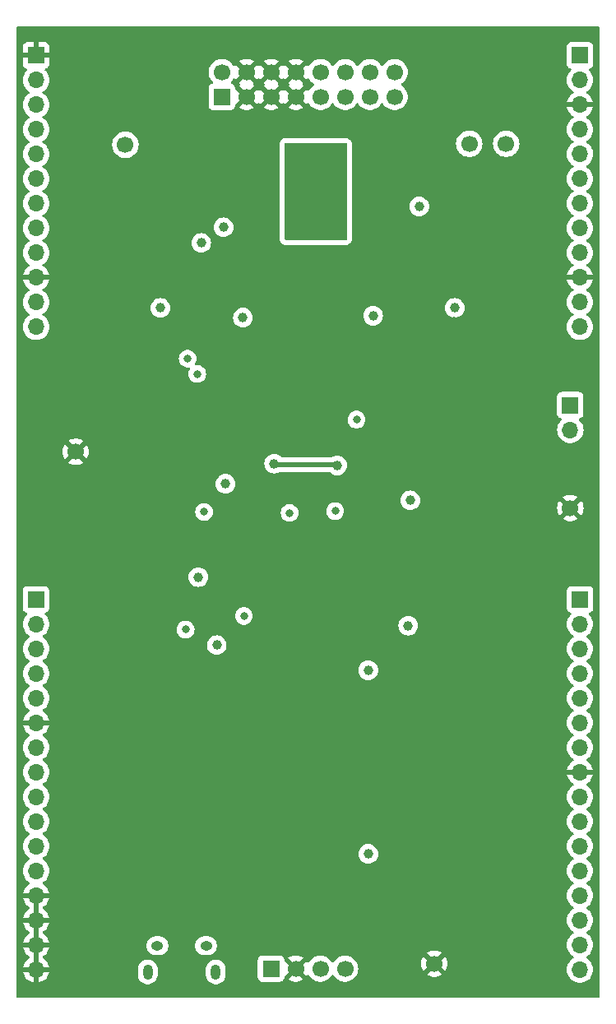
<source format=gbr>
%TF.GenerationSoftware,KiCad,Pcbnew,8.0.3*%
%TF.CreationDate,2024-06-18T15:39:12+01:00*%
%TF.ProjectId,Sinosaur_Components,53696e6f-7361-4757-925f-436f6d706f6e,rev?*%
%TF.SameCoordinates,Original*%
%TF.FileFunction,Copper,L3,Inr*%
%TF.FilePolarity,Positive*%
%FSLAX46Y46*%
G04 Gerber Fmt 4.6, Leading zero omitted, Abs format (unit mm)*
G04 Created by KiCad (PCBNEW 8.0.3) date 2024-06-18 15:39:12*
%MOMM*%
%LPD*%
G01*
G04 APERTURE LIST*
%TA.AperFunction,ComponentPad*%
%ADD10C,1.700000*%
%TD*%
%TA.AperFunction,ComponentPad*%
%ADD11R,1.700000X1.700000*%
%TD*%
%TA.AperFunction,ComponentPad*%
%ADD12O,1.700000X1.700000*%
%TD*%
%TA.AperFunction,ComponentPad*%
%ADD13O,1.250000X0.950000*%
%TD*%
%TA.AperFunction,ComponentPad*%
%ADD14O,1.000000X1.550000*%
%TD*%
%TA.AperFunction,ViaPad*%
%ADD15C,1.000000*%
%TD*%
%TA.AperFunction,ViaPad*%
%ADD16C,0.800000*%
%TD*%
%TA.AperFunction,Conductor*%
%ADD17C,0.500000*%
%TD*%
%TA.AperFunction,Conductor*%
%ADD18C,0.400000*%
%TD*%
G04 APERTURE END LIST*
D10*
%TO.N,GND*%
%TO.C,TP4*%
X157000000Y-99600000D03*
%TD*%
%TO.N,GND*%
%TO.C,TP5*%
X143000000Y-146500000D03*
%TD*%
%TO.N,-12V*%
%TO.C,TP2*%
X111200000Y-62200000D03*
%TD*%
%TO.N,+3.3V*%
%TO.C,TP3*%
X150400000Y-62100000D03*
%TD*%
D11*
%TO.N,/USART1_TX*%
%TO.C,J7*%
X157000000Y-89000000D03*
D12*
%TO.N,/USART1_RX*%
X157000000Y-91540000D03*
%TD*%
D11*
%TO.N,/-12V_IN*%
%TO.C,J6*%
X121125000Y-57270000D03*
D10*
X121125000Y-54730000D03*
%TO.N,GND*%
X123665000Y-57270000D03*
X123665000Y-54730000D03*
X126205000Y-57270000D03*
X126205000Y-54730000D03*
X128745000Y-57270000D03*
X128745000Y-54730000D03*
%TO.N,/+12V_IN*%
X131285000Y-57270000D03*
X131285000Y-54730000D03*
%TO.N,unconnected-(J6-Pad11)*%
X133825000Y-57270000D03*
%TO.N,unconnected-(J6-Pin_12-Pad12)*%
X133825000Y-54730000D03*
%TO.N,unconnected-(J6-Pin_13-Pad13)*%
X136365000Y-57270000D03*
%TO.N,unconnected-(J6-Pin_14-Pad14)*%
X136365000Y-54730000D03*
%TO.N,/Gate_Normal*%
X138905000Y-57270000D03*
X138905000Y-54730000D03*
%TD*%
%TO.N,+12V*%
%TO.C,TP1*%
X146600000Y-62100000D03*
%TD*%
D13*
%TO.N,*%
%TO.C,J8*%
X114500000Y-144650000D03*
X119500000Y-144650000D03*
D14*
X120500000Y-147350000D03*
%TO.N,unconnected-(J8-Shield-Pad6)*%
X113500000Y-147350000D03*
%TD*%
D11*
%TO.N,+3.3V*%
%TO.C,J5*%
X126190000Y-147000000D03*
D10*
%TO.N,GND*%
X128730000Y-147000000D03*
%TO.N,/SWIO*%
X131270000Y-147000000D03*
%TO.N,/SWCLK*%
X133810000Y-147000000D03*
%TD*%
%TO.N,GND*%
%TO.C,TP6*%
X106100000Y-93800000D03*
%TD*%
D11*
%TO.N,GND*%
%TO.C,J1*%
X102000000Y-53000000D03*
D12*
%TO.N,/FM3_Out*%
X102000000Y-55540000D03*
%TO.N,/FM2_Out*%
X102000000Y-58080000D03*
%TO.N,/Ramp_Out*%
X102000000Y-60620000D03*
%TO.N,/Swell_Out*%
X102000000Y-63160000D03*
%TO.N,/Sine1_Level*%
X102000000Y-65700000D03*
%TO.N,/Sine2_Level*%
X102000000Y-68240000D03*
%TO.N,/Swell_Level*%
X102000000Y-70780000D03*
%TO.N,/Ramp_Rate*%
X102000000Y-73320000D03*
%TO.N,GND*%
X102000000Y-75860000D03*
%TO.N,/Ramp_Level*%
X102000000Y-78400000D03*
%TO.N,/Sine2_Swell_Rate_LED*%
X102000000Y-80940000D03*
%TD*%
D11*
%TO.N,/Sine3_Swell_Rate_LED*%
%TO.C,J4*%
X158000000Y-109000000D03*
D12*
%TO.N,/Sine2_LED*%
X158000000Y-111540000D03*
%TO.N,/Sine1_LED*%
X158000000Y-114080000D03*
%TO.N,/Swell_LED*%
X158000000Y-116620000D03*
%TO.N,/Ramp_LED*%
X158000000Y-119160000D03*
%TO.N,/Sine2_Ramp_Rate_LED*%
X158000000Y-121700000D03*
%TO.N,/Sine3_LED*%
X158000000Y-124240000D03*
%TO.N,GND*%
X158000000Y-126780000D03*
%TO.N,/Sine3_Rate_Btn*%
X158000000Y-129320000D03*
%TO.N,/Sine2_Rate_Btn*%
X158000000Y-131860000D03*
%TO.N,/Sine1_Rate_Btn*%
X158000000Y-134400000D03*
%TO.N,/Sine3_Lvl_Btn*%
X158000000Y-136940000D03*
%TO.N,/Sine2_Lvl_Btn*%
X158000000Y-139480000D03*
%TO.N,/Sine1_Lvl_Btn*%
X158000000Y-142020000D03*
%TO.N,/Gate_In*%
X158000000Y-144560000D03*
%TO.N,/Clock_In*%
X158000000Y-147100000D03*
%TD*%
D11*
%TO.N,/Gate_Normal*%
%TO.C,J2*%
X158000000Y-53000000D03*
D12*
%TO.N,+3.3V*%
X158000000Y-55540000D03*
%TO.N,GND*%
X158000000Y-58080000D03*
%TO.N,/Sine2_Out*%
X158000000Y-60620000D03*
%TO.N,/Sine3_Out*%
X158000000Y-63160000D03*
%TO.N,/Sine3_Level*%
X158000000Y-65700000D03*
%TO.N,/Sine1_Out*%
X158000000Y-68240000D03*
%TO.N,/Sine1_Inv_Out*%
X158000000Y-70780000D03*
%TO.N,+3.3VA*%
X158000000Y-73320000D03*
%TO.N,GND*%
X158000000Y-75860000D03*
%TO.N,/Sine1_Rate*%
X158000000Y-78400000D03*
%TO.N,/Sine3_Rate*%
X158000000Y-80940000D03*
%TD*%
D11*
%TO.N,/Sine1_Swell_Rate_LED*%
%TO.C,J3*%
X102000000Y-109000000D03*
D12*
%TO.N,/Swell_Rate*%
X102000000Y-111540000D03*
%TO.N,/Sine3_Ramp_Rate_LED*%
X102000000Y-114080000D03*
%TO.N,/Sine1_Ramp_Lvl_LED*%
X102000000Y-116620000D03*
%TO.N,/Sine2_Ramp_Lvl_LED*%
X102000000Y-119160000D03*
%TO.N,GND*%
X102000000Y-121700000D03*
%TO.N,/Sine3_Ramp_Lvl_LED*%
X102000000Y-124240000D03*
%TO.N,/Sine1_Swell_Lvl_LED*%
X102000000Y-126780000D03*
%TO.N,/Sine2_Swell_Lvl_LED*%
X102000000Y-129320000D03*
%TO.N,/Sine3_Swell_Lvl_LED*%
X102000000Y-131860000D03*
%TO.N,/Sine1_Ramp_Rate_LED*%
X102000000Y-134400000D03*
%TO.N,/Sine2_Rate*%
X102000000Y-136940000D03*
%TO.N,GND*%
X102000000Y-139480000D03*
X102000000Y-142020000D03*
X102000000Y-144560000D03*
X102000000Y-147100000D03*
%TD*%
D15*
%TO.N,GND*%
X118400000Y-142900000D03*
D16*
X151000000Y-51100000D03*
D15*
X128150000Y-92900000D03*
X131400000Y-92850000D03*
D16*
X110500000Y-56700000D03*
X129900000Y-140800000D03*
X123100000Y-109000000D03*
X136200000Y-71000000D03*
X131100000Y-124400000D03*
X129800000Y-74300000D03*
X129800000Y-81400000D03*
X110700000Y-78800000D03*
D15*
X142350000Y-110700000D03*
D16*
X124700000Y-65200000D03*
X154500000Y-143200000D03*
X126700000Y-108600000D03*
X134600000Y-108400000D03*
X118300000Y-146500000D03*
X144300000Y-106000000D03*
D15*
X135218108Y-100828347D03*
D16*
X121300000Y-65200000D03*
X145400000Y-113100000D03*
X117100000Y-124800000D03*
X125200000Y-84500000D03*
X129800000Y-77600000D03*
X111000000Y-118300000D03*
X132000000Y-138400000D03*
D15*
X130500000Y-99700000D03*
D16*
X123300000Y-89300000D03*
X119500000Y-139000000D03*
X140000000Y-64200000D03*
D15*
X124115101Y-100184899D03*
D16*
X150000000Y-98100000D03*
X142300000Y-101800000D03*
X113600000Y-127800000D03*
X126100000Y-100100000D03*
X104400000Y-103600000D03*
X139900000Y-140600000D03*
X123100000Y-105400000D03*
X127300000Y-78900000D03*
X142775000Y-97500000D03*
X128300000Y-101700000D03*
X123000000Y-63100000D03*
X144000000Y-140500000D03*
X153300000Y-110000000D03*
X125900000Y-111700000D03*
X149300000Y-53200000D03*
X109500000Y-58900000D03*
X141400000Y-120900000D03*
X152600000Y-84200000D03*
D15*
X138300000Y-98050000D03*
D16*
X152700000Y-53200000D03*
X110600000Y-126200000D03*
X137900000Y-84900000D03*
D15*
X135000000Y-119100000D03*
D16*
X145000000Y-80300000D03*
X132700000Y-78900000D03*
X149000000Y-78500000D03*
X104000000Y-63700000D03*
D15*
X118250000Y-114850000D03*
X133650000Y-111000000D03*
D16*
X138000000Y-69200000D03*
X141800000Y-65600000D03*
X137300000Y-92600000D03*
X124500000Y-115500000D03*
X143700000Y-84400000D03*
X116700000Y-69500000D03*
X155900000Y-69800000D03*
X116000000Y-89800000D03*
D15*
X115400000Y-106800000D03*
D16*
X116500000Y-120500000D03*
D15*
X132500000Y-119100000D03*
D16*
X155348959Y-55948959D03*
X116200000Y-96700000D03*
X121200000Y-120400000D03*
%TO.N,+3.3V*%
X133200000Y-69800000D03*
X130000000Y-71200000D03*
X128400000Y-69800000D03*
X131600000Y-64200000D03*
D15*
X121300000Y-70700000D03*
D16*
X130000000Y-62800000D03*
X131600000Y-71200000D03*
X131600000Y-69800000D03*
D15*
X136200000Y-135200000D03*
D16*
X130000000Y-69800000D03*
X131600000Y-68200000D03*
D15*
X140525000Y-98800000D03*
D16*
X128400000Y-62800000D03*
D15*
X120600000Y-113700000D03*
D16*
X133200000Y-62800000D03*
X133200000Y-64200000D03*
X133200000Y-65800000D03*
D15*
X118700000Y-106700000D03*
D16*
X128400000Y-71200000D03*
X130000000Y-64200000D03*
D15*
X121500000Y-97100000D03*
D16*
X133200000Y-68200000D03*
X131600000Y-62800000D03*
X128200000Y-68200000D03*
X128200000Y-65800000D03*
D15*
X140305830Y-111698886D03*
D16*
X133200000Y-71200000D03*
D15*
X136200000Y-116300000D03*
D16*
X131600000Y-65800000D03*
X128400000Y-64200000D03*
D15*
%TO.N,+3.3VA*%
X119000000Y-72300000D03*
X133004074Y-95204074D03*
X126515527Y-95018452D03*
%TO.N,+12V*%
X141450000Y-68550000D03*
X136700000Y-79800000D03*
X123300000Y-80000000D03*
%TO.N,-12V*%
X145100000Y-79000000D03*
X114800000Y-79000000D03*
D16*
%TO.N,/Sine2_Rate*%
X123400000Y-110700000D03*
%TO.N,/USART1_TX*%
X135000000Y-90500000D03*
%TO.N,/USART1_RX*%
X132800000Y-99900000D03*
%TO.N,/Swell_DAC*%
X117400000Y-112100000D03*
X117598736Y-84216189D03*
%TO.N,/Sine1_Rate*%
X128100000Y-100100000D03*
%TO.N,/Ramp_DAC*%
X119300000Y-100000000D03*
X118600000Y-85800004D03*
%TD*%
D17*
%TO.N,+3.3VA*%
X126397075Y-95100000D02*
X132700000Y-95100000D01*
D18*
X132700000Y-95100000D02*
X132703721Y-95103721D01*
%TD*%
%TA.AperFunction,Conductor*%
%TO.N,GND*%
G36*
X102254000Y-146669297D02*
G01*
X102192993Y-146634075D01*
X102065826Y-146600000D01*
X101934174Y-146600000D01*
X101807007Y-146634075D01*
X101746000Y-146669297D01*
X101746000Y-144990702D01*
X101807007Y-145025925D01*
X101934174Y-145060000D01*
X102065826Y-145060000D01*
X102192993Y-145025925D01*
X102254000Y-144990702D01*
X102254000Y-146669297D01*
G37*
%TD.AperFunction*%
%TA.AperFunction,Conductor*%
G36*
X102254000Y-144129297D02*
G01*
X102192993Y-144094075D01*
X102065826Y-144060000D01*
X101934174Y-144060000D01*
X101807007Y-144094075D01*
X101746000Y-144129297D01*
X101746000Y-142450702D01*
X101807007Y-142485925D01*
X101934174Y-142520000D01*
X102065826Y-142520000D01*
X102192993Y-142485925D01*
X102254000Y-142450702D01*
X102254000Y-144129297D01*
G37*
%TD.AperFunction*%
%TA.AperFunction,Conductor*%
G36*
X102254000Y-141589297D02*
G01*
X102192993Y-141554075D01*
X102065826Y-141520000D01*
X101934174Y-141520000D01*
X101807007Y-141554075D01*
X101746000Y-141589297D01*
X101746000Y-139910702D01*
X101807007Y-139945925D01*
X101934174Y-139980000D01*
X102065826Y-139980000D01*
X102192993Y-139945925D01*
X102254000Y-139910702D01*
X102254000Y-141589297D01*
G37*
%TD.AperFunction*%
%TA.AperFunction,Conductor*%
G36*
X123199075Y-54922993D02*
G01*
X123264901Y-55037007D01*
X123357993Y-55130099D01*
X123472007Y-55195925D01*
X123540051Y-55214157D01*
X122899310Y-55854898D01*
X122919697Y-55870766D01*
X122919705Y-55870771D01*
X122953731Y-55889185D01*
X123004122Y-55939197D01*
X123019475Y-56008514D01*
X122994915Y-56075127D01*
X122953735Y-56110811D01*
X122919705Y-56129227D01*
X122919693Y-56129235D01*
X122899311Y-56145099D01*
X122899310Y-56145100D01*
X123540052Y-56785842D01*
X123472007Y-56804075D01*
X123357993Y-56869901D01*
X123264901Y-56962993D01*
X123199075Y-57077007D01*
X123180842Y-57145052D01*
X122520405Y-56484615D01*
X122486379Y-56422303D01*
X122483500Y-56395520D01*
X122483500Y-56371367D01*
X122483499Y-56371350D01*
X122476990Y-56310803D01*
X122476988Y-56310795D01*
X122447924Y-56232875D01*
X122425889Y-56173796D01*
X122425888Y-56173794D01*
X122425887Y-56173792D01*
X122338261Y-56056738D01*
X122221207Y-55969112D01*
X122221203Y-55969110D01*
X122106192Y-55926213D01*
X122049356Y-55883667D01*
X122024546Y-55817146D01*
X122039638Y-55747772D01*
X122057525Y-55722820D01*
X122200714Y-55567277D01*
X122200724Y-55567265D01*
X122248678Y-55493866D01*
X122289816Y-55430898D01*
X122343819Y-55384810D01*
X122414167Y-55375235D01*
X122478524Y-55405212D01*
X122500782Y-55430899D01*
X122541920Y-55493866D01*
X122541921Y-55493866D01*
X123180841Y-54854946D01*
X123199075Y-54922993D01*
G37*
%TD.AperFunction*%
%TA.AperFunction,Conductor*%
G36*
X125739075Y-54922993D02*
G01*
X125804901Y-55037007D01*
X125897993Y-55130099D01*
X126012007Y-55195925D01*
X126080051Y-55214157D01*
X125439310Y-55854898D01*
X125459697Y-55870766D01*
X125459705Y-55870771D01*
X125493731Y-55889185D01*
X125544122Y-55939197D01*
X125559475Y-56008514D01*
X125534915Y-56075127D01*
X125493735Y-56110811D01*
X125459705Y-56129227D01*
X125459693Y-56129235D01*
X125439311Y-56145099D01*
X125439310Y-56145100D01*
X126080052Y-56785842D01*
X126012007Y-56804075D01*
X125897993Y-56869901D01*
X125804901Y-56962993D01*
X125739075Y-57077007D01*
X125720842Y-57145052D01*
X125081921Y-56506131D01*
X125081920Y-56506132D01*
X125040482Y-56569558D01*
X124986479Y-56615647D01*
X124916131Y-56625222D01*
X124851773Y-56595245D01*
X124829516Y-56569558D01*
X124788078Y-56506132D01*
X124149157Y-57145051D01*
X124130925Y-57077007D01*
X124065099Y-56962993D01*
X123972007Y-56869901D01*
X123857993Y-56804075D01*
X123789947Y-56785841D01*
X124430688Y-56145100D01*
X124430687Y-56145099D01*
X124410308Y-56129237D01*
X124410298Y-56129231D01*
X124376267Y-56110814D01*
X124325876Y-56060801D01*
X124310524Y-55991484D01*
X124335085Y-55924871D01*
X124376268Y-55889186D01*
X124410294Y-55870772D01*
X124410298Y-55870769D01*
X124430688Y-55854898D01*
X123789947Y-55214157D01*
X123857993Y-55195925D01*
X123972007Y-55130099D01*
X124065099Y-55037007D01*
X124130925Y-54922993D01*
X124149158Y-54854947D01*
X124788077Y-55493866D01*
X124788078Y-55493866D01*
X124829516Y-55430441D01*
X124883519Y-55384352D01*
X124953867Y-55374777D01*
X125018225Y-55404754D01*
X125040482Y-55430440D01*
X125081921Y-55493866D01*
X125720841Y-54854946D01*
X125739075Y-54922993D01*
G37*
%TD.AperFunction*%
%TA.AperFunction,Conductor*%
G36*
X128279075Y-54922993D02*
G01*
X128344901Y-55037007D01*
X128437993Y-55130099D01*
X128552007Y-55195925D01*
X128620051Y-55214157D01*
X127979310Y-55854898D01*
X127999697Y-55870766D01*
X127999705Y-55870771D01*
X128033731Y-55889185D01*
X128084122Y-55939197D01*
X128099475Y-56008514D01*
X128074915Y-56075127D01*
X128033735Y-56110811D01*
X127999705Y-56129227D01*
X127999693Y-56129235D01*
X127979311Y-56145099D01*
X127979310Y-56145100D01*
X128620052Y-56785842D01*
X128552007Y-56804075D01*
X128437993Y-56869901D01*
X128344901Y-56962993D01*
X128279075Y-57077007D01*
X128260842Y-57145052D01*
X127621921Y-56506131D01*
X127621920Y-56506132D01*
X127580482Y-56569558D01*
X127526479Y-56615647D01*
X127456131Y-56625222D01*
X127391773Y-56595245D01*
X127369516Y-56569558D01*
X127328078Y-56506132D01*
X126689157Y-57145051D01*
X126670925Y-57077007D01*
X126605099Y-56962993D01*
X126512007Y-56869901D01*
X126397993Y-56804075D01*
X126329947Y-56785841D01*
X126970688Y-56145100D01*
X126970687Y-56145099D01*
X126950308Y-56129237D01*
X126950298Y-56129231D01*
X126916267Y-56110814D01*
X126865876Y-56060801D01*
X126850524Y-55991484D01*
X126875085Y-55924871D01*
X126916268Y-55889186D01*
X126950294Y-55870772D01*
X126950298Y-55870769D01*
X126970688Y-55854898D01*
X126329947Y-55214157D01*
X126397993Y-55195925D01*
X126512007Y-55130099D01*
X126605099Y-55037007D01*
X126670925Y-54922993D01*
X126689158Y-54854947D01*
X127328077Y-55493866D01*
X127328078Y-55493866D01*
X127369516Y-55430441D01*
X127423519Y-55384352D01*
X127493867Y-55374777D01*
X127558225Y-55404754D01*
X127580482Y-55430440D01*
X127621921Y-55493866D01*
X128260841Y-54854946D01*
X128279075Y-54922993D01*
G37*
%TD.AperFunction*%
%TA.AperFunction,Conductor*%
G36*
X129868077Y-55493866D02*
G01*
X129868078Y-55493866D01*
X129909217Y-55430899D01*
X129963221Y-55384810D01*
X130033568Y-55375235D01*
X130097926Y-55405212D01*
X130120183Y-55430898D01*
X130209279Y-55567270D01*
X130361762Y-55732908D01*
X130402182Y-55764368D01*
X130539424Y-55871189D01*
X130572678Y-55889185D01*
X130572680Y-55889186D01*
X130623071Y-55939200D01*
X130638423Y-56008516D01*
X130613862Y-56075129D01*
X130572680Y-56110813D01*
X130539426Y-56128810D01*
X130539424Y-56128811D01*
X130361762Y-56267091D01*
X130209279Y-56432729D01*
X130120183Y-56569101D01*
X130066179Y-56615189D01*
X129995831Y-56624764D01*
X129931474Y-56594786D01*
X129909217Y-56569100D01*
X129868078Y-56506132D01*
X129229157Y-57145051D01*
X129210925Y-57077007D01*
X129145099Y-56962993D01*
X129052007Y-56869901D01*
X128937993Y-56804075D01*
X128869947Y-56785841D01*
X129510688Y-56145100D01*
X129510687Y-56145099D01*
X129490308Y-56129237D01*
X129490298Y-56129231D01*
X129456267Y-56110814D01*
X129405876Y-56060801D01*
X129390524Y-55991484D01*
X129415085Y-55924871D01*
X129456268Y-55889186D01*
X129490294Y-55870772D01*
X129490298Y-55870769D01*
X129510688Y-55854898D01*
X128869947Y-55214157D01*
X128937993Y-55195925D01*
X129052007Y-55130099D01*
X129145099Y-55037007D01*
X129210925Y-54922993D01*
X129229158Y-54854947D01*
X129868077Y-55493866D01*
G37*
%TD.AperFunction*%
%TA.AperFunction,Conductor*%
G36*
X159942121Y-50020002D02*
G01*
X159988614Y-50073658D01*
X160000000Y-50126000D01*
X160000000Y-149874000D01*
X159979998Y-149942121D01*
X159926342Y-149988614D01*
X159874000Y-150000000D01*
X100126000Y-150000000D01*
X100057879Y-149979998D01*
X100011386Y-149926342D01*
X100000000Y-149874000D01*
X100000000Y-111540000D01*
X100636844Y-111540000D01*
X100652459Y-111728445D01*
X100655437Y-111764375D01*
X100710702Y-111982612D01*
X100710703Y-111982613D01*
X100801141Y-112188793D01*
X100924275Y-112377265D01*
X100924279Y-112377270D01*
X101076762Y-112542908D01*
X101131331Y-112585381D01*
X101254424Y-112681189D01*
X101287680Y-112699186D01*
X101338071Y-112749200D01*
X101353423Y-112818516D01*
X101328862Y-112885129D01*
X101287680Y-112920813D01*
X101254426Y-112938810D01*
X101254424Y-112938811D01*
X101076762Y-113077091D01*
X100924279Y-113242729D01*
X100924275Y-113242734D01*
X100801141Y-113431206D01*
X100710703Y-113637386D01*
X100710702Y-113637387D01*
X100655437Y-113855624D01*
X100655436Y-113855630D01*
X100655436Y-113855632D01*
X100636844Y-114080000D01*
X100652008Y-114263004D01*
X100655437Y-114304375D01*
X100710702Y-114522612D01*
X100710703Y-114522613D01*
X100710704Y-114522616D01*
X100794380Y-114713380D01*
X100801141Y-114728793D01*
X100924275Y-114917265D01*
X100924279Y-114917270D01*
X101076762Y-115082908D01*
X101131331Y-115125381D01*
X101254424Y-115221189D01*
X101287680Y-115239186D01*
X101338071Y-115289200D01*
X101353423Y-115358516D01*
X101328862Y-115425129D01*
X101287680Y-115460813D01*
X101254426Y-115478810D01*
X101254424Y-115478811D01*
X101076762Y-115617091D01*
X100924279Y-115782729D01*
X100924275Y-115782734D01*
X100801141Y-115971206D01*
X100710703Y-116177386D01*
X100710702Y-116177387D01*
X100655437Y-116395624D01*
X100636844Y-116620000D01*
X100655437Y-116844375D01*
X100710702Y-117062612D01*
X100710703Y-117062613D01*
X100710704Y-117062616D01*
X100801140Y-117268791D01*
X100801141Y-117268793D01*
X100924275Y-117457265D01*
X100924279Y-117457270D01*
X101076762Y-117622908D01*
X101131331Y-117665381D01*
X101254424Y-117761189D01*
X101287680Y-117779186D01*
X101338071Y-117829200D01*
X101353423Y-117898516D01*
X101328862Y-117965129D01*
X101287680Y-118000813D01*
X101254426Y-118018810D01*
X101254424Y-118018811D01*
X101076762Y-118157091D01*
X100924279Y-118322729D01*
X100924275Y-118322734D01*
X100801141Y-118511206D01*
X100710703Y-118717386D01*
X100710702Y-118717387D01*
X100655437Y-118935624D01*
X100636844Y-119160000D01*
X100655437Y-119384375D01*
X100710702Y-119602612D01*
X100710703Y-119602613D01*
X100801141Y-119808793D01*
X100924275Y-119997265D01*
X100924279Y-119997270D01*
X101076762Y-120162908D01*
X101131331Y-120205381D01*
X101254424Y-120301189D01*
X101288205Y-120319470D01*
X101338596Y-120369482D01*
X101353949Y-120438799D01*
X101329389Y-120505412D01*
X101288209Y-120541096D01*
X101254704Y-120559228D01*
X101254698Y-120559232D01*
X101077097Y-120697465D01*
X100924674Y-120863041D01*
X100801580Y-121051451D01*
X100711179Y-121257543D01*
X100711176Y-121257550D01*
X100663455Y-121445999D01*
X100663456Y-121446000D01*
X101569297Y-121446000D01*
X101534075Y-121507007D01*
X101500000Y-121634174D01*
X101500000Y-121765826D01*
X101534075Y-121892993D01*
X101569297Y-121954000D01*
X100663455Y-121954000D01*
X100711176Y-122142449D01*
X100711179Y-122142456D01*
X100801580Y-122348548D01*
X100924674Y-122536958D01*
X101077097Y-122702534D01*
X101254698Y-122840767D01*
X101254704Y-122840771D01*
X101288207Y-122858902D01*
X101338597Y-122908915D01*
X101353949Y-122978232D01*
X101329388Y-123044845D01*
X101288207Y-123080528D01*
X101254430Y-123098807D01*
X101254424Y-123098811D01*
X101076762Y-123237091D01*
X100924279Y-123402729D01*
X100924275Y-123402734D01*
X100801141Y-123591206D01*
X100710703Y-123797386D01*
X100710702Y-123797387D01*
X100655437Y-124015624D01*
X100636844Y-124240000D01*
X100655437Y-124464375D01*
X100710702Y-124682612D01*
X100710703Y-124682613D01*
X100801141Y-124888793D01*
X100924275Y-125077265D01*
X100924279Y-125077270D01*
X101076762Y-125242908D01*
X101131331Y-125285381D01*
X101254424Y-125381189D01*
X101287680Y-125399186D01*
X101338071Y-125449200D01*
X101353423Y-125518516D01*
X101328862Y-125585129D01*
X101287680Y-125620813D01*
X101254426Y-125638810D01*
X101254424Y-125638811D01*
X101076762Y-125777091D01*
X100924279Y-125942729D01*
X100924275Y-125942734D01*
X100801141Y-126131206D01*
X100710703Y-126337386D01*
X100710702Y-126337387D01*
X100655437Y-126555624D01*
X100655436Y-126555630D01*
X100655436Y-126555632D01*
X100636844Y-126780000D01*
X100652836Y-126972993D01*
X100655437Y-127004375D01*
X100710702Y-127222612D01*
X100710703Y-127222613D01*
X100710704Y-127222616D01*
X100801140Y-127428791D01*
X100801141Y-127428793D01*
X100924275Y-127617265D01*
X100924279Y-127617270D01*
X101076762Y-127782908D01*
X101131331Y-127825381D01*
X101254424Y-127921189D01*
X101287153Y-127938901D01*
X101287680Y-127939186D01*
X101338071Y-127989200D01*
X101353423Y-128058516D01*
X101328862Y-128125129D01*
X101287680Y-128160813D01*
X101254426Y-128178810D01*
X101254424Y-128178811D01*
X101076762Y-128317091D01*
X100924279Y-128482729D01*
X100924275Y-128482734D01*
X100801141Y-128671206D01*
X100710703Y-128877386D01*
X100710702Y-128877387D01*
X100655437Y-129095624D01*
X100636844Y-129320000D01*
X100655437Y-129544375D01*
X100710702Y-129762612D01*
X100710703Y-129762613D01*
X100801141Y-129968793D01*
X100924275Y-130157265D01*
X100924279Y-130157270D01*
X101076762Y-130322908D01*
X101131331Y-130365381D01*
X101254424Y-130461189D01*
X101287680Y-130479186D01*
X101338071Y-130529200D01*
X101353423Y-130598516D01*
X101328862Y-130665129D01*
X101287680Y-130700813D01*
X101254426Y-130718810D01*
X101254424Y-130718811D01*
X101076762Y-130857091D01*
X100924279Y-131022729D01*
X100924275Y-131022734D01*
X100801141Y-131211206D01*
X100710703Y-131417386D01*
X100710702Y-131417387D01*
X100655437Y-131635624D01*
X100636844Y-131860000D01*
X100655437Y-132084375D01*
X100710702Y-132302612D01*
X100710703Y-132302613D01*
X100801141Y-132508793D01*
X100924275Y-132697265D01*
X100924279Y-132697270D01*
X101076762Y-132862908D01*
X101131331Y-132905381D01*
X101254424Y-133001189D01*
X101287680Y-133019186D01*
X101338071Y-133069200D01*
X101353423Y-133138516D01*
X101328862Y-133205129D01*
X101287680Y-133240813D01*
X101254426Y-133258810D01*
X101254424Y-133258811D01*
X101076762Y-133397091D01*
X100924279Y-133562729D01*
X100924275Y-133562734D01*
X100801141Y-133751206D01*
X100710703Y-133957386D01*
X100710702Y-133957387D01*
X100655437Y-134175624D01*
X100655436Y-134175630D01*
X100655436Y-134175632D01*
X100636844Y-134400000D01*
X100643757Y-134483432D01*
X100655437Y-134624375D01*
X100710702Y-134842612D01*
X100710703Y-134842613D01*
X100801141Y-135048793D01*
X100924275Y-135237265D01*
X100924279Y-135237270D01*
X101052539Y-135376596D01*
X101071968Y-135397701D01*
X101076762Y-135402908D01*
X101131331Y-135445381D01*
X101254424Y-135541189D01*
X101287680Y-135559186D01*
X101338071Y-135609200D01*
X101353423Y-135678516D01*
X101328862Y-135745129D01*
X101287680Y-135780813D01*
X101254426Y-135798810D01*
X101254424Y-135798811D01*
X101076762Y-135937091D01*
X100924279Y-136102729D01*
X100924275Y-136102734D01*
X100801141Y-136291206D01*
X100710703Y-136497386D01*
X100710702Y-136497387D01*
X100655437Y-136715624D01*
X100636844Y-136940000D01*
X100655437Y-137164375D01*
X100710702Y-137382612D01*
X100710703Y-137382613D01*
X100801141Y-137588793D01*
X100924275Y-137777265D01*
X100924279Y-137777270D01*
X101076762Y-137942908D01*
X101131331Y-137985381D01*
X101254424Y-138081189D01*
X101288205Y-138099470D01*
X101338596Y-138149482D01*
X101353949Y-138218799D01*
X101329389Y-138285412D01*
X101288209Y-138321096D01*
X101254704Y-138339228D01*
X101254698Y-138339232D01*
X101077097Y-138477465D01*
X100924674Y-138643041D01*
X100801580Y-138831451D01*
X100711179Y-139037543D01*
X100711176Y-139037550D01*
X100663455Y-139225999D01*
X100663456Y-139226000D01*
X101569297Y-139226000D01*
X101534075Y-139287007D01*
X101500000Y-139414174D01*
X101500000Y-139545826D01*
X101534075Y-139672993D01*
X101569297Y-139734000D01*
X100663455Y-139734000D01*
X100711176Y-139922449D01*
X100711179Y-139922456D01*
X100801580Y-140128548D01*
X100924674Y-140316958D01*
X101077097Y-140482534D01*
X101254698Y-140620767D01*
X101254699Y-140620768D01*
X101288734Y-140639187D01*
X101339123Y-140689201D01*
X101354475Y-140758518D01*
X101329913Y-140825130D01*
X101288734Y-140860813D01*
X101254699Y-140879231D01*
X101254698Y-140879232D01*
X101077097Y-141017465D01*
X100924674Y-141183041D01*
X100801580Y-141371451D01*
X100711179Y-141577543D01*
X100711176Y-141577550D01*
X100663455Y-141765999D01*
X100663456Y-141766000D01*
X101569297Y-141766000D01*
X101534075Y-141827007D01*
X101500000Y-141954174D01*
X101500000Y-142085826D01*
X101534075Y-142212993D01*
X101569297Y-142274000D01*
X100663455Y-142274000D01*
X100711176Y-142462449D01*
X100711179Y-142462456D01*
X100801580Y-142668548D01*
X100924674Y-142856958D01*
X101077097Y-143022534D01*
X101254698Y-143160767D01*
X101254699Y-143160768D01*
X101288734Y-143179187D01*
X101339123Y-143229201D01*
X101354475Y-143298518D01*
X101329913Y-143365130D01*
X101288734Y-143400813D01*
X101254699Y-143419231D01*
X101254698Y-143419232D01*
X101077097Y-143557465D01*
X100924674Y-143723041D01*
X100801580Y-143911451D01*
X100711179Y-144117543D01*
X100711176Y-144117550D01*
X100663455Y-144305999D01*
X100663456Y-144306000D01*
X101569297Y-144306000D01*
X101534075Y-144367007D01*
X101500000Y-144494174D01*
X101500000Y-144625826D01*
X101534075Y-144752993D01*
X101569297Y-144814000D01*
X100663455Y-144814000D01*
X100711176Y-145002449D01*
X100711179Y-145002456D01*
X100801580Y-145208548D01*
X100924674Y-145396958D01*
X101077097Y-145562534D01*
X101254698Y-145700767D01*
X101254699Y-145700768D01*
X101288734Y-145719187D01*
X101339123Y-145769201D01*
X101354475Y-145838518D01*
X101329913Y-145905130D01*
X101288734Y-145940813D01*
X101254699Y-145959231D01*
X101254698Y-145959232D01*
X101077097Y-146097465D01*
X100924674Y-146263041D01*
X100801580Y-146451451D01*
X100711179Y-146657543D01*
X100711176Y-146657550D01*
X100663455Y-146845999D01*
X100663456Y-146846000D01*
X101569297Y-146846000D01*
X101534075Y-146907007D01*
X101500000Y-147034174D01*
X101500000Y-147165826D01*
X101534075Y-147292993D01*
X101569297Y-147354000D01*
X100663455Y-147354000D01*
X100711176Y-147542449D01*
X100711179Y-147542456D01*
X100801580Y-147748548D01*
X100924674Y-147936958D01*
X101077097Y-148102534D01*
X101254698Y-148240767D01*
X101254699Y-148240768D01*
X101452628Y-148347882D01*
X101452630Y-148347883D01*
X101665483Y-148420955D01*
X101665492Y-148420957D01*
X101746000Y-148434391D01*
X101746000Y-147530702D01*
X101807007Y-147565925D01*
X101934174Y-147600000D01*
X102065826Y-147600000D01*
X102192993Y-147565925D01*
X102254000Y-147530702D01*
X102254000Y-148434390D01*
X102334507Y-148420957D01*
X102334516Y-148420955D01*
X102547369Y-148347883D01*
X102547371Y-148347882D01*
X102745300Y-148240768D01*
X102745301Y-148240767D01*
X102922902Y-148102534D01*
X103075325Y-147936958D01*
X103198419Y-147748548D01*
X103288820Y-147542456D01*
X103288823Y-147542449D01*
X103336544Y-147354000D01*
X102430703Y-147354000D01*
X102465925Y-147292993D01*
X102500000Y-147165826D01*
X102500000Y-147034174D01*
X102484323Y-146975668D01*
X112491500Y-146975668D01*
X112491500Y-147724331D01*
X112510720Y-147820955D01*
X112530256Y-147919169D01*
X112606279Y-148102704D01*
X112716647Y-148267881D01*
X112857119Y-148408353D01*
X113022296Y-148518721D01*
X113205831Y-148594744D01*
X113400671Y-148633500D01*
X113400672Y-148633500D01*
X113599328Y-148633500D01*
X113599329Y-148633500D01*
X113794169Y-148594744D01*
X113977704Y-148518721D01*
X114142881Y-148408353D01*
X114283353Y-148267881D01*
X114393721Y-148102704D01*
X114469744Y-147919169D01*
X114508500Y-147724329D01*
X114508500Y-146975671D01*
X114508499Y-146975668D01*
X119491500Y-146975668D01*
X119491500Y-147724331D01*
X119510720Y-147820955D01*
X119530256Y-147919169D01*
X119606279Y-148102704D01*
X119716647Y-148267881D01*
X119857119Y-148408353D01*
X120022296Y-148518721D01*
X120205831Y-148594744D01*
X120400671Y-148633500D01*
X120400672Y-148633500D01*
X120599328Y-148633500D01*
X120599329Y-148633500D01*
X120794169Y-148594744D01*
X120977704Y-148518721D01*
X121142881Y-148408353D01*
X121283353Y-148267881D01*
X121393721Y-148102704D01*
X121469744Y-147919169D01*
X121508500Y-147724329D01*
X121508500Y-146975671D01*
X121469744Y-146780831D01*
X121393721Y-146597296D01*
X121283353Y-146432119D01*
X121142881Y-146291647D01*
X120977704Y-146181279D01*
X120794169Y-146105256D01*
X120774618Y-146101367D01*
X120774533Y-146101350D01*
X124831500Y-146101350D01*
X124831500Y-147898649D01*
X124838009Y-147959196D01*
X124838011Y-147959204D01*
X124889110Y-148096202D01*
X124889112Y-148096207D01*
X124976738Y-148213261D01*
X125093792Y-148300887D01*
X125093794Y-148300888D01*
X125093796Y-148300889D01*
X125147600Y-148320957D01*
X125230795Y-148351988D01*
X125230803Y-148351990D01*
X125291350Y-148358499D01*
X125291355Y-148358499D01*
X125291362Y-148358500D01*
X125291368Y-148358500D01*
X127088632Y-148358500D01*
X127088638Y-148358500D01*
X127088645Y-148358499D01*
X127088649Y-148358499D01*
X127149196Y-148351990D01*
X127149199Y-148351989D01*
X127149201Y-148351989D01*
X127160210Y-148347883D01*
X127168045Y-148344960D01*
X127286204Y-148300889D01*
X127330298Y-148267881D01*
X127403261Y-148213261D01*
X127490887Y-148096207D01*
X127490887Y-148096206D01*
X127490889Y-148096204D01*
X127541989Y-147959201D01*
X127544348Y-147937265D01*
X127548499Y-147898649D01*
X127548500Y-147898632D01*
X127548500Y-147874479D01*
X127568502Y-147806358D01*
X127585405Y-147785383D01*
X128245841Y-147124946D01*
X128264075Y-147192993D01*
X128329901Y-147307007D01*
X128422993Y-147400099D01*
X128537007Y-147465925D01*
X128605051Y-147484157D01*
X127964310Y-148124898D01*
X127984697Y-148140766D01*
X127984701Y-148140768D01*
X128182628Y-148247882D01*
X128182630Y-148247883D01*
X128395483Y-148320955D01*
X128395490Y-148320957D01*
X128617477Y-148358000D01*
X128842523Y-148358000D01*
X129064509Y-148320957D01*
X129064516Y-148320955D01*
X129277369Y-148247883D01*
X129277371Y-148247881D01*
X129475298Y-148140769D01*
X129495688Y-148124898D01*
X128854947Y-147484157D01*
X128922993Y-147465925D01*
X129037007Y-147400099D01*
X129130099Y-147307007D01*
X129195925Y-147192993D01*
X129214158Y-147124947D01*
X129853077Y-147763866D01*
X129853078Y-147763866D01*
X129894217Y-147700899D01*
X129948221Y-147654810D01*
X130018568Y-147645235D01*
X130082926Y-147675212D01*
X130105183Y-147700898D01*
X130194279Y-147837270D01*
X130346762Y-148002908D01*
X130401331Y-148045381D01*
X130524424Y-148141189D01*
X130722426Y-148248342D01*
X130722427Y-148248342D01*
X130722428Y-148248343D01*
X130779341Y-148267881D01*
X130935365Y-148321444D01*
X131157431Y-148358500D01*
X131157435Y-148358500D01*
X131382565Y-148358500D01*
X131382569Y-148358500D01*
X131604635Y-148321444D01*
X131817574Y-148248342D01*
X132015576Y-148141189D01*
X132193240Y-148002906D01*
X132345722Y-147837268D01*
X132434518Y-147701354D01*
X132488520Y-147655268D01*
X132558868Y-147645692D01*
X132623225Y-147675669D01*
X132645480Y-147701353D01*
X132678607Y-147752058D01*
X132734275Y-147837265D01*
X132734279Y-147837270D01*
X132886762Y-148002908D01*
X132941331Y-148045381D01*
X133064424Y-148141189D01*
X133262426Y-148248342D01*
X133262427Y-148248342D01*
X133262428Y-148248343D01*
X133319341Y-148267881D01*
X133475365Y-148321444D01*
X133697431Y-148358500D01*
X133697435Y-148358500D01*
X133922565Y-148358500D01*
X133922569Y-148358500D01*
X134144635Y-148321444D01*
X134357574Y-148248342D01*
X134555576Y-148141189D01*
X134733240Y-148002906D01*
X134885722Y-147837268D01*
X135008860Y-147648791D01*
X135099296Y-147442616D01*
X135154564Y-147224368D01*
X135173156Y-147000000D01*
X135154564Y-146775632D01*
X135124620Y-146657386D01*
X135099297Y-146557387D01*
X135099296Y-146557386D01*
X135099296Y-146557384D01*
X135074125Y-146500000D01*
X141637346Y-146500000D01*
X141655932Y-146724292D01*
X141711176Y-146942449D01*
X141711179Y-146942456D01*
X141801580Y-147148548D01*
X141876921Y-147263866D01*
X142515841Y-146624946D01*
X142534075Y-146692993D01*
X142599901Y-146807007D01*
X142692993Y-146900099D01*
X142807007Y-146965925D01*
X142875051Y-146984157D01*
X142234310Y-147624898D01*
X142254697Y-147640766D01*
X142254701Y-147640768D01*
X142452628Y-147747882D01*
X142452630Y-147747883D01*
X142665483Y-147820955D01*
X142665490Y-147820957D01*
X142887477Y-147858000D01*
X143112523Y-147858000D01*
X143334509Y-147820957D01*
X143334516Y-147820955D01*
X143547369Y-147747883D01*
X143547371Y-147747881D01*
X143745298Y-147640769D01*
X143765688Y-147624898D01*
X143124947Y-146984157D01*
X143192993Y-146965925D01*
X143307007Y-146900099D01*
X143400099Y-146807007D01*
X143465925Y-146692993D01*
X143484158Y-146624947D01*
X144123077Y-147263866D01*
X144198419Y-147148548D01*
X144288820Y-146942456D01*
X144288823Y-146942449D01*
X144344067Y-146724292D01*
X144362653Y-146500000D01*
X144344067Y-146275707D01*
X144288823Y-146057550D01*
X144288820Y-146057543D01*
X144198419Y-145851451D01*
X144123077Y-145736132D01*
X143484157Y-146375051D01*
X143465925Y-146307007D01*
X143400099Y-146192993D01*
X143307007Y-146099901D01*
X143192993Y-146034075D01*
X143124947Y-146015841D01*
X143765688Y-145375100D01*
X143765687Y-145375099D01*
X143745308Y-145359237D01*
X143745298Y-145359231D01*
X143547371Y-145252117D01*
X143547369Y-145252116D01*
X143334516Y-145179044D01*
X143334509Y-145179042D01*
X143112523Y-145142000D01*
X142887477Y-145142000D01*
X142665490Y-145179042D01*
X142665483Y-145179044D01*
X142452630Y-145252116D01*
X142452628Y-145252118D01*
X142254700Y-145359230D01*
X142254693Y-145359235D01*
X142234311Y-145375099D01*
X142234310Y-145375100D01*
X142875052Y-146015842D01*
X142807007Y-146034075D01*
X142692993Y-146099901D01*
X142599901Y-146192993D01*
X142534075Y-146307007D01*
X142515842Y-146375052D01*
X141876921Y-145736131D01*
X141876920Y-145736132D01*
X141801586Y-145851439D01*
X141801579Y-145851453D01*
X141711179Y-146057543D01*
X141711176Y-146057550D01*
X141655932Y-146275707D01*
X141637346Y-146500000D01*
X135074125Y-146500000D01*
X135008860Y-146351209D01*
X134991597Y-146324786D01*
X134885724Y-146162734D01*
X134885720Y-146162729D01*
X134733237Y-145997091D01*
X134615086Y-145905130D01*
X134555576Y-145858811D01*
X134357574Y-145751658D01*
X134357572Y-145751657D01*
X134357571Y-145751656D01*
X134144639Y-145678557D01*
X134144630Y-145678555D01*
X134100476Y-145671187D01*
X133922569Y-145641500D01*
X133697431Y-145641500D01*
X133549211Y-145666233D01*
X133475369Y-145678555D01*
X133475360Y-145678557D01*
X133262428Y-145751656D01*
X133262426Y-145751658D01*
X133078021Y-145851453D01*
X133064426Y-145858810D01*
X133064424Y-145858811D01*
X132886762Y-145997091D01*
X132734279Y-146162729D01*
X132645483Y-146298643D01*
X132591479Y-146344731D01*
X132521131Y-146354306D01*
X132456774Y-146324329D01*
X132434517Y-146298643D01*
X132345720Y-146162729D01*
X132193237Y-145997091D01*
X132075086Y-145905130D01*
X132015576Y-145858811D01*
X131817574Y-145751658D01*
X131817572Y-145751657D01*
X131817571Y-145751656D01*
X131604639Y-145678557D01*
X131604630Y-145678555D01*
X131560476Y-145671187D01*
X131382569Y-145641500D01*
X131157431Y-145641500D01*
X131009211Y-145666233D01*
X130935369Y-145678555D01*
X130935360Y-145678557D01*
X130722428Y-145751656D01*
X130722426Y-145751658D01*
X130538021Y-145851453D01*
X130524426Y-145858810D01*
X130524424Y-145858811D01*
X130346762Y-145997091D01*
X130194279Y-146162729D01*
X130105183Y-146299101D01*
X130051179Y-146345189D01*
X129980831Y-146354764D01*
X129916474Y-146324786D01*
X129894217Y-146299100D01*
X129853078Y-146236132D01*
X129214157Y-146875051D01*
X129195925Y-146807007D01*
X129130099Y-146692993D01*
X129037007Y-146599901D01*
X128922993Y-146534075D01*
X128854947Y-146515841D01*
X129495688Y-145875100D01*
X129495687Y-145875099D01*
X129475308Y-145859237D01*
X129475298Y-145859231D01*
X129277371Y-145752117D01*
X129277369Y-145752116D01*
X129064516Y-145679044D01*
X129064509Y-145679042D01*
X128842523Y-145642000D01*
X128617477Y-145642000D01*
X128395490Y-145679042D01*
X128395483Y-145679044D01*
X128182630Y-145752116D01*
X128182628Y-145752118D01*
X127984700Y-145859230D01*
X127984693Y-145859235D01*
X127964311Y-145875099D01*
X127964310Y-145875100D01*
X128605052Y-146515842D01*
X128537007Y-146534075D01*
X128422993Y-146599901D01*
X128329901Y-146692993D01*
X128264075Y-146807007D01*
X128245842Y-146875052D01*
X127585405Y-146214615D01*
X127551379Y-146152303D01*
X127548500Y-146125520D01*
X127548500Y-146101367D01*
X127548499Y-146101350D01*
X127541990Y-146040803D01*
X127541988Y-146040795D01*
X127504696Y-145940813D01*
X127490889Y-145903796D01*
X127490888Y-145903794D01*
X127490887Y-145903792D01*
X127403261Y-145786738D01*
X127286207Y-145699112D01*
X127286202Y-145699110D01*
X127149204Y-145648011D01*
X127149196Y-145648009D01*
X127088649Y-145641500D01*
X127088638Y-145641500D01*
X125291362Y-145641500D01*
X125291350Y-145641500D01*
X125230803Y-145648009D01*
X125230795Y-145648011D01*
X125093797Y-145699110D01*
X125093792Y-145699112D01*
X124976738Y-145786738D01*
X124889112Y-145903792D01*
X124889110Y-145903797D01*
X124838011Y-146040795D01*
X124838009Y-146040803D01*
X124831500Y-146101350D01*
X120774533Y-146101350D01*
X120599331Y-146066500D01*
X120599329Y-146066500D01*
X120400671Y-146066500D01*
X120400668Y-146066500D01*
X120205830Y-146105256D01*
X120205825Y-146105258D01*
X120022296Y-146181279D01*
X119857123Y-146291644D01*
X119857116Y-146291649D01*
X119716649Y-146432116D01*
X119716644Y-146432123D01*
X119606279Y-146597296D01*
X119530258Y-146780825D01*
X119530256Y-146780830D01*
X119491500Y-146975668D01*
X114508499Y-146975668D01*
X114469744Y-146780831D01*
X114393721Y-146597296D01*
X114283353Y-146432119D01*
X114142881Y-146291647D01*
X113977704Y-146181279D01*
X113794169Y-146105256D01*
X113774618Y-146101367D01*
X113599331Y-146066500D01*
X113599329Y-146066500D01*
X113400671Y-146066500D01*
X113400668Y-146066500D01*
X113205830Y-146105256D01*
X113205825Y-146105258D01*
X113022296Y-146181279D01*
X112857123Y-146291644D01*
X112857116Y-146291649D01*
X112716649Y-146432116D01*
X112716644Y-146432123D01*
X112606279Y-146597296D01*
X112530258Y-146780825D01*
X112530256Y-146780830D01*
X112491500Y-146975668D01*
X102484323Y-146975668D01*
X102465925Y-146907007D01*
X102430703Y-146846000D01*
X103336544Y-146846000D01*
X103336544Y-146845999D01*
X103288823Y-146657550D01*
X103288820Y-146657543D01*
X103198419Y-146451451D01*
X103075325Y-146263041D01*
X102922902Y-146097465D01*
X102745301Y-145959232D01*
X102745300Y-145959231D01*
X102711267Y-145940814D01*
X102660876Y-145890801D01*
X102645524Y-145821484D01*
X102670085Y-145754871D01*
X102711267Y-145719186D01*
X102745300Y-145700768D01*
X102745301Y-145700767D01*
X102922902Y-145562534D01*
X103075325Y-145396958D01*
X103198419Y-145208548D01*
X103288820Y-145002456D01*
X103288823Y-145002449D01*
X103336544Y-144814000D01*
X102430703Y-144814000D01*
X102465925Y-144752993D01*
X102500000Y-144625826D01*
X102500000Y-144553131D01*
X113366500Y-144553131D01*
X113366500Y-144746868D01*
X113390397Y-144867007D01*
X113404295Y-144936876D01*
X113478433Y-145115862D01*
X113586065Y-145276945D01*
X113723055Y-145413935D01*
X113884138Y-145521567D01*
X114063124Y-145595705D01*
X114253134Y-145633500D01*
X114253135Y-145633500D01*
X114746865Y-145633500D01*
X114746866Y-145633500D01*
X114936876Y-145595705D01*
X115115862Y-145521567D01*
X115276945Y-145413935D01*
X115413935Y-145276945D01*
X115521567Y-145115862D01*
X115595705Y-144936876D01*
X115633500Y-144746866D01*
X115633500Y-144553134D01*
X115633499Y-144553131D01*
X118366500Y-144553131D01*
X118366500Y-144746868D01*
X118390397Y-144867007D01*
X118404295Y-144936876D01*
X118478433Y-145115862D01*
X118586065Y-145276945D01*
X118723055Y-145413935D01*
X118884138Y-145521567D01*
X119063124Y-145595705D01*
X119253134Y-145633500D01*
X119253135Y-145633500D01*
X119746865Y-145633500D01*
X119746866Y-145633500D01*
X119936876Y-145595705D01*
X120115862Y-145521567D01*
X120276945Y-145413935D01*
X120413935Y-145276945D01*
X120521567Y-145115862D01*
X120595705Y-144936876D01*
X120633500Y-144746866D01*
X120633500Y-144553134D01*
X120595705Y-144363124D01*
X120521567Y-144184138D01*
X120413935Y-144023055D01*
X120276945Y-143886065D01*
X120115862Y-143778433D01*
X119936876Y-143704295D01*
X119746868Y-143666500D01*
X119746866Y-143666500D01*
X119253134Y-143666500D01*
X119253131Y-143666500D01*
X119063123Y-143704295D01*
X119063118Y-143704297D01*
X118884137Y-143778433D01*
X118723059Y-143886062D01*
X118723052Y-143886067D01*
X118586067Y-144023052D01*
X118586062Y-144023059D01*
X118478433Y-144184137D01*
X118404297Y-144363118D01*
X118404295Y-144363123D01*
X118366500Y-144553131D01*
X115633499Y-144553131D01*
X115595705Y-144363124D01*
X115521567Y-144184138D01*
X115413935Y-144023055D01*
X115276945Y-143886065D01*
X115115862Y-143778433D01*
X114936876Y-143704295D01*
X114746868Y-143666500D01*
X114746866Y-143666500D01*
X114253134Y-143666500D01*
X114253131Y-143666500D01*
X114063123Y-143704295D01*
X114063118Y-143704297D01*
X113884137Y-143778433D01*
X113723059Y-143886062D01*
X113723052Y-143886067D01*
X113586067Y-144023052D01*
X113586062Y-144023059D01*
X113478433Y-144184137D01*
X113404297Y-144363118D01*
X113404295Y-144363123D01*
X113366500Y-144553131D01*
X102500000Y-144553131D01*
X102500000Y-144494174D01*
X102465925Y-144367007D01*
X102430703Y-144306000D01*
X103336544Y-144306000D01*
X103336544Y-144305999D01*
X103288823Y-144117550D01*
X103288820Y-144117543D01*
X103198419Y-143911451D01*
X103075325Y-143723041D01*
X102922902Y-143557465D01*
X102745301Y-143419232D01*
X102745300Y-143419231D01*
X102711267Y-143400814D01*
X102660876Y-143350801D01*
X102645524Y-143281484D01*
X102670085Y-143214871D01*
X102711267Y-143179186D01*
X102745300Y-143160768D01*
X102745301Y-143160767D01*
X102922902Y-143022534D01*
X103075325Y-142856958D01*
X103198419Y-142668548D01*
X103288820Y-142462456D01*
X103288823Y-142462449D01*
X103336544Y-142274000D01*
X102430703Y-142274000D01*
X102465925Y-142212993D01*
X102500000Y-142085826D01*
X102500000Y-141954174D01*
X102465925Y-141827007D01*
X102430703Y-141766000D01*
X103336544Y-141766000D01*
X103336544Y-141765999D01*
X103288823Y-141577550D01*
X103288820Y-141577543D01*
X103198419Y-141371451D01*
X103075325Y-141183041D01*
X102922902Y-141017465D01*
X102745301Y-140879232D01*
X102745300Y-140879231D01*
X102711267Y-140860814D01*
X102660876Y-140810801D01*
X102645524Y-140741484D01*
X102670085Y-140674871D01*
X102711267Y-140639186D01*
X102745300Y-140620768D01*
X102745301Y-140620767D01*
X102922902Y-140482534D01*
X103075325Y-140316958D01*
X103198419Y-140128548D01*
X103288820Y-139922456D01*
X103288823Y-139922449D01*
X103336544Y-139734000D01*
X102430703Y-139734000D01*
X102465925Y-139672993D01*
X102500000Y-139545826D01*
X102500000Y-139414174D01*
X102465925Y-139287007D01*
X102430703Y-139226000D01*
X103336544Y-139226000D01*
X103336544Y-139225999D01*
X103288823Y-139037550D01*
X103288820Y-139037543D01*
X103198419Y-138831451D01*
X103075325Y-138643041D01*
X102922902Y-138477465D01*
X102745301Y-138339232D01*
X102745300Y-138339231D01*
X102711791Y-138321097D01*
X102661401Y-138271083D01*
X102646050Y-138201766D01*
X102670612Y-138135153D01*
X102711790Y-138099472D01*
X102745576Y-138081189D01*
X102923240Y-137942906D01*
X103075722Y-137777268D01*
X103198860Y-137588791D01*
X103289296Y-137382616D01*
X103344564Y-137164368D01*
X103363156Y-136940000D01*
X103344564Y-136715632D01*
X103289296Y-136497384D01*
X103198860Y-136291209D01*
X103135291Y-136193909D01*
X103075724Y-136102734D01*
X103075720Y-136102729D01*
X102923237Y-135937091D01*
X102841382Y-135873381D01*
X102745576Y-135798811D01*
X102712319Y-135780813D01*
X102661929Y-135730802D01*
X102646576Y-135661485D01*
X102671136Y-135594872D01*
X102712320Y-135559186D01*
X102745576Y-135541189D01*
X102923240Y-135402906D01*
X103075722Y-135237268D01*
X103100073Y-135199996D01*
X135186620Y-135199996D01*
X135186620Y-135200003D01*
X135206090Y-135397694D01*
X135206091Y-135397700D01*
X135206092Y-135397701D01*
X135263759Y-135587804D01*
X135357405Y-135763004D01*
X135483432Y-135916568D01*
X135636996Y-136042595D01*
X135812196Y-136136241D01*
X136002299Y-136193908D01*
X136002303Y-136193908D01*
X136002305Y-136193909D01*
X136199997Y-136213380D01*
X136200000Y-136213380D01*
X136200003Y-136213380D01*
X136397694Y-136193909D01*
X136397695Y-136193908D01*
X136397701Y-136193908D01*
X136587804Y-136136241D01*
X136763004Y-136042595D01*
X136916568Y-135916568D01*
X137042595Y-135763004D01*
X137136241Y-135587804D01*
X137193908Y-135397701D01*
X137209710Y-135237268D01*
X137213380Y-135200003D01*
X137213380Y-135199996D01*
X137193909Y-135002305D01*
X137193908Y-135002303D01*
X137193908Y-135002299D01*
X137136241Y-134812196D01*
X137042595Y-134636996D01*
X136916568Y-134483432D01*
X136763004Y-134357405D01*
X136587804Y-134263759D01*
X136397701Y-134206092D01*
X136397700Y-134206091D01*
X136397694Y-134206090D01*
X136200003Y-134186620D01*
X136199997Y-134186620D01*
X136002305Y-134206090D01*
X135812195Y-134263759D01*
X135636995Y-134357405D01*
X135483432Y-134483432D01*
X135357405Y-134636995D01*
X135263759Y-134812195D01*
X135206090Y-135002305D01*
X135186620Y-135199996D01*
X103100073Y-135199996D01*
X103198860Y-135048791D01*
X103289296Y-134842616D01*
X103344564Y-134624368D01*
X103363156Y-134400000D01*
X103344564Y-134175632D01*
X103289296Y-133957384D01*
X103198860Y-133751209D01*
X103192140Y-133740924D01*
X103075724Y-133562734D01*
X103075720Y-133562729D01*
X102923237Y-133397091D01*
X102841382Y-133333381D01*
X102745576Y-133258811D01*
X102712319Y-133240813D01*
X102661929Y-133190802D01*
X102646576Y-133121485D01*
X102671136Y-133054872D01*
X102712320Y-133019186D01*
X102745576Y-133001189D01*
X102923240Y-132862906D01*
X103075722Y-132697268D01*
X103198860Y-132508791D01*
X103289296Y-132302616D01*
X103344564Y-132084368D01*
X103363156Y-131860000D01*
X103344564Y-131635632D01*
X103289296Y-131417384D01*
X103198860Y-131211209D01*
X103192140Y-131200924D01*
X103075724Y-131022734D01*
X103075720Y-131022729D01*
X102923237Y-130857091D01*
X102841382Y-130793381D01*
X102745576Y-130718811D01*
X102712319Y-130700813D01*
X102661929Y-130650802D01*
X102646576Y-130581485D01*
X102671136Y-130514872D01*
X102712320Y-130479186D01*
X102745576Y-130461189D01*
X102923240Y-130322906D01*
X103075722Y-130157268D01*
X103198860Y-129968791D01*
X103289296Y-129762616D01*
X103344564Y-129544368D01*
X103363156Y-129320000D01*
X103344564Y-129095632D01*
X103289296Y-128877384D01*
X103198860Y-128671209D01*
X103192140Y-128660924D01*
X103075724Y-128482734D01*
X103075720Y-128482729D01*
X102923237Y-128317091D01*
X102841382Y-128253381D01*
X102745576Y-128178811D01*
X102712319Y-128160813D01*
X102661929Y-128110802D01*
X102646576Y-128041485D01*
X102671136Y-127974872D01*
X102712320Y-127939186D01*
X102712847Y-127938901D01*
X102745576Y-127921189D01*
X102923240Y-127782906D01*
X103075722Y-127617268D01*
X103198860Y-127428791D01*
X103289296Y-127222616D01*
X103344564Y-127004368D01*
X103363156Y-126780000D01*
X103344564Y-126555632D01*
X103289338Y-126337550D01*
X103289297Y-126337387D01*
X103289296Y-126337386D01*
X103289296Y-126337384D01*
X103198860Y-126131209D01*
X103192140Y-126120924D01*
X103075724Y-125942734D01*
X103075720Y-125942729D01*
X102959570Y-125816559D01*
X102923240Y-125777094D01*
X102923239Y-125777093D01*
X102923237Y-125777091D01*
X102841382Y-125713381D01*
X102745576Y-125638811D01*
X102712319Y-125620813D01*
X102661929Y-125570802D01*
X102646576Y-125501485D01*
X102671136Y-125434872D01*
X102712320Y-125399186D01*
X102745576Y-125381189D01*
X102923240Y-125242906D01*
X103075722Y-125077268D01*
X103198860Y-124888791D01*
X103289296Y-124682616D01*
X103344564Y-124464368D01*
X103363156Y-124240000D01*
X103344564Y-124015632D01*
X103289296Y-123797384D01*
X103198860Y-123591209D01*
X103192140Y-123580924D01*
X103075724Y-123402734D01*
X103075720Y-123402729D01*
X102923237Y-123237091D01*
X102841382Y-123173381D01*
X102745576Y-123098811D01*
X102711792Y-123080528D01*
X102661402Y-123030516D01*
X102646050Y-122961199D01*
X102670610Y-122894586D01*
X102711793Y-122858901D01*
X102745300Y-122840767D01*
X102745301Y-122840767D01*
X102922902Y-122702534D01*
X103075325Y-122536958D01*
X103198419Y-122348548D01*
X103288820Y-122142456D01*
X103288823Y-122142449D01*
X103336544Y-121954000D01*
X102430703Y-121954000D01*
X102465925Y-121892993D01*
X102500000Y-121765826D01*
X102500000Y-121634174D01*
X102465925Y-121507007D01*
X102430703Y-121446000D01*
X103336544Y-121446000D01*
X103336544Y-121445999D01*
X103288823Y-121257550D01*
X103288820Y-121257543D01*
X103198419Y-121051451D01*
X103075325Y-120863041D01*
X102922902Y-120697465D01*
X102745301Y-120559232D01*
X102745300Y-120559231D01*
X102711791Y-120541097D01*
X102661401Y-120491083D01*
X102646050Y-120421766D01*
X102670612Y-120355153D01*
X102711790Y-120319472D01*
X102745576Y-120301189D01*
X102923240Y-120162906D01*
X103075722Y-119997268D01*
X103198860Y-119808791D01*
X103289296Y-119602616D01*
X103344564Y-119384368D01*
X103363156Y-119160000D01*
X103344564Y-118935632D01*
X103289296Y-118717384D01*
X103198860Y-118511209D01*
X103192140Y-118500924D01*
X103075724Y-118322734D01*
X103075720Y-118322729D01*
X102923237Y-118157091D01*
X102841382Y-118093381D01*
X102745576Y-118018811D01*
X102712319Y-118000813D01*
X102661929Y-117950802D01*
X102646576Y-117881485D01*
X102671136Y-117814872D01*
X102712320Y-117779186D01*
X102745576Y-117761189D01*
X102923240Y-117622906D01*
X103075722Y-117457268D01*
X103198860Y-117268791D01*
X103289296Y-117062616D01*
X103344564Y-116844368D01*
X103363156Y-116620000D01*
X103344564Y-116395632D01*
X103344562Y-116395624D01*
X103320346Y-116299996D01*
X135186620Y-116299996D01*
X135186620Y-116300003D01*
X135206090Y-116497694D01*
X135206091Y-116497700D01*
X135206092Y-116497701D01*
X135263759Y-116687804D01*
X135357405Y-116863004D01*
X135483432Y-117016568D01*
X135636996Y-117142595D01*
X135812196Y-117236241D01*
X136002299Y-117293908D01*
X136002303Y-117293908D01*
X136002305Y-117293909D01*
X136199997Y-117313380D01*
X136200000Y-117313380D01*
X136200003Y-117313380D01*
X136397694Y-117293909D01*
X136397695Y-117293908D01*
X136397701Y-117293908D01*
X136587804Y-117236241D01*
X136763004Y-117142595D01*
X136916568Y-117016568D01*
X137042595Y-116863004D01*
X137136241Y-116687804D01*
X137193908Y-116497701D01*
X137213380Y-116300000D01*
X137201304Y-116177387D01*
X137193909Y-116102305D01*
X137193908Y-116102303D01*
X137193908Y-116102299D01*
X137136241Y-115912196D01*
X137042595Y-115736996D01*
X136916568Y-115583432D01*
X136763004Y-115457405D01*
X136587804Y-115363759D01*
X136397701Y-115306092D01*
X136397700Y-115306091D01*
X136397694Y-115306090D01*
X136200003Y-115286620D01*
X136199997Y-115286620D01*
X136002305Y-115306090D01*
X135812195Y-115363759D01*
X135636995Y-115457405D01*
X135483432Y-115583432D01*
X135357405Y-115736995D01*
X135263759Y-115912195D01*
X135206090Y-116102305D01*
X135186620Y-116299996D01*
X103320346Y-116299996D01*
X103289297Y-116177387D01*
X103289296Y-116177386D01*
X103289296Y-116177384D01*
X103198860Y-115971209D01*
X103160304Y-115912195D01*
X103075724Y-115782734D01*
X103075720Y-115782729D01*
X102923237Y-115617091D01*
X102841382Y-115553381D01*
X102745576Y-115478811D01*
X102712319Y-115460813D01*
X102661929Y-115410802D01*
X102646576Y-115341485D01*
X102671136Y-115274872D01*
X102712320Y-115239186D01*
X102745576Y-115221189D01*
X102923240Y-115082906D01*
X103075722Y-114917268D01*
X103198860Y-114728791D01*
X103289296Y-114522616D01*
X103344564Y-114304368D01*
X103363156Y-114080000D01*
X103344564Y-113855632D01*
X103305152Y-113699996D01*
X119586620Y-113699996D01*
X119586620Y-113700003D01*
X119606090Y-113897694D01*
X119606091Y-113897700D01*
X119606092Y-113897701D01*
X119663759Y-114087804D01*
X119757405Y-114263004D01*
X119883432Y-114416568D01*
X120036996Y-114542595D01*
X120212196Y-114636241D01*
X120402299Y-114693908D01*
X120402303Y-114693908D01*
X120402305Y-114693909D01*
X120599997Y-114713380D01*
X120600000Y-114713380D01*
X120600003Y-114713380D01*
X120797694Y-114693909D01*
X120797695Y-114693908D01*
X120797701Y-114693908D01*
X120987804Y-114636241D01*
X121163004Y-114542595D01*
X121316568Y-114416568D01*
X121442595Y-114263004D01*
X121536241Y-114087804D01*
X121593908Y-113897701D01*
X121598052Y-113855632D01*
X121613380Y-113700003D01*
X121613380Y-113699996D01*
X121593909Y-113502305D01*
X121593908Y-113502303D01*
X121593908Y-113502299D01*
X121536241Y-113312196D01*
X121442595Y-113136996D01*
X121316568Y-112983432D01*
X121163004Y-112857405D01*
X120987804Y-112763759D01*
X120797701Y-112706092D01*
X120797700Y-112706091D01*
X120797694Y-112706090D01*
X120600003Y-112686620D01*
X120599997Y-112686620D01*
X120402305Y-112706090D01*
X120212195Y-112763759D01*
X120036995Y-112857405D01*
X119883432Y-112983432D01*
X119757405Y-113136995D01*
X119663759Y-113312195D01*
X119606090Y-113502305D01*
X119586620Y-113699996D01*
X103305152Y-113699996D01*
X103289296Y-113637384D01*
X103198860Y-113431209D01*
X103121105Y-113312196D01*
X103075724Y-113242734D01*
X103075720Y-113242729D01*
X102923237Y-113077091D01*
X102802904Y-112983432D01*
X102745576Y-112938811D01*
X102712319Y-112920813D01*
X102661929Y-112870802D01*
X102646576Y-112801485D01*
X102671136Y-112734872D01*
X102712320Y-112699186D01*
X102745576Y-112681189D01*
X102923240Y-112542906D01*
X103075722Y-112377268D01*
X103198860Y-112188791D01*
X103237807Y-112100000D01*
X116486496Y-112100000D01*
X116506457Y-112289927D01*
X116534836Y-112377265D01*
X116565473Y-112471556D01*
X116565476Y-112471561D01*
X116660958Y-112636941D01*
X116660965Y-112636951D01*
X116788744Y-112778864D01*
X116819879Y-112801485D01*
X116943248Y-112891118D01*
X117117712Y-112968794D01*
X117304513Y-113008500D01*
X117495487Y-113008500D01*
X117682288Y-112968794D01*
X117856752Y-112891118D01*
X118011253Y-112778866D01*
X118011255Y-112778864D01*
X118139034Y-112636951D01*
X118139035Y-112636949D01*
X118139040Y-112636944D01*
X118234527Y-112471556D01*
X118293542Y-112289928D01*
X118313504Y-112100000D01*
X118293542Y-111910072D01*
X118234527Y-111728444D01*
X118217459Y-111698882D01*
X139292450Y-111698882D01*
X139292450Y-111698889D01*
X139311920Y-111896580D01*
X139311921Y-111896586D01*
X139311922Y-111896587D01*
X139369589Y-112086690D01*
X139463235Y-112261890D01*
X139589262Y-112415454D01*
X139742826Y-112541481D01*
X139918026Y-112635127D01*
X140108129Y-112692794D01*
X140108133Y-112692794D01*
X140108135Y-112692795D01*
X140305827Y-112712266D01*
X140305830Y-112712266D01*
X140305833Y-112712266D01*
X140503524Y-112692795D01*
X140503525Y-112692794D01*
X140503531Y-112692794D01*
X140693634Y-112635127D01*
X140868834Y-112541481D01*
X141022398Y-112415454D01*
X141148425Y-112261890D01*
X141242071Y-112086690D01*
X141299738Y-111896587D01*
X141316300Y-111728438D01*
X141319210Y-111698889D01*
X141319210Y-111698882D01*
X141303561Y-111540000D01*
X156636844Y-111540000D01*
X156652459Y-111728445D01*
X156655437Y-111764375D01*
X156710702Y-111982612D01*
X156710703Y-111982613D01*
X156801141Y-112188793D01*
X156924275Y-112377265D01*
X156924279Y-112377270D01*
X157076762Y-112542908D01*
X157131331Y-112585381D01*
X157254424Y-112681189D01*
X157287680Y-112699186D01*
X157338071Y-112749200D01*
X157353423Y-112818516D01*
X157328862Y-112885129D01*
X157287680Y-112920813D01*
X157254426Y-112938810D01*
X157254424Y-112938811D01*
X157076762Y-113077091D01*
X156924279Y-113242729D01*
X156924275Y-113242734D01*
X156801141Y-113431206D01*
X156710703Y-113637386D01*
X156710702Y-113637387D01*
X156655437Y-113855624D01*
X156655436Y-113855630D01*
X156655436Y-113855632D01*
X156636844Y-114080000D01*
X156652008Y-114263004D01*
X156655437Y-114304375D01*
X156710702Y-114522612D01*
X156710703Y-114522613D01*
X156710704Y-114522616D01*
X156794380Y-114713380D01*
X156801141Y-114728793D01*
X156924275Y-114917265D01*
X156924279Y-114917270D01*
X157076762Y-115082908D01*
X157131331Y-115125381D01*
X157254424Y-115221189D01*
X157287680Y-115239186D01*
X157338071Y-115289200D01*
X157353423Y-115358516D01*
X157328862Y-115425129D01*
X157287680Y-115460813D01*
X157254426Y-115478810D01*
X157254424Y-115478811D01*
X157076762Y-115617091D01*
X156924279Y-115782729D01*
X156924275Y-115782734D01*
X156801141Y-115971206D01*
X156710703Y-116177386D01*
X156710702Y-116177387D01*
X156655437Y-116395624D01*
X156636844Y-116620000D01*
X156655437Y-116844375D01*
X156710702Y-117062612D01*
X156710703Y-117062613D01*
X156710704Y-117062616D01*
X156801140Y-117268791D01*
X156801141Y-117268793D01*
X156924275Y-117457265D01*
X156924279Y-117457270D01*
X157076762Y-117622908D01*
X157131331Y-117665381D01*
X157254424Y-117761189D01*
X157287680Y-117779186D01*
X157338071Y-117829200D01*
X157353423Y-117898516D01*
X157328862Y-117965129D01*
X157287680Y-118000813D01*
X157254426Y-118018810D01*
X157254424Y-118018811D01*
X157076762Y-118157091D01*
X156924279Y-118322729D01*
X156924275Y-118322734D01*
X156801141Y-118511206D01*
X156710703Y-118717386D01*
X156710702Y-118717387D01*
X156655437Y-118935624D01*
X156636844Y-119160000D01*
X156655437Y-119384375D01*
X156710702Y-119602612D01*
X156710703Y-119602613D01*
X156801141Y-119808793D01*
X156924275Y-119997265D01*
X156924279Y-119997270D01*
X157076762Y-120162908D01*
X157131331Y-120205381D01*
X157254424Y-120301189D01*
X157287680Y-120319186D01*
X157338071Y-120369200D01*
X157353423Y-120438516D01*
X157328862Y-120505129D01*
X157287680Y-120540813D01*
X157254426Y-120558810D01*
X157254424Y-120558811D01*
X157076762Y-120697091D01*
X156924279Y-120862729D01*
X156924275Y-120862734D01*
X156801141Y-121051206D01*
X156710703Y-121257386D01*
X156710702Y-121257387D01*
X156655437Y-121475624D01*
X156655436Y-121475630D01*
X156655436Y-121475632D01*
X156636844Y-121700000D01*
X156652836Y-121892993D01*
X156655437Y-121924375D01*
X156710702Y-122142612D01*
X156710703Y-122142613D01*
X156710704Y-122142616D01*
X156801140Y-122348791D01*
X156801141Y-122348793D01*
X156924275Y-122537265D01*
X156924279Y-122537270D01*
X157076762Y-122702908D01*
X157131331Y-122745381D01*
X157254424Y-122841189D01*
X157287153Y-122858901D01*
X157287680Y-122859186D01*
X157338071Y-122909200D01*
X157353423Y-122978516D01*
X157328862Y-123045129D01*
X157287680Y-123080813D01*
X157254426Y-123098810D01*
X157254424Y-123098811D01*
X157076762Y-123237091D01*
X156924279Y-123402729D01*
X156924275Y-123402734D01*
X156801141Y-123591206D01*
X156710703Y-123797386D01*
X156710702Y-123797387D01*
X156655437Y-124015624D01*
X156636844Y-124240000D01*
X156655437Y-124464375D01*
X156710702Y-124682612D01*
X156710703Y-124682613D01*
X156801141Y-124888793D01*
X156924275Y-125077265D01*
X156924279Y-125077270D01*
X157076762Y-125242908D01*
X157131331Y-125285381D01*
X157254424Y-125381189D01*
X157288205Y-125399470D01*
X157338596Y-125449482D01*
X157353949Y-125518799D01*
X157329389Y-125585412D01*
X157288209Y-125621096D01*
X157254704Y-125639228D01*
X157254698Y-125639232D01*
X157077097Y-125777465D01*
X156924674Y-125943041D01*
X156801580Y-126131451D01*
X156711179Y-126337543D01*
X156711176Y-126337550D01*
X156663455Y-126525999D01*
X156663456Y-126526000D01*
X157569297Y-126526000D01*
X157534075Y-126587007D01*
X157500000Y-126714174D01*
X157500000Y-126845826D01*
X157534075Y-126972993D01*
X157569297Y-127034000D01*
X156663455Y-127034000D01*
X156711176Y-127222449D01*
X156711179Y-127222456D01*
X156801580Y-127428548D01*
X156924674Y-127616958D01*
X157077097Y-127782534D01*
X157254698Y-127920767D01*
X157254704Y-127920771D01*
X157288207Y-127938902D01*
X157338597Y-127988915D01*
X157353949Y-128058232D01*
X157329388Y-128124845D01*
X157288207Y-128160528D01*
X157254430Y-128178807D01*
X157254424Y-128178811D01*
X157076762Y-128317091D01*
X156924279Y-128482729D01*
X156924275Y-128482734D01*
X156801141Y-128671206D01*
X156710703Y-128877386D01*
X156710702Y-128877387D01*
X156655437Y-129095624D01*
X156636844Y-129320000D01*
X156655437Y-129544375D01*
X156710702Y-129762612D01*
X156710703Y-129762613D01*
X156801141Y-129968793D01*
X156924275Y-130157265D01*
X156924279Y-130157270D01*
X157076762Y-130322908D01*
X157131331Y-130365381D01*
X157254424Y-130461189D01*
X157287680Y-130479186D01*
X157338071Y-130529200D01*
X157353423Y-130598516D01*
X157328862Y-130665129D01*
X157287680Y-130700813D01*
X157254426Y-130718810D01*
X157254424Y-130718811D01*
X157076762Y-130857091D01*
X156924279Y-131022729D01*
X156924275Y-131022734D01*
X156801141Y-131211206D01*
X156710703Y-131417386D01*
X156710702Y-131417387D01*
X156655437Y-131635624D01*
X156636844Y-131860000D01*
X156655437Y-132084375D01*
X156710702Y-132302612D01*
X156710703Y-132302613D01*
X156801141Y-132508793D01*
X156924275Y-132697265D01*
X156924279Y-132697270D01*
X157076762Y-132862908D01*
X157131331Y-132905381D01*
X157254424Y-133001189D01*
X157287680Y-133019186D01*
X157338071Y-133069200D01*
X157353423Y-133138516D01*
X157328862Y-133205129D01*
X157287680Y-133240813D01*
X157254426Y-133258810D01*
X157254424Y-133258811D01*
X157076762Y-133397091D01*
X156924279Y-133562729D01*
X156924275Y-133562734D01*
X156801141Y-133751206D01*
X156710703Y-133957386D01*
X156710702Y-133957387D01*
X156655437Y-134175624D01*
X156655436Y-134175630D01*
X156655436Y-134175632D01*
X156636844Y-134400000D01*
X156643757Y-134483432D01*
X156655437Y-134624375D01*
X156710702Y-134842612D01*
X156710703Y-134842613D01*
X156801141Y-135048793D01*
X156924275Y-135237265D01*
X156924279Y-135237270D01*
X157052539Y-135376596D01*
X157071968Y-135397701D01*
X157076762Y-135402908D01*
X157131331Y-135445381D01*
X157254424Y-135541189D01*
X157287680Y-135559186D01*
X157338071Y-135609200D01*
X157353423Y-135678516D01*
X157328862Y-135745129D01*
X157287680Y-135780813D01*
X157254426Y-135798810D01*
X157254424Y-135798811D01*
X157076762Y-135937091D01*
X156924279Y-136102729D01*
X156924275Y-136102734D01*
X156801141Y-136291206D01*
X156710703Y-136497386D01*
X156710702Y-136497387D01*
X156655437Y-136715624D01*
X156636844Y-136940000D01*
X156655437Y-137164375D01*
X156710702Y-137382612D01*
X156710703Y-137382613D01*
X156801141Y-137588793D01*
X156924275Y-137777265D01*
X156924279Y-137777270D01*
X157076762Y-137942908D01*
X157131331Y-137985381D01*
X157254424Y-138081189D01*
X157287680Y-138099186D01*
X157338071Y-138149200D01*
X157353423Y-138218516D01*
X157328862Y-138285129D01*
X157287680Y-138320813D01*
X157254426Y-138338810D01*
X157254424Y-138338811D01*
X157076762Y-138477091D01*
X156924279Y-138642729D01*
X156924275Y-138642734D01*
X156801141Y-138831206D01*
X156710703Y-139037386D01*
X156710702Y-139037387D01*
X156655437Y-139255624D01*
X156655436Y-139255630D01*
X156655436Y-139255632D01*
X156636844Y-139480000D01*
X156652836Y-139672993D01*
X156655437Y-139704375D01*
X156710702Y-139922612D01*
X156710703Y-139922613D01*
X156710704Y-139922616D01*
X156801140Y-140128791D01*
X156801141Y-140128793D01*
X156924275Y-140317265D01*
X156924279Y-140317270D01*
X157076762Y-140482908D01*
X157131331Y-140525381D01*
X157254424Y-140621189D01*
X157287680Y-140639186D01*
X157338071Y-140689200D01*
X157353423Y-140758516D01*
X157328862Y-140825129D01*
X157287680Y-140860813D01*
X157254426Y-140878810D01*
X157254424Y-140878811D01*
X157076762Y-141017091D01*
X156924279Y-141182729D01*
X156924275Y-141182734D01*
X156801141Y-141371206D01*
X156710703Y-141577386D01*
X156710702Y-141577387D01*
X156655437Y-141795624D01*
X156655436Y-141795630D01*
X156655436Y-141795632D01*
X156636844Y-142020000D01*
X156652836Y-142212993D01*
X156655437Y-142244375D01*
X156710702Y-142462612D01*
X156710703Y-142462613D01*
X156710704Y-142462616D01*
X156801140Y-142668791D01*
X156801141Y-142668793D01*
X156924275Y-142857265D01*
X156924279Y-142857270D01*
X157076762Y-143022908D01*
X157131331Y-143065381D01*
X157254424Y-143161189D01*
X157287680Y-143179186D01*
X157338071Y-143229200D01*
X157353423Y-143298516D01*
X157328862Y-143365129D01*
X157287680Y-143400813D01*
X157254426Y-143418810D01*
X157254424Y-143418811D01*
X157076762Y-143557091D01*
X156924279Y-143722729D01*
X156924275Y-143722734D01*
X156801141Y-143911206D01*
X156710703Y-144117386D01*
X156710702Y-144117387D01*
X156655437Y-144335624D01*
X156655436Y-144335630D01*
X156655436Y-144335632D01*
X156636844Y-144560000D01*
X156652836Y-144752993D01*
X156655437Y-144784375D01*
X156710702Y-145002612D01*
X156710703Y-145002613D01*
X156710704Y-145002616D01*
X156801140Y-145208791D01*
X156801141Y-145208793D01*
X156924275Y-145397265D01*
X156924279Y-145397270D01*
X157076762Y-145562908D01*
X157118896Y-145595702D01*
X157254424Y-145701189D01*
X157287680Y-145719186D01*
X157338071Y-145769200D01*
X157353423Y-145838516D01*
X157328862Y-145905129D01*
X157287680Y-145940813D01*
X157254426Y-145958810D01*
X157254424Y-145958811D01*
X157076762Y-146097091D01*
X156924279Y-146262729D01*
X156924275Y-146262734D01*
X156801141Y-146451206D01*
X156710703Y-146657386D01*
X156710702Y-146657387D01*
X156655437Y-146875624D01*
X156655436Y-146875630D01*
X156655436Y-146875632D01*
X156636844Y-147100000D01*
X156653997Y-147307007D01*
X156655437Y-147324375D01*
X156710702Y-147542612D01*
X156710703Y-147542613D01*
X156710704Y-147542616D01*
X156801140Y-147748791D01*
X156801141Y-147748793D01*
X156924275Y-147937265D01*
X156924279Y-147937270D01*
X156984704Y-148002908D01*
X157070588Y-148096202D01*
X157076762Y-148102908D01*
X157125406Y-148140769D01*
X157254424Y-148241189D01*
X157452426Y-148348342D01*
X157452427Y-148348342D01*
X157452428Y-148348343D01*
X157482012Y-148358499D01*
X157665365Y-148421444D01*
X157887431Y-148458500D01*
X157887435Y-148458500D01*
X158112565Y-148458500D01*
X158112569Y-148458500D01*
X158334635Y-148421444D01*
X158547574Y-148348342D01*
X158745576Y-148241189D01*
X158923240Y-148102906D01*
X159075722Y-147937268D01*
X159198860Y-147748791D01*
X159289296Y-147542616D01*
X159344564Y-147324368D01*
X159363156Y-147100000D01*
X159344564Y-146875632D01*
X159319241Y-146775632D01*
X159289297Y-146657387D01*
X159289296Y-146657386D01*
X159289296Y-146657384D01*
X159198860Y-146451209D01*
X159192140Y-146440924D01*
X159075724Y-146262734D01*
X159075720Y-146262729D01*
X158949408Y-146125520D01*
X158923240Y-146097094D01*
X158923239Y-146097093D01*
X158923237Y-146097091D01*
X158794761Y-145997094D01*
X158745576Y-145958811D01*
X158712319Y-145940813D01*
X158661929Y-145890802D01*
X158646576Y-145821485D01*
X158671136Y-145754872D01*
X158712320Y-145719186D01*
X158745576Y-145701189D01*
X158923240Y-145562906D01*
X159075722Y-145397268D01*
X159198860Y-145208791D01*
X159289296Y-145002616D01*
X159344564Y-144784368D01*
X159363156Y-144560000D01*
X159344564Y-144335632D01*
X159323637Y-144252993D01*
X159289297Y-144117387D01*
X159289296Y-144117386D01*
X159289296Y-144117384D01*
X159198860Y-143911209D01*
X159182431Y-143886062D01*
X159075724Y-143722734D01*
X159075720Y-143722729D01*
X158959570Y-143596559D01*
X158923240Y-143557094D01*
X158923239Y-143557093D01*
X158923237Y-143557091D01*
X158841382Y-143493381D01*
X158745576Y-143418811D01*
X158712319Y-143400813D01*
X158661929Y-143350802D01*
X158646576Y-143281485D01*
X158671136Y-143214872D01*
X158712320Y-143179186D01*
X158745576Y-143161189D01*
X158923240Y-143022906D01*
X159075722Y-142857268D01*
X159198860Y-142668791D01*
X159289296Y-142462616D01*
X159344564Y-142244368D01*
X159363156Y-142020000D01*
X159344564Y-141795632D01*
X159289338Y-141577550D01*
X159289297Y-141577387D01*
X159289296Y-141577386D01*
X159289296Y-141577384D01*
X159198860Y-141371209D01*
X159192140Y-141360924D01*
X159075724Y-141182734D01*
X159075720Y-141182729D01*
X158959570Y-141056559D01*
X158923240Y-141017094D01*
X158923239Y-141017093D01*
X158923237Y-141017091D01*
X158841382Y-140953381D01*
X158745576Y-140878811D01*
X158712319Y-140860813D01*
X158661929Y-140810802D01*
X158646576Y-140741485D01*
X158671136Y-140674872D01*
X158712320Y-140639186D01*
X158745576Y-140621189D01*
X158923240Y-140482906D01*
X159075722Y-140317268D01*
X159198860Y-140128791D01*
X159289296Y-139922616D01*
X159344564Y-139704368D01*
X159363156Y-139480000D01*
X159344564Y-139255632D01*
X159289338Y-139037550D01*
X159289297Y-139037387D01*
X159289296Y-139037386D01*
X159289296Y-139037384D01*
X159198860Y-138831209D01*
X159192140Y-138820924D01*
X159075724Y-138642734D01*
X159075720Y-138642729D01*
X158959570Y-138516559D01*
X158923240Y-138477094D01*
X158923239Y-138477093D01*
X158923237Y-138477091D01*
X158841382Y-138413381D01*
X158745576Y-138338811D01*
X158712319Y-138320813D01*
X158661929Y-138270802D01*
X158646576Y-138201485D01*
X158671136Y-138134872D01*
X158712320Y-138099186D01*
X158745576Y-138081189D01*
X158923240Y-137942906D01*
X159075722Y-137777268D01*
X159198860Y-137588791D01*
X159289296Y-137382616D01*
X159344564Y-137164368D01*
X159363156Y-136940000D01*
X159344564Y-136715632D01*
X159289296Y-136497384D01*
X159198860Y-136291209D01*
X159135291Y-136193909D01*
X159075724Y-136102734D01*
X159075720Y-136102729D01*
X158923237Y-135937091D01*
X158841382Y-135873381D01*
X158745576Y-135798811D01*
X158712319Y-135780813D01*
X158661929Y-135730802D01*
X158646576Y-135661485D01*
X158671136Y-135594872D01*
X158712320Y-135559186D01*
X158745576Y-135541189D01*
X158923240Y-135402906D01*
X159075722Y-135237268D01*
X159198860Y-135048791D01*
X159289296Y-134842616D01*
X159344564Y-134624368D01*
X159363156Y-134400000D01*
X159344564Y-134175632D01*
X159289296Y-133957384D01*
X159198860Y-133751209D01*
X159192140Y-133740924D01*
X159075724Y-133562734D01*
X159075720Y-133562729D01*
X158923237Y-133397091D01*
X158841382Y-133333381D01*
X158745576Y-133258811D01*
X158712319Y-133240813D01*
X158661929Y-133190802D01*
X158646576Y-133121485D01*
X158671136Y-133054872D01*
X158712320Y-133019186D01*
X158745576Y-133001189D01*
X158923240Y-132862906D01*
X159075722Y-132697268D01*
X159198860Y-132508791D01*
X159289296Y-132302616D01*
X159344564Y-132084368D01*
X159363156Y-131860000D01*
X159344564Y-131635632D01*
X159289296Y-131417384D01*
X159198860Y-131211209D01*
X159192140Y-131200924D01*
X159075724Y-131022734D01*
X159075720Y-131022729D01*
X158923237Y-130857091D01*
X158841382Y-130793381D01*
X158745576Y-130718811D01*
X158712319Y-130700813D01*
X158661929Y-130650802D01*
X158646576Y-130581485D01*
X158671136Y-130514872D01*
X158712320Y-130479186D01*
X158745576Y-130461189D01*
X158923240Y-130322906D01*
X159075722Y-130157268D01*
X159198860Y-129968791D01*
X159289296Y-129762616D01*
X159344564Y-129544368D01*
X159363156Y-129320000D01*
X159344564Y-129095632D01*
X159289296Y-128877384D01*
X159198860Y-128671209D01*
X159192140Y-128660924D01*
X159075724Y-128482734D01*
X159075720Y-128482729D01*
X158923237Y-128317091D01*
X158841382Y-128253381D01*
X158745576Y-128178811D01*
X158711792Y-128160528D01*
X158661402Y-128110516D01*
X158646050Y-128041199D01*
X158670610Y-127974586D01*
X158711793Y-127938901D01*
X158745300Y-127920767D01*
X158745301Y-127920767D01*
X158922902Y-127782534D01*
X159075325Y-127616958D01*
X159198419Y-127428548D01*
X159288820Y-127222456D01*
X159288823Y-127222449D01*
X159336544Y-127034000D01*
X158430703Y-127034000D01*
X158465925Y-126972993D01*
X158500000Y-126845826D01*
X158500000Y-126714174D01*
X158465925Y-126587007D01*
X158430703Y-126526000D01*
X159336544Y-126526000D01*
X159336544Y-126525999D01*
X159288823Y-126337550D01*
X159288820Y-126337543D01*
X159198419Y-126131451D01*
X159075325Y-125943041D01*
X158922902Y-125777465D01*
X158745301Y-125639232D01*
X158745300Y-125639231D01*
X158711791Y-125621097D01*
X158661401Y-125571083D01*
X158646050Y-125501766D01*
X158670612Y-125435153D01*
X158711790Y-125399472D01*
X158745576Y-125381189D01*
X158923240Y-125242906D01*
X159075722Y-125077268D01*
X159198860Y-124888791D01*
X159289296Y-124682616D01*
X159344564Y-124464368D01*
X159363156Y-124240000D01*
X159344564Y-124015632D01*
X159289296Y-123797384D01*
X159198860Y-123591209D01*
X159192140Y-123580924D01*
X159075724Y-123402734D01*
X159075720Y-123402729D01*
X158923237Y-123237091D01*
X158841382Y-123173381D01*
X158745576Y-123098811D01*
X158712319Y-123080813D01*
X158661929Y-123030802D01*
X158646576Y-122961485D01*
X158671136Y-122894872D01*
X158712320Y-122859186D01*
X158712847Y-122858901D01*
X158745576Y-122841189D01*
X158923240Y-122702906D01*
X159075722Y-122537268D01*
X159198860Y-122348791D01*
X159289296Y-122142616D01*
X159344564Y-121924368D01*
X159363156Y-121700000D01*
X159344564Y-121475632D01*
X159289338Y-121257550D01*
X159289297Y-121257387D01*
X159289296Y-121257386D01*
X159289296Y-121257384D01*
X159198860Y-121051209D01*
X159192140Y-121040924D01*
X159075724Y-120862734D01*
X159075720Y-120862729D01*
X158959570Y-120736559D01*
X158923240Y-120697094D01*
X158923239Y-120697093D01*
X158923237Y-120697091D01*
X158841382Y-120633381D01*
X158745576Y-120558811D01*
X158712319Y-120540813D01*
X158661929Y-120490802D01*
X158646576Y-120421485D01*
X158671136Y-120354872D01*
X158712320Y-120319186D01*
X158745576Y-120301189D01*
X158923240Y-120162906D01*
X159075722Y-119997268D01*
X159198860Y-119808791D01*
X159289296Y-119602616D01*
X159344564Y-119384368D01*
X159363156Y-119160000D01*
X159344564Y-118935632D01*
X159289296Y-118717384D01*
X159198860Y-118511209D01*
X159192140Y-118500924D01*
X159075724Y-118322734D01*
X159075720Y-118322729D01*
X158923237Y-118157091D01*
X158841382Y-118093381D01*
X158745576Y-118018811D01*
X158712319Y-118000813D01*
X158661929Y-117950802D01*
X158646576Y-117881485D01*
X158671136Y-117814872D01*
X158712320Y-117779186D01*
X158745576Y-117761189D01*
X158923240Y-117622906D01*
X159075722Y-117457268D01*
X159198860Y-117268791D01*
X159289296Y-117062616D01*
X159344564Y-116844368D01*
X159363156Y-116620000D01*
X159344564Y-116395632D01*
X159344562Y-116395624D01*
X159289297Y-116177387D01*
X159289296Y-116177386D01*
X159289296Y-116177384D01*
X159198860Y-115971209D01*
X159160304Y-115912195D01*
X159075724Y-115782734D01*
X159075720Y-115782729D01*
X158923237Y-115617091D01*
X158841382Y-115553381D01*
X158745576Y-115478811D01*
X158712319Y-115460813D01*
X158661929Y-115410802D01*
X158646576Y-115341485D01*
X158671136Y-115274872D01*
X158712320Y-115239186D01*
X158745576Y-115221189D01*
X158923240Y-115082906D01*
X159075722Y-114917268D01*
X159198860Y-114728791D01*
X159289296Y-114522616D01*
X159344564Y-114304368D01*
X159363156Y-114080000D01*
X159344564Y-113855632D01*
X159289296Y-113637384D01*
X159198860Y-113431209D01*
X159121105Y-113312196D01*
X159075724Y-113242734D01*
X159075720Y-113242729D01*
X158923237Y-113077091D01*
X158802904Y-112983432D01*
X158745576Y-112938811D01*
X158712319Y-112920813D01*
X158661929Y-112870802D01*
X158646576Y-112801485D01*
X158671136Y-112734872D01*
X158712320Y-112699186D01*
X158745576Y-112681189D01*
X158923240Y-112542906D01*
X159075722Y-112377268D01*
X159198860Y-112188791D01*
X159289296Y-111982616D01*
X159344564Y-111764368D01*
X159363156Y-111540000D01*
X159344564Y-111315632D01*
X159324639Y-111236951D01*
X159289297Y-111097387D01*
X159289296Y-111097386D01*
X159289296Y-111097384D01*
X159198860Y-110891209D01*
X159176047Y-110856291D01*
X159075724Y-110702734D01*
X159075719Y-110702729D01*
X158932524Y-110547179D01*
X158901103Y-110483514D01*
X158909090Y-110412968D01*
X158953948Y-110357939D01*
X158981183Y-110343789D01*
X159096204Y-110300889D01*
X159213261Y-110213261D01*
X159300889Y-110096204D01*
X159351989Y-109959201D01*
X159358500Y-109898638D01*
X159358500Y-108101362D01*
X159358499Y-108101350D01*
X159351990Y-108040803D01*
X159351988Y-108040795D01*
X159300889Y-107903797D01*
X159300887Y-107903792D01*
X159213261Y-107786738D01*
X159096207Y-107699112D01*
X159096202Y-107699110D01*
X158959204Y-107648011D01*
X158959196Y-107648009D01*
X158898649Y-107641500D01*
X158898638Y-107641500D01*
X157101362Y-107641500D01*
X157101350Y-107641500D01*
X157040803Y-107648009D01*
X157040795Y-107648011D01*
X156903797Y-107699110D01*
X156903792Y-107699112D01*
X156786738Y-107786738D01*
X156699112Y-107903792D01*
X156699110Y-107903797D01*
X156648011Y-108040795D01*
X156648009Y-108040803D01*
X156641500Y-108101350D01*
X156641500Y-109898649D01*
X156648009Y-109959196D01*
X156648011Y-109959204D01*
X156699110Y-110096202D01*
X156699112Y-110096207D01*
X156786738Y-110213261D01*
X156903791Y-110300886D01*
X156903792Y-110300886D01*
X156903796Y-110300889D01*
X157018810Y-110343787D01*
X157075642Y-110386332D01*
X157100453Y-110452852D01*
X157085362Y-110522226D01*
X157067475Y-110547179D01*
X156924280Y-110702729D01*
X156924275Y-110702734D01*
X156801141Y-110891206D01*
X156710703Y-111097386D01*
X156710702Y-111097387D01*
X156655437Y-111315624D01*
X156655436Y-111315630D01*
X156655436Y-111315632D01*
X156636844Y-111540000D01*
X141303561Y-111540000D01*
X141299739Y-111501191D01*
X141299738Y-111501189D01*
X141299738Y-111501185D01*
X141242071Y-111311082D01*
X141148425Y-111135882D01*
X141022398Y-110982318D01*
X140868834Y-110856291D01*
X140693634Y-110762645D01*
X140503531Y-110704978D01*
X140503530Y-110704977D01*
X140503524Y-110704976D01*
X140305833Y-110685506D01*
X140305827Y-110685506D01*
X140108135Y-110704976D01*
X139918025Y-110762645D01*
X139742825Y-110856291D01*
X139589262Y-110982318D01*
X139463235Y-111135881D01*
X139369589Y-111311081D01*
X139311920Y-111501191D01*
X139292450Y-111698882D01*
X118217459Y-111698882D01*
X118139040Y-111563056D01*
X118139038Y-111563054D01*
X118139034Y-111563048D01*
X118011255Y-111421135D01*
X117856752Y-111308882D01*
X117682288Y-111231206D01*
X117495487Y-111191500D01*
X117304513Y-111191500D01*
X117117711Y-111231206D01*
X116943247Y-111308882D01*
X116788744Y-111421135D01*
X116660965Y-111563048D01*
X116660958Y-111563058D01*
X116565476Y-111728438D01*
X116565473Y-111728444D01*
X116553798Y-111764375D01*
X116506457Y-111910072D01*
X116486496Y-112100000D01*
X103237807Y-112100000D01*
X103289296Y-111982616D01*
X103344564Y-111764368D01*
X103363156Y-111540000D01*
X103344564Y-111315632D01*
X103324639Y-111236951D01*
X103289297Y-111097387D01*
X103289296Y-111097386D01*
X103289296Y-111097384D01*
X103198860Y-110891209D01*
X103176047Y-110856291D01*
X103075724Y-110702734D01*
X103075719Y-110702729D01*
X103073207Y-110700000D01*
X122486496Y-110700000D01*
X122506457Y-110889927D01*
X122506873Y-110891206D01*
X122565473Y-111071556D01*
X122565476Y-111071561D01*
X122660958Y-111236941D01*
X122660965Y-111236951D01*
X122788744Y-111378864D01*
X122788747Y-111378866D01*
X122943248Y-111491118D01*
X123117712Y-111568794D01*
X123304513Y-111608500D01*
X123495487Y-111608500D01*
X123682288Y-111568794D01*
X123856752Y-111491118D01*
X124011253Y-111378866D01*
X124068189Y-111315632D01*
X124139034Y-111236951D01*
X124139035Y-111236949D01*
X124139040Y-111236944D01*
X124234527Y-111071556D01*
X124293542Y-110889928D01*
X124313504Y-110700000D01*
X124293542Y-110510072D01*
X124234527Y-110328444D01*
X124139040Y-110163056D01*
X124139038Y-110163054D01*
X124139034Y-110163048D01*
X124011255Y-110021135D01*
X123856752Y-109908882D01*
X123682288Y-109831206D01*
X123495487Y-109791500D01*
X123304513Y-109791500D01*
X123117711Y-109831206D01*
X122943247Y-109908882D01*
X122788744Y-110021135D01*
X122660965Y-110163048D01*
X122660958Y-110163058D01*
X122565476Y-110328438D01*
X122565473Y-110328444D01*
X122555707Y-110358500D01*
X122506457Y-110510072D01*
X122486496Y-110700000D01*
X103073207Y-110700000D01*
X102932524Y-110547179D01*
X102901103Y-110483514D01*
X102909090Y-110412968D01*
X102953948Y-110357939D01*
X102981183Y-110343789D01*
X103096204Y-110300889D01*
X103213261Y-110213261D01*
X103300889Y-110096204D01*
X103351989Y-109959201D01*
X103358500Y-109898638D01*
X103358500Y-108101362D01*
X103358499Y-108101350D01*
X103351990Y-108040803D01*
X103351988Y-108040795D01*
X103300889Y-107903797D01*
X103300887Y-107903792D01*
X103213261Y-107786738D01*
X103096207Y-107699112D01*
X103096202Y-107699110D01*
X102959204Y-107648011D01*
X102959196Y-107648009D01*
X102898649Y-107641500D01*
X102898638Y-107641500D01*
X101101362Y-107641500D01*
X101101350Y-107641500D01*
X101040803Y-107648009D01*
X101040795Y-107648011D01*
X100903797Y-107699110D01*
X100903792Y-107699112D01*
X100786738Y-107786738D01*
X100699112Y-107903792D01*
X100699110Y-107903797D01*
X100648011Y-108040795D01*
X100648009Y-108040803D01*
X100641500Y-108101350D01*
X100641500Y-109898649D01*
X100648009Y-109959196D01*
X100648011Y-109959204D01*
X100699110Y-110096202D01*
X100699112Y-110096207D01*
X100786738Y-110213261D01*
X100903791Y-110300886D01*
X100903792Y-110300886D01*
X100903796Y-110300889D01*
X101018810Y-110343787D01*
X101075642Y-110386332D01*
X101100453Y-110452852D01*
X101085362Y-110522226D01*
X101067475Y-110547179D01*
X100924280Y-110702729D01*
X100924275Y-110702734D01*
X100801141Y-110891206D01*
X100710703Y-111097386D01*
X100710702Y-111097387D01*
X100655437Y-111315624D01*
X100655436Y-111315630D01*
X100655436Y-111315632D01*
X100636844Y-111540000D01*
X100000000Y-111540000D01*
X100000000Y-106699996D01*
X117686620Y-106699996D01*
X117686620Y-106700003D01*
X117706090Y-106897694D01*
X117706091Y-106897700D01*
X117706092Y-106897701D01*
X117763759Y-107087804D01*
X117857405Y-107263004D01*
X117983432Y-107416568D01*
X118136996Y-107542595D01*
X118312196Y-107636241D01*
X118502299Y-107693908D01*
X118502303Y-107693908D01*
X118502305Y-107693909D01*
X118699997Y-107713380D01*
X118700000Y-107713380D01*
X118700003Y-107713380D01*
X118897694Y-107693909D01*
X118897695Y-107693908D01*
X118897701Y-107693908D01*
X119087804Y-107636241D01*
X119263004Y-107542595D01*
X119416568Y-107416568D01*
X119542595Y-107263004D01*
X119636241Y-107087804D01*
X119693908Y-106897701D01*
X119713380Y-106700000D01*
X119693908Y-106502299D01*
X119636241Y-106312196D01*
X119542595Y-106136996D01*
X119416568Y-105983432D01*
X119263004Y-105857405D01*
X119087804Y-105763759D01*
X118897701Y-105706092D01*
X118897700Y-105706091D01*
X118897694Y-105706090D01*
X118700003Y-105686620D01*
X118699997Y-105686620D01*
X118502305Y-105706090D01*
X118312195Y-105763759D01*
X118136995Y-105857405D01*
X117983432Y-105983432D01*
X117857405Y-106136995D01*
X117763759Y-106312195D01*
X117706090Y-106502305D01*
X117686620Y-106699996D01*
X100000000Y-106699996D01*
X100000000Y-100000000D01*
X118386496Y-100000000D01*
X118406457Y-100189927D01*
X118425505Y-100248548D01*
X118465473Y-100371556D01*
X118465476Y-100371561D01*
X118560958Y-100536941D01*
X118560965Y-100536951D01*
X118688744Y-100678864D01*
X118688747Y-100678866D01*
X118843248Y-100791118D01*
X119017712Y-100868794D01*
X119204513Y-100908500D01*
X119395487Y-100908500D01*
X119582288Y-100868794D01*
X119756752Y-100791118D01*
X119911253Y-100678866D01*
X119911255Y-100678864D01*
X120039034Y-100536951D01*
X120039035Y-100536949D01*
X120039040Y-100536944D01*
X120134527Y-100371556D01*
X120193542Y-100189928D01*
X120202994Y-100100000D01*
X127186496Y-100100000D01*
X127206457Y-100289927D01*
X127230482Y-100363866D01*
X127265473Y-100471556D01*
X127265476Y-100471561D01*
X127360958Y-100636941D01*
X127360965Y-100636951D01*
X127488744Y-100778864D01*
X127549999Y-100823368D01*
X127643248Y-100891118D01*
X127817712Y-100968794D01*
X128004513Y-101008500D01*
X128195487Y-101008500D01*
X128382288Y-100968794D01*
X128556752Y-100891118D01*
X128711253Y-100778866D01*
X128745557Y-100740768D01*
X128839034Y-100636951D01*
X128839035Y-100636949D01*
X128839040Y-100636944D01*
X128934527Y-100471556D01*
X128993542Y-100289928D01*
X129013504Y-100100000D01*
X128993542Y-99910072D01*
X128990269Y-99900000D01*
X131886496Y-99900000D01*
X131906457Y-100089927D01*
X131936526Y-100182470D01*
X131965473Y-100271556D01*
X131965476Y-100271561D01*
X132060958Y-100436941D01*
X132060965Y-100436951D01*
X132188744Y-100578864D01*
X132188747Y-100578866D01*
X132343248Y-100691118D01*
X132517712Y-100768794D01*
X132704513Y-100808500D01*
X132895487Y-100808500D01*
X133082288Y-100768794D01*
X133256752Y-100691118D01*
X133411253Y-100578866D01*
X133411255Y-100578864D01*
X133539034Y-100436951D01*
X133539035Y-100436949D01*
X133539040Y-100436944D01*
X133634527Y-100271556D01*
X133693542Y-100089928D01*
X133713504Y-99900000D01*
X133693542Y-99710072D01*
X133634527Y-99528444D01*
X133539040Y-99363056D01*
X133539038Y-99363054D01*
X133539034Y-99363048D01*
X133411255Y-99221135D01*
X133256752Y-99108882D01*
X133082288Y-99031206D01*
X132895487Y-98991500D01*
X132704513Y-98991500D01*
X132517711Y-99031206D01*
X132343247Y-99108882D01*
X132188744Y-99221135D01*
X132060965Y-99363048D01*
X132060958Y-99363058D01*
X131965476Y-99528438D01*
X131965473Y-99528445D01*
X131906457Y-99710072D01*
X131886496Y-99900000D01*
X128990269Y-99900000D01*
X128934527Y-99728444D01*
X128839040Y-99563056D01*
X128839038Y-99563054D01*
X128839034Y-99563048D01*
X128711255Y-99421135D01*
X128556752Y-99308882D01*
X128382288Y-99231206D01*
X128195487Y-99191500D01*
X128004513Y-99191500D01*
X127817711Y-99231206D01*
X127643247Y-99308882D01*
X127488744Y-99421135D01*
X127360965Y-99563048D01*
X127360958Y-99563058D01*
X127265476Y-99728438D01*
X127265473Y-99728445D01*
X127206457Y-99910072D01*
X127186496Y-100100000D01*
X120202994Y-100100000D01*
X120213504Y-100000000D01*
X120193542Y-99810072D01*
X120134527Y-99628444D01*
X120039040Y-99463056D01*
X120039038Y-99463054D01*
X120039034Y-99463048D01*
X119911255Y-99321135D01*
X119756752Y-99208882D01*
X119582288Y-99131206D01*
X119395487Y-99091500D01*
X119204513Y-99091500D01*
X119017711Y-99131206D01*
X118843247Y-99208882D01*
X118688744Y-99321135D01*
X118560965Y-99463048D01*
X118560958Y-99463058D01*
X118481895Y-99600000D01*
X118465473Y-99628444D01*
X118460875Y-99642595D01*
X118406457Y-99810072D01*
X118386496Y-100000000D01*
X100000000Y-100000000D01*
X100000000Y-98799996D01*
X139511620Y-98799996D01*
X139511620Y-98800003D01*
X139531090Y-98997694D01*
X139531091Y-98997700D01*
X139531092Y-98997701D01*
X139588759Y-99187804D01*
X139682405Y-99363004D01*
X139808432Y-99516568D01*
X139961996Y-99642595D01*
X140137196Y-99736241D01*
X140327299Y-99793908D01*
X140327303Y-99793908D01*
X140327305Y-99793909D01*
X140524997Y-99813380D01*
X140525000Y-99813380D01*
X140525003Y-99813380D01*
X140722694Y-99793909D01*
X140722695Y-99793908D01*
X140722701Y-99793908D01*
X140912804Y-99736241D01*
X141088004Y-99642595D01*
X141139906Y-99600000D01*
X155637346Y-99600000D01*
X155655932Y-99824292D01*
X155711176Y-100042449D01*
X155711179Y-100042456D01*
X155801580Y-100248548D01*
X155876921Y-100363866D01*
X156515841Y-99724946D01*
X156534075Y-99792993D01*
X156599901Y-99907007D01*
X156692993Y-100000099D01*
X156807007Y-100065925D01*
X156875051Y-100084157D01*
X156234310Y-100724898D01*
X156254697Y-100740766D01*
X156254701Y-100740768D01*
X156452628Y-100847882D01*
X156452630Y-100847883D01*
X156665483Y-100920955D01*
X156665490Y-100920957D01*
X156887477Y-100958000D01*
X157112523Y-100958000D01*
X157334509Y-100920957D01*
X157334516Y-100920955D01*
X157547369Y-100847883D01*
X157547371Y-100847881D01*
X157745298Y-100740769D01*
X157765688Y-100724898D01*
X157124947Y-100084157D01*
X157192993Y-100065925D01*
X157307007Y-100000099D01*
X157400099Y-99907007D01*
X157465925Y-99792993D01*
X157484158Y-99724947D01*
X158123077Y-100363866D01*
X158198419Y-100248548D01*
X158288820Y-100042456D01*
X158288823Y-100042449D01*
X158344067Y-99824292D01*
X158362653Y-99600000D01*
X158344067Y-99375707D01*
X158288823Y-99157550D01*
X158288820Y-99157543D01*
X158198419Y-98951451D01*
X158123077Y-98836132D01*
X157484157Y-99475051D01*
X157465925Y-99407007D01*
X157400099Y-99292993D01*
X157307007Y-99199901D01*
X157192993Y-99134075D01*
X157124947Y-99115841D01*
X157765688Y-98475100D01*
X157765687Y-98475099D01*
X157745308Y-98459237D01*
X157745298Y-98459231D01*
X157547371Y-98352117D01*
X157547369Y-98352116D01*
X157334516Y-98279044D01*
X157334509Y-98279042D01*
X157112523Y-98242000D01*
X156887477Y-98242000D01*
X156665490Y-98279042D01*
X156665483Y-98279044D01*
X156452630Y-98352116D01*
X156452628Y-98352118D01*
X156254700Y-98459230D01*
X156254693Y-98459235D01*
X156234311Y-98475099D01*
X156234310Y-98475100D01*
X156875052Y-99115842D01*
X156807007Y-99134075D01*
X156692993Y-99199901D01*
X156599901Y-99292993D01*
X156534075Y-99407007D01*
X156515842Y-99475052D01*
X155876921Y-98836131D01*
X155876920Y-98836132D01*
X155801586Y-98951439D01*
X155801579Y-98951453D01*
X155711179Y-99157543D01*
X155711176Y-99157550D01*
X155655932Y-99375707D01*
X155637346Y-99600000D01*
X141139906Y-99600000D01*
X141241568Y-99516568D01*
X141367595Y-99363004D01*
X141461241Y-99187804D01*
X141518908Y-98997701D01*
X141523464Y-98951451D01*
X141538380Y-98800003D01*
X141538380Y-98799996D01*
X141518909Y-98602305D01*
X141518908Y-98602303D01*
X141518908Y-98602299D01*
X141461241Y-98412196D01*
X141367595Y-98236996D01*
X141241568Y-98083432D01*
X141088004Y-97957405D01*
X140912804Y-97863759D01*
X140722701Y-97806092D01*
X140722700Y-97806091D01*
X140722694Y-97806090D01*
X140525003Y-97786620D01*
X140524997Y-97786620D01*
X140327305Y-97806090D01*
X140137195Y-97863759D01*
X139961995Y-97957405D01*
X139808432Y-98083432D01*
X139682405Y-98236995D01*
X139588759Y-98412195D01*
X139531090Y-98602305D01*
X139511620Y-98799996D01*
X100000000Y-98799996D01*
X100000000Y-97099996D01*
X120486620Y-97099996D01*
X120486620Y-97100003D01*
X120506090Y-97297694D01*
X120506091Y-97297700D01*
X120506092Y-97297701D01*
X120563759Y-97487804D01*
X120657405Y-97663004D01*
X120783432Y-97816568D01*
X120936996Y-97942595D01*
X121112196Y-98036241D01*
X121302299Y-98093908D01*
X121302303Y-98093908D01*
X121302305Y-98093909D01*
X121499997Y-98113380D01*
X121500000Y-98113380D01*
X121500003Y-98113380D01*
X121697694Y-98093909D01*
X121697695Y-98093908D01*
X121697701Y-98093908D01*
X121887804Y-98036241D01*
X122063004Y-97942595D01*
X122216568Y-97816568D01*
X122342595Y-97663004D01*
X122436241Y-97487804D01*
X122493908Y-97297701D01*
X122513380Y-97100000D01*
X122493908Y-96902299D01*
X122436241Y-96712196D01*
X122342595Y-96536996D01*
X122216568Y-96383432D01*
X122063004Y-96257405D01*
X121887804Y-96163759D01*
X121697701Y-96106092D01*
X121697700Y-96106091D01*
X121697694Y-96106090D01*
X121500003Y-96086620D01*
X121499997Y-96086620D01*
X121302305Y-96106090D01*
X121112195Y-96163759D01*
X120936995Y-96257405D01*
X120783432Y-96383432D01*
X120657405Y-96536995D01*
X120563759Y-96712195D01*
X120506090Y-96902305D01*
X120486620Y-97099996D01*
X100000000Y-97099996D01*
X100000000Y-93800000D01*
X104737346Y-93800000D01*
X104755932Y-94024292D01*
X104811176Y-94242449D01*
X104811179Y-94242456D01*
X104901580Y-94448548D01*
X104976921Y-94563866D01*
X105615841Y-93924946D01*
X105634075Y-93992993D01*
X105699901Y-94107007D01*
X105792993Y-94200099D01*
X105907007Y-94265925D01*
X105975051Y-94284157D01*
X105334310Y-94924898D01*
X105354697Y-94940766D01*
X105354701Y-94940768D01*
X105552628Y-95047882D01*
X105552630Y-95047883D01*
X105765483Y-95120955D01*
X105765490Y-95120957D01*
X105987477Y-95158000D01*
X106212523Y-95158000D01*
X106434509Y-95120957D01*
X106434516Y-95120955D01*
X106647369Y-95047883D01*
X106647371Y-95047881D01*
X106701759Y-95018448D01*
X125502147Y-95018448D01*
X125502147Y-95018455D01*
X125521617Y-95216146D01*
X125521618Y-95216152D01*
X125521619Y-95216153D01*
X125579286Y-95406256D01*
X125672932Y-95581456D01*
X125798959Y-95735020D01*
X125952523Y-95861047D01*
X126127723Y-95954693D01*
X126317826Y-96012360D01*
X126317830Y-96012360D01*
X126317832Y-96012361D01*
X126515524Y-96031832D01*
X126515527Y-96031832D01*
X126515530Y-96031832D01*
X126713221Y-96012361D01*
X126713222Y-96012360D01*
X126713228Y-96012360D01*
X126903331Y-95954693D01*
X127055461Y-95873377D01*
X127114857Y-95858500D01*
X132176914Y-95858500D01*
X132245035Y-95878502D01*
X132274312Y-95904565D01*
X132287506Y-95920642D01*
X132441070Y-96046669D01*
X132616270Y-96140315D01*
X132806373Y-96197982D01*
X132806377Y-96197982D01*
X132806379Y-96197983D01*
X133004071Y-96217454D01*
X133004074Y-96217454D01*
X133004077Y-96217454D01*
X133201768Y-96197983D01*
X133201769Y-96197982D01*
X133201775Y-96197982D01*
X133391878Y-96140315D01*
X133567078Y-96046669D01*
X133720642Y-95920642D01*
X133846669Y-95767078D01*
X133940315Y-95591878D01*
X133997982Y-95401775D01*
X134016265Y-95216153D01*
X134017454Y-95204077D01*
X134017454Y-95204070D01*
X133997983Y-95006379D01*
X133997982Y-95006377D01*
X133997982Y-95006373D01*
X133940315Y-94816270D01*
X133846669Y-94641070D01*
X133720642Y-94487506D01*
X133567078Y-94361479D01*
X133391878Y-94267833D01*
X133201775Y-94210166D01*
X133201774Y-94210165D01*
X133201768Y-94210164D01*
X133004077Y-94190694D01*
X133004071Y-94190694D01*
X132806379Y-94210164D01*
X132616269Y-94267833D01*
X132506283Y-94326622D01*
X132446887Y-94341500D01*
X127323901Y-94341500D01*
X127255780Y-94321498D01*
X127234799Y-94304589D01*
X127232099Y-94301889D01*
X127232095Y-94301884D01*
X127078531Y-94175857D01*
X126903331Y-94082211D01*
X126713228Y-94024544D01*
X126713227Y-94024543D01*
X126713221Y-94024542D01*
X126515530Y-94005072D01*
X126515524Y-94005072D01*
X126317832Y-94024542D01*
X126127722Y-94082211D01*
X125952522Y-94175857D01*
X125798959Y-94301884D01*
X125672932Y-94455447D01*
X125579286Y-94630647D01*
X125521617Y-94820757D01*
X125502147Y-95018448D01*
X106701759Y-95018448D01*
X106845298Y-94940769D01*
X106865688Y-94924898D01*
X106224947Y-94284157D01*
X106292993Y-94265925D01*
X106407007Y-94200099D01*
X106500099Y-94107007D01*
X106565925Y-93992993D01*
X106584158Y-93924947D01*
X107223077Y-94563866D01*
X107298419Y-94448548D01*
X107388820Y-94242456D01*
X107388823Y-94242449D01*
X107444067Y-94024292D01*
X107462653Y-93800000D01*
X107444067Y-93575707D01*
X107388823Y-93357550D01*
X107388820Y-93357543D01*
X107298419Y-93151451D01*
X107223077Y-93036132D01*
X106584157Y-93675051D01*
X106565925Y-93607007D01*
X106500099Y-93492993D01*
X106407007Y-93399901D01*
X106292993Y-93334075D01*
X106224947Y-93315841D01*
X106865688Y-92675100D01*
X106865687Y-92675099D01*
X106845308Y-92659237D01*
X106845298Y-92659231D01*
X106647371Y-92552117D01*
X106647369Y-92552116D01*
X106434516Y-92479044D01*
X106434509Y-92479042D01*
X106212523Y-92442000D01*
X105987477Y-92442000D01*
X105765490Y-92479042D01*
X105765483Y-92479044D01*
X105552630Y-92552116D01*
X105552628Y-92552118D01*
X105354700Y-92659230D01*
X105354693Y-92659235D01*
X105334311Y-92675099D01*
X105334310Y-92675100D01*
X105975052Y-93315842D01*
X105907007Y-93334075D01*
X105792993Y-93399901D01*
X105699901Y-93492993D01*
X105634075Y-93607007D01*
X105615842Y-93675052D01*
X104976921Y-93036131D01*
X104976920Y-93036132D01*
X104901586Y-93151439D01*
X104901579Y-93151453D01*
X104811179Y-93357543D01*
X104811176Y-93357550D01*
X104755932Y-93575707D01*
X104737346Y-93800000D01*
X100000000Y-93800000D01*
X100000000Y-91540000D01*
X155636844Y-91540000D01*
X155655437Y-91764375D01*
X155710702Y-91982612D01*
X155710703Y-91982613D01*
X155801141Y-92188793D01*
X155924275Y-92377265D01*
X155924279Y-92377270D01*
X156076762Y-92542908D01*
X156088594Y-92552117D01*
X156254424Y-92681189D01*
X156452426Y-92788342D01*
X156452427Y-92788342D01*
X156452428Y-92788343D01*
X156564227Y-92826723D01*
X156665365Y-92861444D01*
X156887431Y-92898500D01*
X156887435Y-92898500D01*
X157112565Y-92898500D01*
X157112569Y-92898500D01*
X157334635Y-92861444D01*
X157547574Y-92788342D01*
X157745576Y-92681189D01*
X157923240Y-92542906D01*
X158075722Y-92377268D01*
X158198860Y-92188791D01*
X158289296Y-91982616D01*
X158344564Y-91764368D01*
X158363156Y-91540000D01*
X158344564Y-91315632D01*
X158289296Y-91097384D01*
X158198860Y-90891209D01*
X158186019Y-90871554D01*
X158075724Y-90702734D01*
X158075719Y-90702729D01*
X157932524Y-90547179D01*
X157901103Y-90483514D01*
X157909090Y-90412968D01*
X157953948Y-90357939D01*
X157981183Y-90343789D01*
X158096204Y-90300889D01*
X158213261Y-90213261D01*
X158276754Y-90128445D01*
X158300887Y-90096207D01*
X158300887Y-90096206D01*
X158300889Y-90096204D01*
X158351989Y-89959201D01*
X158358500Y-89898638D01*
X158358500Y-88101362D01*
X158358499Y-88101350D01*
X158351990Y-88040803D01*
X158351988Y-88040795D01*
X158300889Y-87903797D01*
X158300887Y-87903792D01*
X158213261Y-87786738D01*
X158096207Y-87699112D01*
X158096202Y-87699110D01*
X157959204Y-87648011D01*
X157959196Y-87648009D01*
X157898649Y-87641500D01*
X157898638Y-87641500D01*
X156101362Y-87641500D01*
X156101350Y-87641500D01*
X156040803Y-87648009D01*
X156040795Y-87648011D01*
X155903797Y-87699110D01*
X155903792Y-87699112D01*
X155786738Y-87786738D01*
X155699112Y-87903792D01*
X155699110Y-87903797D01*
X155648011Y-88040795D01*
X155648009Y-88040803D01*
X155641500Y-88101350D01*
X155641500Y-89898649D01*
X155648009Y-89959196D01*
X155648011Y-89959204D01*
X155699110Y-90096202D01*
X155699112Y-90096207D01*
X155786738Y-90213261D01*
X155903791Y-90300886D01*
X155903792Y-90300886D01*
X155903796Y-90300889D01*
X156018810Y-90343787D01*
X156075642Y-90386332D01*
X156100453Y-90452852D01*
X156085362Y-90522226D01*
X156067475Y-90547179D01*
X155924280Y-90702729D01*
X155924275Y-90702734D01*
X155801141Y-90891206D01*
X155710703Y-91097386D01*
X155710702Y-91097387D01*
X155655437Y-91315624D01*
X155636844Y-91540000D01*
X100000000Y-91540000D01*
X100000000Y-90500000D01*
X134086496Y-90500000D01*
X134106457Y-90689927D01*
X134136526Y-90782470D01*
X134165473Y-90871556D01*
X134165476Y-90871561D01*
X134260958Y-91036941D01*
X134260965Y-91036951D01*
X134388744Y-91178864D01*
X134388747Y-91178866D01*
X134543248Y-91291118D01*
X134717712Y-91368794D01*
X134904513Y-91408500D01*
X135095487Y-91408500D01*
X135282288Y-91368794D01*
X135456752Y-91291118D01*
X135611253Y-91178866D01*
X135739040Y-91036944D01*
X135834527Y-90871556D01*
X135893542Y-90689928D01*
X135913504Y-90500000D01*
X135893542Y-90310072D01*
X135834527Y-90128444D01*
X135739040Y-89963056D01*
X135739038Y-89963054D01*
X135739034Y-89963048D01*
X135611255Y-89821135D01*
X135456752Y-89708882D01*
X135282288Y-89631206D01*
X135095487Y-89591500D01*
X134904513Y-89591500D01*
X134717711Y-89631206D01*
X134543247Y-89708882D01*
X134388744Y-89821135D01*
X134260965Y-89963048D01*
X134260958Y-89963058D01*
X134165476Y-90128438D01*
X134165473Y-90128445D01*
X134106457Y-90310072D01*
X134086496Y-90500000D01*
X100000000Y-90500000D01*
X100000000Y-84216189D01*
X116685232Y-84216189D01*
X116705193Y-84406116D01*
X116735262Y-84498659D01*
X116764209Y-84587745D01*
X116764212Y-84587750D01*
X116859694Y-84753130D01*
X116859701Y-84753140D01*
X116987480Y-84895053D01*
X116987483Y-84895055D01*
X117141984Y-85007307D01*
X117316448Y-85084983D01*
X117503249Y-85124689D01*
X117694223Y-85124689D01*
X117698527Y-85123774D01*
X117769318Y-85129174D01*
X117825952Y-85171988D01*
X117850448Y-85238625D01*
X117835029Y-85307927D01*
X117833847Y-85310020D01*
X117765476Y-85428442D01*
X117765473Y-85428449D01*
X117706457Y-85610076D01*
X117686496Y-85800004D01*
X117706457Y-85989931D01*
X117736526Y-86082474D01*
X117765473Y-86171560D01*
X117765476Y-86171565D01*
X117860958Y-86336945D01*
X117860965Y-86336955D01*
X117988744Y-86478868D01*
X117988747Y-86478870D01*
X118143248Y-86591122D01*
X118317712Y-86668798D01*
X118504513Y-86708504D01*
X118695487Y-86708504D01*
X118882288Y-86668798D01*
X119056752Y-86591122D01*
X119211253Y-86478870D01*
X119339040Y-86336948D01*
X119434527Y-86171560D01*
X119493542Y-85989932D01*
X119513504Y-85800004D01*
X119493542Y-85610076D01*
X119434527Y-85428448D01*
X119339040Y-85263060D01*
X119339038Y-85263058D01*
X119339034Y-85263052D01*
X119211255Y-85121139D01*
X119056752Y-85008886D01*
X118882288Y-84931210D01*
X118695487Y-84891504D01*
X118504513Y-84891504D01*
X118504504Y-84891504D01*
X118500195Y-84892420D01*
X118429405Y-84887014D01*
X118372775Y-84844193D01*
X118348286Y-84777553D01*
X118363713Y-84708253D01*
X118364819Y-84706292D01*
X118433263Y-84587745D01*
X118492278Y-84406117D01*
X118512240Y-84216189D01*
X118492278Y-84026261D01*
X118433263Y-83844633D01*
X118337776Y-83679245D01*
X118337774Y-83679243D01*
X118337770Y-83679237D01*
X118209991Y-83537324D01*
X118055488Y-83425071D01*
X117881024Y-83347395D01*
X117694223Y-83307689D01*
X117503249Y-83307689D01*
X117316447Y-83347395D01*
X117141983Y-83425071D01*
X116987480Y-83537324D01*
X116859701Y-83679237D01*
X116859694Y-83679247D01*
X116764212Y-83844627D01*
X116764209Y-83844634D01*
X116705193Y-84026261D01*
X116685232Y-84216189D01*
X100000000Y-84216189D01*
X100000000Y-55540000D01*
X100636844Y-55540000D01*
X100651993Y-55722820D01*
X100655437Y-55764375D01*
X100710702Y-55982612D01*
X100710703Y-55982613D01*
X100710704Y-55982616D01*
X100781975Y-56145099D01*
X100801141Y-56188793D01*
X100924275Y-56377265D01*
X100924279Y-56377270D01*
X101076762Y-56542908D01*
X101110415Y-56569101D01*
X101254424Y-56681189D01*
X101287680Y-56699186D01*
X101338071Y-56749200D01*
X101353423Y-56818516D01*
X101328862Y-56885129D01*
X101287680Y-56920813D01*
X101254426Y-56938810D01*
X101254424Y-56938811D01*
X101076762Y-57077091D01*
X100924279Y-57242729D01*
X100924275Y-57242734D01*
X100801141Y-57431206D01*
X100710703Y-57637386D01*
X100710702Y-57637387D01*
X100655437Y-57855624D01*
X100655436Y-57855630D01*
X100655436Y-57855632D01*
X100636844Y-58080000D01*
X100652836Y-58272993D01*
X100655437Y-58304375D01*
X100710702Y-58522612D01*
X100710703Y-58522613D01*
X100710704Y-58522616D01*
X100801140Y-58728791D01*
X100801141Y-58728793D01*
X100924275Y-58917265D01*
X100924279Y-58917270D01*
X101076762Y-59082908D01*
X101131331Y-59125381D01*
X101254424Y-59221189D01*
X101287153Y-59238901D01*
X101287680Y-59239186D01*
X101338071Y-59289200D01*
X101353423Y-59358516D01*
X101328862Y-59425129D01*
X101287680Y-59460813D01*
X101254426Y-59478810D01*
X101254424Y-59478811D01*
X101076762Y-59617091D01*
X100924279Y-59782729D01*
X100924275Y-59782734D01*
X100801141Y-59971206D01*
X100710703Y-60177386D01*
X100710702Y-60177387D01*
X100655437Y-60395624D01*
X100655436Y-60395630D01*
X100655436Y-60395632D01*
X100636844Y-60620000D01*
X100655198Y-60841500D01*
X100655437Y-60844375D01*
X100710702Y-61062612D01*
X100710703Y-61062613D01*
X100710704Y-61062616D01*
X100769690Y-61197091D01*
X100801141Y-61268793D01*
X100924275Y-61457265D01*
X100924279Y-61457270D01*
X101076762Y-61622908D01*
X101077049Y-61623131D01*
X101254424Y-61761189D01*
X101287680Y-61779186D01*
X101338071Y-61829200D01*
X101353423Y-61898516D01*
X101328862Y-61965129D01*
X101287680Y-62000813D01*
X101254426Y-62018810D01*
X101254424Y-62018811D01*
X101076762Y-62157091D01*
X100924279Y-62322729D01*
X100924275Y-62322734D01*
X100801141Y-62511206D01*
X100710703Y-62717386D01*
X100710702Y-62717387D01*
X100655437Y-62935624D01*
X100655436Y-62935630D01*
X100655436Y-62935632D01*
X100647014Y-63037265D01*
X100636844Y-63160000D01*
X100655437Y-63384375D01*
X100710702Y-63602612D01*
X100710703Y-63602613D01*
X100801141Y-63808793D01*
X100924275Y-63997265D01*
X100924279Y-63997270D01*
X101076762Y-64162908D01*
X101131331Y-64205381D01*
X101254424Y-64301189D01*
X101287680Y-64319186D01*
X101338071Y-64369200D01*
X101353423Y-64438516D01*
X101328862Y-64505129D01*
X101287680Y-64540813D01*
X101254426Y-64558810D01*
X101254424Y-64558811D01*
X101076762Y-64697091D01*
X100924279Y-64862729D01*
X100924275Y-64862734D01*
X100801141Y-65051206D01*
X100710703Y-65257386D01*
X100710702Y-65257387D01*
X100655437Y-65475624D01*
X100636844Y-65700000D01*
X100655437Y-65924375D01*
X100710702Y-66142612D01*
X100710703Y-66142613D01*
X100801141Y-66348793D01*
X100924275Y-66537265D01*
X100924279Y-66537270D01*
X101076762Y-66702908D01*
X101131331Y-66745381D01*
X101254424Y-66841189D01*
X101287680Y-66859186D01*
X101338071Y-66909200D01*
X101353423Y-66978516D01*
X101328862Y-67045129D01*
X101287680Y-67080813D01*
X101254426Y-67098810D01*
X101254424Y-67098811D01*
X101076762Y-67237091D01*
X100924279Y-67402729D01*
X100924275Y-67402734D01*
X100801141Y-67591206D01*
X100710703Y-67797386D01*
X100710702Y-67797387D01*
X100655437Y-68015624D01*
X100636844Y-68240000D01*
X100655437Y-68464375D01*
X100710702Y-68682612D01*
X100710703Y-68682613D01*
X100801141Y-68888793D01*
X100924275Y-69077265D01*
X100924279Y-69077270D01*
X101076762Y-69242908D01*
X101131331Y-69285381D01*
X101254424Y-69381189D01*
X101275501Y-69392595D01*
X101287680Y-69399186D01*
X101338071Y-69449200D01*
X101353423Y-69518516D01*
X101328862Y-69585129D01*
X101287680Y-69620813D01*
X101254426Y-69638810D01*
X101254424Y-69638811D01*
X101076762Y-69777091D01*
X100924279Y-69942729D01*
X100924275Y-69942734D01*
X100801141Y-70131206D01*
X100710703Y-70337386D01*
X100710702Y-70337387D01*
X100655437Y-70555624D01*
X100655436Y-70555630D01*
X100655436Y-70555632D01*
X100643473Y-70700000D01*
X100636844Y-70780000D01*
X100655437Y-71004375D01*
X100710702Y-71222612D01*
X100710703Y-71222613D01*
X100801141Y-71428793D01*
X100924275Y-71617265D01*
X100924279Y-71617270D01*
X101076762Y-71782908D01*
X101131331Y-71825381D01*
X101254424Y-71921189D01*
X101287680Y-71939186D01*
X101338071Y-71989200D01*
X101353423Y-72058516D01*
X101328862Y-72125129D01*
X101287680Y-72160813D01*
X101254426Y-72178810D01*
X101254424Y-72178811D01*
X101076762Y-72317091D01*
X100924279Y-72482729D01*
X100924275Y-72482734D01*
X100801141Y-72671206D01*
X100710703Y-72877386D01*
X100710702Y-72877387D01*
X100655437Y-73095624D01*
X100655436Y-73095630D01*
X100655436Y-73095632D01*
X100643785Y-73236240D01*
X100636844Y-73320000D01*
X100655437Y-73544375D01*
X100710702Y-73762612D01*
X100710703Y-73762613D01*
X100801141Y-73968793D01*
X100924275Y-74157265D01*
X100924279Y-74157270D01*
X101076762Y-74322908D01*
X101131331Y-74365381D01*
X101254424Y-74461189D01*
X101288205Y-74479470D01*
X101338596Y-74529482D01*
X101353949Y-74598799D01*
X101329389Y-74665412D01*
X101288209Y-74701096D01*
X101254704Y-74719228D01*
X101254698Y-74719232D01*
X101077097Y-74857465D01*
X100924674Y-75023041D01*
X100801580Y-75211451D01*
X100711179Y-75417543D01*
X100711176Y-75417550D01*
X100663455Y-75605999D01*
X100663456Y-75606000D01*
X101569297Y-75606000D01*
X101534075Y-75667007D01*
X101500000Y-75794174D01*
X101500000Y-75925826D01*
X101534075Y-76052993D01*
X101569297Y-76114000D01*
X100663455Y-76114000D01*
X100711176Y-76302449D01*
X100711179Y-76302456D01*
X100801580Y-76508548D01*
X100924674Y-76696958D01*
X101077097Y-76862534D01*
X101254698Y-77000767D01*
X101254704Y-77000771D01*
X101288207Y-77018902D01*
X101338597Y-77068915D01*
X101353949Y-77138232D01*
X101329388Y-77204845D01*
X101288207Y-77240528D01*
X101254430Y-77258807D01*
X101254424Y-77258811D01*
X101076762Y-77397091D01*
X100924279Y-77562729D01*
X100924275Y-77562734D01*
X100801141Y-77751206D01*
X100710703Y-77957386D01*
X100710702Y-77957387D01*
X100655437Y-78175624D01*
X100655436Y-78175630D01*
X100655436Y-78175632D01*
X100636844Y-78400000D01*
X100654427Y-78612196D01*
X100655437Y-78624375D01*
X100710702Y-78842612D01*
X100710703Y-78842613D01*
X100710704Y-78842616D01*
X100779740Y-79000003D01*
X100801141Y-79048793D01*
X100924275Y-79237265D01*
X100924279Y-79237270D01*
X100966775Y-79283432D01*
X101062857Y-79387804D01*
X101076762Y-79402908D01*
X101120557Y-79436995D01*
X101254424Y-79541189D01*
X101287680Y-79559186D01*
X101338071Y-79609200D01*
X101353423Y-79678516D01*
X101328862Y-79745129D01*
X101287680Y-79780813D01*
X101254426Y-79798810D01*
X101254424Y-79798811D01*
X101076762Y-79937091D01*
X100924279Y-80102729D01*
X100924275Y-80102734D01*
X100801141Y-80291206D01*
X100710703Y-80497386D01*
X100710702Y-80497387D01*
X100655437Y-80715624D01*
X100655436Y-80715630D01*
X100655436Y-80715632D01*
X100637156Y-80936240D01*
X100636844Y-80940000D01*
X100655437Y-81164375D01*
X100710702Y-81382612D01*
X100710703Y-81382613D01*
X100801141Y-81588793D01*
X100924275Y-81777265D01*
X100924279Y-81777270D01*
X101076762Y-81942908D01*
X101131331Y-81985381D01*
X101254424Y-82081189D01*
X101452426Y-82188342D01*
X101452427Y-82188342D01*
X101452428Y-82188343D01*
X101564227Y-82226723D01*
X101665365Y-82261444D01*
X101887431Y-82298500D01*
X101887435Y-82298500D01*
X102112565Y-82298500D01*
X102112569Y-82298500D01*
X102334635Y-82261444D01*
X102547574Y-82188342D01*
X102745576Y-82081189D01*
X102923240Y-81942906D01*
X103075722Y-81777268D01*
X103198860Y-81588791D01*
X103289296Y-81382616D01*
X103344564Y-81164368D01*
X103363156Y-80940000D01*
X103344564Y-80715632D01*
X103344562Y-80715624D01*
X103289297Y-80497387D01*
X103289296Y-80497386D01*
X103289296Y-80497384D01*
X103198860Y-80291209D01*
X103192140Y-80280924D01*
X103075724Y-80102734D01*
X103075720Y-80102729D01*
X102923237Y-79937091D01*
X102801829Y-79842595D01*
X102745576Y-79798811D01*
X102712319Y-79780813D01*
X102661929Y-79730802D01*
X102646576Y-79661485D01*
X102671136Y-79594872D01*
X102712320Y-79559186D01*
X102745576Y-79541189D01*
X102923240Y-79402906D01*
X103075722Y-79237268D01*
X103198860Y-79048791D01*
X103220263Y-78999996D01*
X113786620Y-78999996D01*
X113786620Y-79000003D01*
X113806090Y-79197694D01*
X113806091Y-79197700D01*
X113806092Y-79197701D01*
X113863759Y-79387804D01*
X113957405Y-79563004D01*
X114083432Y-79716568D01*
X114236996Y-79842595D01*
X114412196Y-79936241D01*
X114602299Y-79993908D01*
X114602303Y-79993908D01*
X114602305Y-79993909D01*
X114799997Y-80013380D01*
X114800000Y-80013380D01*
X114800003Y-80013380D01*
X114935892Y-79999996D01*
X122286620Y-79999996D01*
X122286620Y-80000003D01*
X122306090Y-80197694D01*
X122306091Y-80197700D01*
X122306092Y-80197701D01*
X122363759Y-80387804D01*
X122457405Y-80563004D01*
X122583432Y-80716568D01*
X122736996Y-80842595D01*
X122912196Y-80936241D01*
X123102299Y-80993908D01*
X123102303Y-80993908D01*
X123102305Y-80993909D01*
X123299997Y-81013380D01*
X123300000Y-81013380D01*
X123300003Y-81013380D01*
X123497694Y-80993909D01*
X123497695Y-80993908D01*
X123497701Y-80993908D01*
X123687804Y-80936241D01*
X123863004Y-80842595D01*
X124016568Y-80716568D01*
X124142595Y-80563004D01*
X124236241Y-80387804D01*
X124293908Y-80197701D01*
X124313380Y-80000000D01*
X124312780Y-79993908D01*
X124293909Y-79802305D01*
X124293908Y-79802303D01*
X124293908Y-79802299D01*
X124293209Y-79799996D01*
X135686620Y-79799996D01*
X135686620Y-79800003D01*
X135706090Y-79997694D01*
X135706091Y-79997700D01*
X135706092Y-79997701D01*
X135763759Y-80187804D01*
X135857405Y-80363004D01*
X135983432Y-80516568D01*
X136136996Y-80642595D01*
X136312196Y-80736241D01*
X136502299Y-80793908D01*
X136502303Y-80793908D01*
X136502305Y-80793909D01*
X136699997Y-80813380D01*
X136700000Y-80813380D01*
X136700003Y-80813380D01*
X136897694Y-80793909D01*
X136897695Y-80793908D01*
X136897701Y-80793908D01*
X137087804Y-80736241D01*
X137263004Y-80642595D01*
X137416568Y-80516568D01*
X137542595Y-80363004D01*
X137636241Y-80187804D01*
X137693908Y-79997701D01*
X137694282Y-79993909D01*
X137713380Y-79800003D01*
X137713380Y-79799996D01*
X137693909Y-79602305D01*
X137693908Y-79602303D01*
X137693908Y-79602299D01*
X137636241Y-79412196D01*
X137542595Y-79236996D01*
X137416568Y-79083432D01*
X137314901Y-78999996D01*
X144086620Y-78999996D01*
X144086620Y-79000003D01*
X144106090Y-79197694D01*
X144106091Y-79197700D01*
X144106092Y-79197701D01*
X144163759Y-79387804D01*
X144257405Y-79563004D01*
X144383432Y-79716568D01*
X144536996Y-79842595D01*
X144712196Y-79936241D01*
X144902299Y-79993908D01*
X144902303Y-79993908D01*
X144902305Y-79993909D01*
X145099997Y-80013380D01*
X145100000Y-80013380D01*
X145100003Y-80013380D01*
X145297694Y-79993909D01*
X145297695Y-79993908D01*
X145297701Y-79993908D01*
X145487804Y-79936241D01*
X145663004Y-79842595D01*
X145816568Y-79716568D01*
X145942595Y-79563004D01*
X146036241Y-79387804D01*
X146093908Y-79197701D01*
X146107101Y-79063759D01*
X146113380Y-79000003D01*
X146113380Y-78999996D01*
X146093909Y-78802305D01*
X146093908Y-78802303D01*
X146093908Y-78802299D01*
X146036241Y-78612196D01*
X145942595Y-78436996D01*
X145816568Y-78283432D01*
X145663004Y-78157405D01*
X145487804Y-78063759D01*
X145297701Y-78006092D01*
X145297700Y-78006091D01*
X145297694Y-78006090D01*
X145100003Y-77986620D01*
X145099997Y-77986620D01*
X144902305Y-78006090D01*
X144712195Y-78063759D01*
X144536995Y-78157405D01*
X144383432Y-78283432D01*
X144257405Y-78436995D01*
X144163759Y-78612195D01*
X144106090Y-78802305D01*
X144086620Y-78999996D01*
X137314901Y-78999996D01*
X137263004Y-78957405D01*
X137087804Y-78863759D01*
X136897701Y-78806092D01*
X136897700Y-78806091D01*
X136897694Y-78806090D01*
X136700003Y-78786620D01*
X136699997Y-78786620D01*
X136502305Y-78806090D01*
X136312195Y-78863759D01*
X136136995Y-78957405D01*
X135983432Y-79083432D01*
X135857405Y-79236995D01*
X135763759Y-79412195D01*
X135706090Y-79602305D01*
X135686620Y-79799996D01*
X124293209Y-79799996D01*
X124236241Y-79612196D01*
X124142595Y-79436996D01*
X124016568Y-79283432D01*
X123863004Y-79157405D01*
X123687804Y-79063759D01*
X123497701Y-79006092D01*
X123497700Y-79006091D01*
X123497694Y-79006090D01*
X123300003Y-78986620D01*
X123299997Y-78986620D01*
X123102305Y-79006090D01*
X122912195Y-79063759D01*
X122736995Y-79157405D01*
X122583432Y-79283432D01*
X122457405Y-79436995D01*
X122363759Y-79612195D01*
X122306090Y-79802305D01*
X122286620Y-79999996D01*
X114935892Y-79999996D01*
X114997694Y-79993909D01*
X114997695Y-79993908D01*
X114997701Y-79993908D01*
X115187804Y-79936241D01*
X115363004Y-79842595D01*
X115516568Y-79716568D01*
X115642595Y-79563004D01*
X115736241Y-79387804D01*
X115793908Y-79197701D01*
X115807101Y-79063759D01*
X115813380Y-79000003D01*
X115813380Y-78999996D01*
X115793909Y-78802305D01*
X115793908Y-78802303D01*
X115793908Y-78802299D01*
X115736241Y-78612196D01*
X115642595Y-78436996D01*
X115516568Y-78283432D01*
X115363004Y-78157405D01*
X115187804Y-78063759D01*
X114997701Y-78006092D01*
X114997700Y-78006091D01*
X114997694Y-78006090D01*
X114800003Y-77986620D01*
X114799997Y-77986620D01*
X114602305Y-78006090D01*
X114412195Y-78063759D01*
X114236995Y-78157405D01*
X114083432Y-78283432D01*
X113957405Y-78436995D01*
X113863759Y-78612195D01*
X113806090Y-78802305D01*
X113786620Y-78999996D01*
X103220263Y-78999996D01*
X103289296Y-78842616D01*
X103344564Y-78624368D01*
X103363156Y-78400000D01*
X103344564Y-78175632D01*
X103289296Y-77957384D01*
X103198860Y-77751209D01*
X103192140Y-77740924D01*
X103075724Y-77562734D01*
X103075720Y-77562729D01*
X102923237Y-77397091D01*
X102841382Y-77333381D01*
X102745576Y-77258811D01*
X102711792Y-77240528D01*
X102661402Y-77190516D01*
X102646050Y-77121199D01*
X102670610Y-77054586D01*
X102711793Y-77018901D01*
X102745300Y-77000767D01*
X102745301Y-77000767D01*
X102922902Y-76862534D01*
X103075325Y-76696958D01*
X103198419Y-76508548D01*
X103288820Y-76302456D01*
X103288823Y-76302449D01*
X103336544Y-76114000D01*
X102430703Y-76114000D01*
X102465925Y-76052993D01*
X102500000Y-75925826D01*
X102500000Y-75794174D01*
X102465925Y-75667007D01*
X102430703Y-75606000D01*
X103336544Y-75606000D01*
X103336544Y-75605999D01*
X103288823Y-75417550D01*
X103288820Y-75417543D01*
X103198419Y-75211451D01*
X103075325Y-75023041D01*
X102922902Y-74857465D01*
X102745301Y-74719232D01*
X102745300Y-74719231D01*
X102711791Y-74701097D01*
X102661401Y-74651083D01*
X102646050Y-74581766D01*
X102670612Y-74515153D01*
X102711790Y-74479472D01*
X102745576Y-74461189D01*
X102923240Y-74322906D01*
X103075722Y-74157268D01*
X103198860Y-73968791D01*
X103289296Y-73762616D01*
X103344564Y-73544368D01*
X103363156Y-73320000D01*
X103344564Y-73095632D01*
X103289296Y-72877384D01*
X103198860Y-72671209D01*
X103095824Y-72513500D01*
X103075724Y-72482734D01*
X103075720Y-72482729D01*
X102923237Y-72317091D01*
X102901273Y-72299996D01*
X117986620Y-72299996D01*
X117986620Y-72300003D01*
X118006090Y-72497694D01*
X118006091Y-72497700D01*
X118006092Y-72497701D01*
X118063759Y-72687804D01*
X118157405Y-72863004D01*
X118283432Y-73016568D01*
X118436996Y-73142595D01*
X118612196Y-73236241D01*
X118802299Y-73293908D01*
X118802303Y-73293908D01*
X118802305Y-73293909D01*
X118999997Y-73313380D01*
X119000000Y-73313380D01*
X119000003Y-73313380D01*
X119197694Y-73293909D01*
X119197695Y-73293908D01*
X119197701Y-73293908D01*
X119387804Y-73236241D01*
X119563004Y-73142595D01*
X119716568Y-73016568D01*
X119842595Y-72863004D01*
X119936241Y-72687804D01*
X119993908Y-72497701D01*
X119995383Y-72482732D01*
X120013380Y-72300003D01*
X120013380Y-72299996D01*
X119993909Y-72102305D01*
X119993908Y-72102303D01*
X119993908Y-72102299D01*
X119936241Y-71912196D01*
X119842595Y-71736996D01*
X119716568Y-71583432D01*
X119563004Y-71457405D01*
X119387804Y-71363759D01*
X119197701Y-71306092D01*
X119197700Y-71306091D01*
X119197694Y-71306090D01*
X119000003Y-71286620D01*
X118999997Y-71286620D01*
X118802305Y-71306090D01*
X118612195Y-71363759D01*
X118436995Y-71457405D01*
X118283432Y-71583432D01*
X118157405Y-71736995D01*
X118063759Y-71912195D01*
X118006090Y-72102305D01*
X117986620Y-72299996D01*
X102901273Y-72299996D01*
X102841382Y-72253381D01*
X102745576Y-72178811D01*
X102712319Y-72160813D01*
X102661929Y-72110802D01*
X102646576Y-72041485D01*
X102671136Y-71974872D01*
X102712320Y-71939186D01*
X102745576Y-71921189D01*
X102923240Y-71782906D01*
X103075722Y-71617268D01*
X103198860Y-71428791D01*
X103289296Y-71222616D01*
X103344564Y-71004368D01*
X103363156Y-70780000D01*
X103356527Y-70699996D01*
X120286620Y-70699996D01*
X120286620Y-70700003D01*
X120306090Y-70897694D01*
X120306091Y-70897700D01*
X120306092Y-70897701D01*
X120363759Y-71087804D01*
X120457405Y-71263004D01*
X120583432Y-71416568D01*
X120736996Y-71542595D01*
X120912196Y-71636241D01*
X121102299Y-71693908D01*
X121102303Y-71693908D01*
X121102305Y-71693909D01*
X121299997Y-71713380D01*
X121300000Y-71713380D01*
X121300003Y-71713380D01*
X121497694Y-71693909D01*
X121497695Y-71693908D01*
X121497701Y-71693908D01*
X121687804Y-71636241D01*
X121863004Y-71542595D01*
X122016568Y-71416568D01*
X122142595Y-71263004D01*
X122236241Y-71087804D01*
X122293908Y-70897701D01*
X122313380Y-70700000D01*
X122293908Y-70502299D01*
X122236241Y-70312196D01*
X122142595Y-70136996D01*
X122016568Y-69983432D01*
X121863004Y-69857405D01*
X121687804Y-69763759D01*
X121497701Y-69706092D01*
X121497700Y-69706091D01*
X121497694Y-69706090D01*
X121300003Y-69686620D01*
X121299997Y-69686620D01*
X121102305Y-69706090D01*
X120912195Y-69763759D01*
X120736995Y-69857405D01*
X120583432Y-69983432D01*
X120457405Y-70136995D01*
X120363759Y-70312195D01*
X120306090Y-70502305D01*
X120286620Y-70699996D01*
X103356527Y-70699996D01*
X103344564Y-70555632D01*
X103289296Y-70337384D01*
X103198860Y-70131209D01*
X103102313Y-69983432D01*
X103075724Y-69942734D01*
X103075720Y-69942729D01*
X102923237Y-69777091D01*
X102807000Y-69686620D01*
X102745576Y-69638811D01*
X102712319Y-69620813D01*
X102661929Y-69570802D01*
X102646576Y-69501485D01*
X102671136Y-69434872D01*
X102712320Y-69399186D01*
X102724501Y-69392594D01*
X102745576Y-69381189D01*
X102923240Y-69242906D01*
X103075722Y-69077268D01*
X103198860Y-68888791D01*
X103289296Y-68682616D01*
X103344564Y-68464368D01*
X103363156Y-68240000D01*
X103344564Y-68015632D01*
X103289296Y-67797384D01*
X103198860Y-67591209D01*
X103163195Y-67536620D01*
X103075724Y-67402734D01*
X103075720Y-67402729D01*
X102923237Y-67237091D01*
X102841382Y-67173381D01*
X102745576Y-67098811D01*
X102712319Y-67080813D01*
X102661929Y-67030802D01*
X102646576Y-66961485D01*
X102671136Y-66894872D01*
X102712320Y-66859186D01*
X102745576Y-66841189D01*
X102923240Y-66702906D01*
X103075722Y-66537268D01*
X103198860Y-66348791D01*
X103289296Y-66142616D01*
X103344564Y-65924368D01*
X103363156Y-65700000D01*
X103344564Y-65475632D01*
X103289296Y-65257384D01*
X103198860Y-65051209D01*
X103192140Y-65040924D01*
X103075724Y-64862734D01*
X103075720Y-64862729D01*
X102923237Y-64697091D01*
X102841382Y-64633381D01*
X102745576Y-64558811D01*
X102712319Y-64540813D01*
X102661929Y-64490802D01*
X102646576Y-64421485D01*
X102671136Y-64354872D01*
X102712320Y-64319186D01*
X102745576Y-64301189D01*
X102923240Y-64162906D01*
X103075722Y-63997268D01*
X103198860Y-63808791D01*
X103289296Y-63602616D01*
X103344564Y-63384368D01*
X103363156Y-63160000D01*
X103344564Y-62935632D01*
X103297250Y-62748793D01*
X103289297Y-62717387D01*
X103289296Y-62717386D01*
X103289296Y-62717384D01*
X103198860Y-62511209D01*
X103142124Y-62424368D01*
X103075724Y-62322734D01*
X103075720Y-62322729D01*
X102962738Y-62200000D01*
X109836844Y-62200000D01*
X109855437Y-62424375D01*
X109910702Y-62642612D01*
X109910703Y-62642613D01*
X109910704Y-62642616D01*
X109957277Y-62748793D01*
X110001141Y-62848793D01*
X110124275Y-63037265D01*
X110124279Y-63037270D01*
X110276762Y-63202908D01*
X110325944Y-63241188D01*
X110454424Y-63341189D01*
X110652426Y-63448342D01*
X110652427Y-63448342D01*
X110652428Y-63448343D01*
X110682015Y-63458500D01*
X110865365Y-63521444D01*
X111087431Y-63558500D01*
X111087435Y-63558500D01*
X111312565Y-63558500D01*
X111312569Y-63558500D01*
X111534635Y-63521444D01*
X111747574Y-63448342D01*
X111945576Y-63341189D01*
X112123240Y-63202906D01*
X112275722Y-63037268D01*
X112398860Y-62848791D01*
X112489296Y-62642616D01*
X112544564Y-62424368D01*
X112563156Y-62200000D01*
X112556859Y-62124003D01*
X127086500Y-62124003D01*
X127086500Y-71876007D01*
X127098237Y-71985164D01*
X127109441Y-72036667D01*
X127138885Y-72125129D01*
X127144110Y-72140827D01*
X127168520Y-72178810D01*
X127223130Y-72263784D01*
X127223131Y-72263786D01*
X127268880Y-72316582D01*
X127268882Y-72316583D01*
X127268884Y-72316586D01*
X127379339Y-72412297D01*
X127458416Y-72448411D01*
X127512284Y-72473013D01*
X127512286Y-72473013D01*
X127512287Y-72473014D01*
X127579326Y-72492699D01*
X127579330Y-72492700D01*
X127724000Y-72513500D01*
X127724004Y-72513500D01*
X133875995Y-72513500D01*
X133876000Y-72513500D01*
X133985157Y-72501764D01*
X134036668Y-72490558D01*
X134140827Y-72455890D01*
X134263782Y-72376871D01*
X134263784Y-72376868D01*
X134263786Y-72376868D01*
X134290184Y-72353993D01*
X134316586Y-72331116D01*
X134412297Y-72220661D01*
X134473014Y-72087713D01*
X134492699Y-72020674D01*
X134492700Y-72020670D01*
X134513500Y-71876000D01*
X134513500Y-68549996D01*
X140436620Y-68549996D01*
X140436620Y-68550003D01*
X140456090Y-68747694D01*
X140456091Y-68747700D01*
X140456092Y-68747701D01*
X140513759Y-68937804D01*
X140607405Y-69113004D01*
X140733432Y-69266568D01*
X140886996Y-69392595D01*
X141062196Y-69486241D01*
X141252299Y-69543908D01*
X141252303Y-69543908D01*
X141252305Y-69543909D01*
X141449997Y-69563380D01*
X141450000Y-69563380D01*
X141450003Y-69563380D01*
X141647694Y-69543909D01*
X141647695Y-69543908D01*
X141647701Y-69543908D01*
X141837804Y-69486241D01*
X142013004Y-69392595D01*
X142166568Y-69266568D01*
X142292595Y-69113004D01*
X142386241Y-68937804D01*
X142443908Y-68747701D01*
X142450319Y-68682616D01*
X142463380Y-68550003D01*
X142463380Y-68549996D01*
X142443909Y-68352305D01*
X142443908Y-68352303D01*
X142443908Y-68352299D01*
X142386241Y-68162196D01*
X142292595Y-67986996D01*
X142166568Y-67833432D01*
X142013004Y-67707405D01*
X141837804Y-67613759D01*
X141647701Y-67556092D01*
X141647700Y-67556091D01*
X141647694Y-67556090D01*
X141450003Y-67536620D01*
X141449997Y-67536620D01*
X141252305Y-67556090D01*
X141062195Y-67613759D01*
X140886995Y-67707405D01*
X140733432Y-67833432D01*
X140607405Y-67986995D01*
X140513759Y-68162195D01*
X140456090Y-68352305D01*
X140436620Y-68549996D01*
X134513500Y-68549996D01*
X134513500Y-62124000D01*
X134510920Y-62100000D01*
X145236844Y-62100000D01*
X145255300Y-62322732D01*
X145255437Y-62324375D01*
X145310702Y-62542612D01*
X145310703Y-62542613D01*
X145310704Y-62542616D01*
X145354568Y-62642616D01*
X145401141Y-62748793D01*
X145524275Y-62937265D01*
X145524279Y-62937270D01*
X145676762Y-63102908D01*
X145731331Y-63145381D01*
X145854424Y-63241189D01*
X146052426Y-63348342D01*
X146052427Y-63348342D01*
X146052428Y-63348343D01*
X146157366Y-63384368D01*
X146265365Y-63421444D01*
X146487431Y-63458500D01*
X146487435Y-63458500D01*
X146712565Y-63458500D01*
X146712569Y-63458500D01*
X146934635Y-63421444D01*
X147147574Y-63348342D01*
X147345576Y-63241189D01*
X147523240Y-63102906D01*
X147675722Y-62937268D01*
X147798860Y-62748791D01*
X147889296Y-62542616D01*
X147944564Y-62324368D01*
X147963156Y-62100000D01*
X149036844Y-62100000D01*
X149055300Y-62322732D01*
X149055437Y-62324375D01*
X149110702Y-62542612D01*
X149110703Y-62542613D01*
X149110704Y-62542616D01*
X149154568Y-62642616D01*
X149201141Y-62748793D01*
X149324275Y-62937265D01*
X149324279Y-62937270D01*
X149476762Y-63102908D01*
X149531331Y-63145381D01*
X149654424Y-63241189D01*
X149852426Y-63348342D01*
X149852427Y-63348342D01*
X149852428Y-63348343D01*
X149957366Y-63384368D01*
X150065365Y-63421444D01*
X150287431Y-63458500D01*
X150287435Y-63458500D01*
X150512565Y-63458500D01*
X150512569Y-63458500D01*
X150734635Y-63421444D01*
X150947574Y-63348342D01*
X151145576Y-63241189D01*
X151323240Y-63102906D01*
X151475722Y-62937268D01*
X151598860Y-62748791D01*
X151689296Y-62542616D01*
X151744564Y-62324368D01*
X151763156Y-62100000D01*
X151744564Y-61875632D01*
X151732806Y-61829200D01*
X151689297Y-61657387D01*
X151689296Y-61657386D01*
X151689296Y-61657384D01*
X151598860Y-61451209D01*
X151592140Y-61440924D01*
X151475724Y-61262734D01*
X151475720Y-61262729D01*
X151323237Y-61097091D01*
X151241382Y-61033381D01*
X151145576Y-60958811D01*
X150947574Y-60851658D01*
X150947572Y-60851657D01*
X150947571Y-60851656D01*
X150734639Y-60778557D01*
X150734630Y-60778555D01*
X150690476Y-60771187D01*
X150512569Y-60741500D01*
X150287431Y-60741500D01*
X150139211Y-60766233D01*
X150065369Y-60778555D01*
X150065360Y-60778557D01*
X149852428Y-60851656D01*
X149852426Y-60851658D01*
X149654426Y-60958810D01*
X149654424Y-60958811D01*
X149476762Y-61097091D01*
X149324279Y-61262729D01*
X149324275Y-61262734D01*
X149201141Y-61451206D01*
X149110703Y-61657386D01*
X149110702Y-61657387D01*
X149055437Y-61875624D01*
X149055436Y-61875630D01*
X149055436Y-61875632D01*
X149036844Y-62100000D01*
X147963156Y-62100000D01*
X147944564Y-61875632D01*
X147932806Y-61829200D01*
X147889297Y-61657387D01*
X147889296Y-61657386D01*
X147889296Y-61657384D01*
X147798860Y-61451209D01*
X147792140Y-61440924D01*
X147675724Y-61262734D01*
X147675720Y-61262729D01*
X147523237Y-61097091D01*
X147441382Y-61033381D01*
X147345576Y-60958811D01*
X147147574Y-60851658D01*
X147147572Y-60851657D01*
X147147571Y-60851656D01*
X146934639Y-60778557D01*
X146934630Y-60778555D01*
X146890476Y-60771187D01*
X146712569Y-60741500D01*
X146487431Y-60741500D01*
X146339211Y-60766233D01*
X146265369Y-60778555D01*
X146265360Y-60778557D01*
X146052428Y-60851656D01*
X146052426Y-60851658D01*
X145854426Y-60958810D01*
X145854424Y-60958811D01*
X145676762Y-61097091D01*
X145524279Y-61262729D01*
X145524275Y-61262734D01*
X145401141Y-61451206D01*
X145310703Y-61657386D01*
X145310702Y-61657387D01*
X145255437Y-61875624D01*
X145255436Y-61875630D01*
X145255436Y-61875632D01*
X145236844Y-62100000D01*
X134510920Y-62100000D01*
X134501764Y-62014843D01*
X134490558Y-61963332D01*
X134455890Y-61859173D01*
X134376871Y-61736218D01*
X134376870Y-61736217D01*
X134376869Y-61736215D01*
X134376868Y-61736213D01*
X134331119Y-61683417D01*
X134314347Y-61668884D01*
X134220661Y-61587703D01*
X134087715Y-61526986D01*
X134020679Y-61507302D01*
X134020675Y-61507301D01*
X134020672Y-61507300D01*
X134020670Y-61507300D01*
X133876000Y-61486500D01*
X127724000Y-61486500D01*
X127723992Y-61486500D01*
X127630104Y-61496595D01*
X127614843Y-61498236D01*
X127614841Y-61498236D01*
X127614835Y-61498237D01*
X127563332Y-61509441D01*
X127459174Y-61544109D01*
X127336215Y-61623130D01*
X127336213Y-61623131D01*
X127283417Y-61668880D01*
X127187704Y-61779337D01*
X127187703Y-61779338D01*
X127126986Y-61912284D01*
X127107302Y-61979320D01*
X127107301Y-61979324D01*
X127107301Y-61979326D01*
X127107300Y-61979330D01*
X127086502Y-62123992D01*
X127086500Y-62124003D01*
X112556859Y-62124003D01*
X112544564Y-61975632D01*
X112519241Y-61875632D01*
X112489297Y-61757387D01*
X112489296Y-61757386D01*
X112489296Y-61757384D01*
X112398860Y-61551209D01*
X112337487Y-61457270D01*
X112275724Y-61362734D01*
X112275720Y-61362729D01*
X112123237Y-61197091D01*
X111994761Y-61097094D01*
X111945576Y-61058811D01*
X111747574Y-60951658D01*
X111747572Y-60951657D01*
X111747571Y-60951656D01*
X111534639Y-60878557D01*
X111534630Y-60878555D01*
X111490476Y-60871187D01*
X111312569Y-60841500D01*
X111087431Y-60841500D01*
X110939211Y-60866233D01*
X110865369Y-60878555D01*
X110865360Y-60878557D01*
X110652428Y-60951656D01*
X110652426Y-60951658D01*
X110454426Y-61058810D01*
X110454424Y-61058811D01*
X110276762Y-61197091D01*
X110124279Y-61362729D01*
X110124275Y-61362734D01*
X110001141Y-61551206D01*
X109910703Y-61757386D01*
X109910702Y-61757387D01*
X109855437Y-61975624D01*
X109855436Y-61975630D01*
X109855436Y-61975632D01*
X109843141Y-62124004D01*
X109836844Y-62200000D01*
X102962738Y-62200000D01*
X102923237Y-62157091D01*
X102841382Y-62093381D01*
X102745576Y-62018811D01*
X102712319Y-62000813D01*
X102661929Y-61950802D01*
X102646576Y-61881485D01*
X102671136Y-61814872D01*
X102712320Y-61779186D01*
X102745576Y-61761189D01*
X102923240Y-61622906D01*
X103075722Y-61457268D01*
X103079683Y-61451206D01*
X103137487Y-61362729D01*
X103198860Y-61268791D01*
X103289296Y-61062616D01*
X103344564Y-60844368D01*
X103363156Y-60620000D01*
X103344564Y-60395632D01*
X103289296Y-60177384D01*
X103198860Y-59971209D01*
X103192140Y-59960924D01*
X103075724Y-59782734D01*
X103075720Y-59782729D01*
X102923237Y-59617091D01*
X102841382Y-59553381D01*
X102745576Y-59478811D01*
X102712319Y-59460813D01*
X102661929Y-59410802D01*
X102646576Y-59341485D01*
X102671136Y-59274872D01*
X102712320Y-59239186D01*
X102712847Y-59238901D01*
X102745576Y-59221189D01*
X102923240Y-59082906D01*
X103075722Y-58917268D01*
X103198860Y-58728791D01*
X103289296Y-58522616D01*
X103344564Y-58304368D01*
X103363156Y-58080000D01*
X103344564Y-57855632D01*
X103314250Y-57735925D01*
X103289297Y-57637387D01*
X103289296Y-57637386D01*
X103289296Y-57637384D01*
X103198860Y-57431209D01*
X103192140Y-57420924D01*
X103075724Y-57242734D01*
X103075720Y-57242729D01*
X102959570Y-57116559D01*
X102923240Y-57077094D01*
X102923239Y-57077093D01*
X102923237Y-57077091D01*
X102841382Y-57013381D01*
X102745576Y-56938811D01*
X102712319Y-56920813D01*
X102661929Y-56870802D01*
X102646576Y-56801485D01*
X102671136Y-56734872D01*
X102712320Y-56699186D01*
X102745576Y-56681189D01*
X102923240Y-56542906D01*
X103075722Y-56377268D01*
X103198860Y-56188791D01*
X103289296Y-55982616D01*
X103344564Y-55764368D01*
X103363156Y-55540000D01*
X103344564Y-55315632D01*
X103314250Y-55195925D01*
X103289297Y-55097387D01*
X103289296Y-55097386D01*
X103289296Y-55097384D01*
X103198860Y-54891209D01*
X103192140Y-54880924D01*
X103093538Y-54730000D01*
X119761844Y-54730000D01*
X119777836Y-54922993D01*
X119780437Y-54954375D01*
X119835702Y-55172612D01*
X119835703Y-55172613D01*
X119926141Y-55378793D01*
X120049275Y-55567265D01*
X120049280Y-55567270D01*
X120192475Y-55722820D01*
X120223896Y-55786485D01*
X120215909Y-55857031D01*
X120171051Y-55912060D01*
X120143807Y-55926213D01*
X120028797Y-55969110D01*
X120028792Y-55969112D01*
X119911738Y-56056738D01*
X119824112Y-56173792D01*
X119824110Y-56173797D01*
X119773011Y-56310795D01*
X119773009Y-56310803D01*
X119766500Y-56371350D01*
X119766500Y-58168649D01*
X119773009Y-58229196D01*
X119773011Y-58229204D01*
X119824110Y-58366202D01*
X119824112Y-58366207D01*
X119911738Y-58483261D01*
X120028792Y-58570887D01*
X120028794Y-58570888D01*
X120028796Y-58570889D01*
X120082600Y-58590957D01*
X120165795Y-58621988D01*
X120165803Y-58621990D01*
X120226350Y-58628499D01*
X120226355Y-58628499D01*
X120226362Y-58628500D01*
X120226368Y-58628500D01*
X122023632Y-58628500D01*
X122023638Y-58628500D01*
X122023645Y-58628499D01*
X122023649Y-58628499D01*
X122084196Y-58621990D01*
X122084199Y-58621989D01*
X122084201Y-58621989D01*
X122221204Y-58570889D01*
X122285695Y-58522612D01*
X122338261Y-58483261D01*
X122425887Y-58366207D01*
X122425887Y-58366206D01*
X122425889Y-58366204D01*
X122476989Y-58229201D01*
X122483500Y-58168638D01*
X122483500Y-58144479D01*
X122503502Y-58076358D01*
X122520405Y-58055383D01*
X123180841Y-57394946D01*
X123199075Y-57462993D01*
X123264901Y-57577007D01*
X123357993Y-57670099D01*
X123472007Y-57735925D01*
X123540051Y-57754157D01*
X122899310Y-58394898D01*
X122919697Y-58410766D01*
X122919701Y-58410768D01*
X123117628Y-58517882D01*
X123117630Y-58517883D01*
X123330483Y-58590955D01*
X123330490Y-58590957D01*
X123552477Y-58628000D01*
X123777523Y-58628000D01*
X123999509Y-58590957D01*
X123999516Y-58590955D01*
X124212369Y-58517883D01*
X124212371Y-58517881D01*
X124410298Y-58410769D01*
X124430688Y-58394898D01*
X123789947Y-57754157D01*
X123857993Y-57735925D01*
X123972007Y-57670099D01*
X124065099Y-57577007D01*
X124130925Y-57462993D01*
X124149158Y-57394947D01*
X124788077Y-58033866D01*
X124788078Y-58033866D01*
X124829516Y-57970441D01*
X124883519Y-57924352D01*
X124953867Y-57914777D01*
X125018225Y-57944754D01*
X125040482Y-57970440D01*
X125081921Y-58033866D01*
X125720841Y-57394946D01*
X125739075Y-57462993D01*
X125804901Y-57577007D01*
X125897993Y-57670099D01*
X126012007Y-57735925D01*
X126080051Y-57754157D01*
X125439310Y-58394898D01*
X125459697Y-58410766D01*
X125459701Y-58410768D01*
X125657628Y-58517882D01*
X125657630Y-58517883D01*
X125870483Y-58590955D01*
X125870490Y-58590957D01*
X126092477Y-58628000D01*
X126317523Y-58628000D01*
X126539509Y-58590957D01*
X126539516Y-58590955D01*
X126752369Y-58517883D01*
X126752371Y-58517881D01*
X126950298Y-58410769D01*
X126970688Y-58394898D01*
X126329947Y-57754157D01*
X126397993Y-57735925D01*
X126512007Y-57670099D01*
X126605099Y-57577007D01*
X126670925Y-57462993D01*
X126689158Y-57394947D01*
X127328077Y-58033866D01*
X127328078Y-58033866D01*
X127369516Y-57970441D01*
X127423519Y-57924352D01*
X127493867Y-57914777D01*
X127558225Y-57944754D01*
X127580482Y-57970440D01*
X127621921Y-58033866D01*
X128260841Y-57394946D01*
X128279075Y-57462993D01*
X128344901Y-57577007D01*
X128437993Y-57670099D01*
X128552007Y-57735925D01*
X128620051Y-57754157D01*
X127979310Y-58394898D01*
X127999697Y-58410766D01*
X127999701Y-58410768D01*
X128197628Y-58517882D01*
X128197630Y-58517883D01*
X128410483Y-58590955D01*
X128410490Y-58590957D01*
X128632477Y-58628000D01*
X128857523Y-58628000D01*
X129079509Y-58590957D01*
X129079516Y-58590955D01*
X129292369Y-58517883D01*
X129292371Y-58517881D01*
X129490298Y-58410769D01*
X129510688Y-58394898D01*
X128869947Y-57754157D01*
X128937993Y-57735925D01*
X129052007Y-57670099D01*
X129145099Y-57577007D01*
X129210925Y-57462993D01*
X129229158Y-57394947D01*
X129868077Y-58033866D01*
X129868078Y-58033866D01*
X129909217Y-57970899D01*
X129963221Y-57924810D01*
X130033568Y-57915235D01*
X130097926Y-57945212D01*
X130120183Y-57970898D01*
X130209279Y-58107270D01*
X130361762Y-58272908D01*
X130402182Y-58304368D01*
X130539424Y-58411189D01*
X130737426Y-58518342D01*
X130737427Y-58518342D01*
X130737428Y-58518343D01*
X130849227Y-58556723D01*
X130950365Y-58591444D01*
X131172431Y-58628500D01*
X131172435Y-58628500D01*
X131397565Y-58628500D01*
X131397569Y-58628500D01*
X131619635Y-58591444D01*
X131832574Y-58518342D01*
X132030576Y-58411189D01*
X132208240Y-58272906D01*
X132360722Y-58107268D01*
X132449518Y-57971354D01*
X132503520Y-57925268D01*
X132573868Y-57915692D01*
X132638225Y-57945669D01*
X132660480Y-57971353D01*
X132688457Y-58014174D01*
X132749275Y-58107265D01*
X132749279Y-58107270D01*
X132901762Y-58272908D01*
X132942182Y-58304368D01*
X133079424Y-58411189D01*
X133277426Y-58518342D01*
X133277427Y-58518342D01*
X133277428Y-58518343D01*
X133389227Y-58556723D01*
X133490365Y-58591444D01*
X133712431Y-58628500D01*
X133712435Y-58628500D01*
X133937565Y-58628500D01*
X133937569Y-58628500D01*
X134159635Y-58591444D01*
X134372574Y-58518342D01*
X134570576Y-58411189D01*
X134748240Y-58272906D01*
X134900722Y-58107268D01*
X134989518Y-57971354D01*
X135043520Y-57925268D01*
X135113868Y-57915692D01*
X135178225Y-57945669D01*
X135200480Y-57971353D01*
X135228457Y-58014174D01*
X135289275Y-58107265D01*
X135289279Y-58107270D01*
X135441762Y-58272908D01*
X135482182Y-58304368D01*
X135619424Y-58411189D01*
X135817426Y-58518342D01*
X135817427Y-58518342D01*
X135817428Y-58518343D01*
X135929227Y-58556723D01*
X136030365Y-58591444D01*
X136252431Y-58628500D01*
X136252435Y-58628500D01*
X136477565Y-58628500D01*
X136477569Y-58628500D01*
X136699635Y-58591444D01*
X136912574Y-58518342D01*
X137110576Y-58411189D01*
X137288240Y-58272906D01*
X137440722Y-58107268D01*
X137529518Y-57971354D01*
X137583520Y-57925268D01*
X137653868Y-57915692D01*
X137718225Y-57945669D01*
X137740480Y-57971353D01*
X137768457Y-58014174D01*
X137829275Y-58107265D01*
X137829279Y-58107270D01*
X137981762Y-58272908D01*
X138022182Y-58304368D01*
X138159424Y-58411189D01*
X138357426Y-58518342D01*
X138357427Y-58518342D01*
X138357428Y-58518343D01*
X138469227Y-58556723D01*
X138570365Y-58591444D01*
X138792431Y-58628500D01*
X138792435Y-58628500D01*
X139017565Y-58628500D01*
X139017569Y-58628500D01*
X139239635Y-58591444D01*
X139452574Y-58518342D01*
X139650576Y-58411189D01*
X139828240Y-58272906D01*
X139980722Y-58107268D01*
X140103860Y-57918791D01*
X140194296Y-57712616D01*
X140249564Y-57494368D01*
X140268156Y-57270000D01*
X140249564Y-57045632D01*
X140222512Y-56938807D01*
X140194297Y-56827387D01*
X140194296Y-56827386D01*
X140194296Y-56827384D01*
X140103860Y-56621209D01*
X140086597Y-56594786D01*
X139980724Y-56432734D01*
X139980720Y-56432729D01*
X139828237Y-56267091D01*
X139708367Y-56173792D01*
X139650576Y-56128811D01*
X139617319Y-56110813D01*
X139566929Y-56060802D01*
X139551576Y-55991485D01*
X139576136Y-55924872D01*
X139617320Y-55889186D01*
X139617322Y-55889185D01*
X139650576Y-55871189D01*
X139828240Y-55732906D01*
X139980722Y-55567268D01*
X139998537Y-55540000D01*
X156636844Y-55540000D01*
X156651993Y-55722820D01*
X156655437Y-55764375D01*
X156710702Y-55982612D01*
X156710703Y-55982613D01*
X156710704Y-55982616D01*
X156781975Y-56145099D01*
X156801141Y-56188793D01*
X156924275Y-56377265D01*
X156924279Y-56377270D01*
X157076762Y-56542908D01*
X157110415Y-56569101D01*
X157254424Y-56681189D01*
X157288205Y-56699470D01*
X157338596Y-56749482D01*
X157353949Y-56818799D01*
X157329389Y-56885412D01*
X157288209Y-56921096D01*
X157254704Y-56939228D01*
X157254698Y-56939232D01*
X157077097Y-57077465D01*
X156924674Y-57243041D01*
X156801580Y-57431451D01*
X156711179Y-57637543D01*
X156711176Y-57637550D01*
X156663455Y-57825999D01*
X156663456Y-57826000D01*
X157569297Y-57826000D01*
X157534075Y-57887007D01*
X157500000Y-58014174D01*
X157500000Y-58145826D01*
X157534075Y-58272993D01*
X157569297Y-58334000D01*
X156663455Y-58334000D01*
X156711176Y-58522449D01*
X156711179Y-58522456D01*
X156801580Y-58728548D01*
X156924674Y-58916958D01*
X157077097Y-59082534D01*
X157254698Y-59220767D01*
X157254704Y-59220771D01*
X157288207Y-59238902D01*
X157338597Y-59288915D01*
X157353949Y-59358232D01*
X157329388Y-59424845D01*
X157288207Y-59460528D01*
X157254430Y-59478807D01*
X157254424Y-59478811D01*
X157076762Y-59617091D01*
X156924279Y-59782729D01*
X156924275Y-59782734D01*
X156801141Y-59971206D01*
X156710703Y-60177386D01*
X156710702Y-60177387D01*
X156655437Y-60395624D01*
X156655436Y-60395630D01*
X156655436Y-60395632D01*
X156636844Y-60620000D01*
X156655198Y-60841500D01*
X156655437Y-60844375D01*
X156710702Y-61062612D01*
X156710703Y-61062613D01*
X156710704Y-61062616D01*
X156769690Y-61197091D01*
X156801141Y-61268793D01*
X156924275Y-61457265D01*
X156924279Y-61457270D01*
X157076762Y-61622908D01*
X157077049Y-61623131D01*
X157254424Y-61761189D01*
X157287680Y-61779186D01*
X157338071Y-61829200D01*
X157353423Y-61898516D01*
X157328862Y-61965129D01*
X157287680Y-62000813D01*
X157254426Y-62018810D01*
X157254424Y-62018811D01*
X157076762Y-62157091D01*
X156924279Y-62322729D01*
X156924275Y-62322734D01*
X156801141Y-62511206D01*
X156710703Y-62717386D01*
X156710702Y-62717387D01*
X156655437Y-62935624D01*
X156655436Y-62935630D01*
X156655436Y-62935632D01*
X156647014Y-63037265D01*
X156636844Y-63160000D01*
X156655437Y-63384375D01*
X156710702Y-63602612D01*
X156710703Y-63602613D01*
X156801141Y-63808793D01*
X156924275Y-63997265D01*
X156924279Y-63997270D01*
X157076762Y-64162908D01*
X157131331Y-64205381D01*
X157254424Y-64301189D01*
X157287680Y-64319186D01*
X157338071Y-64369200D01*
X157353423Y-64438516D01*
X157328862Y-64505129D01*
X157287680Y-64540813D01*
X157254426Y-64558810D01*
X157254424Y-64558811D01*
X157076762Y-64697091D01*
X156924279Y-64862729D01*
X156924275Y-64862734D01*
X156801141Y-65051206D01*
X156710703Y-65257386D01*
X156710702Y-65257387D01*
X156655437Y-65475624D01*
X156636844Y-65700000D01*
X156655437Y-65924375D01*
X156710702Y-66142612D01*
X156710703Y-66142613D01*
X156801141Y-66348793D01*
X156924275Y-66537265D01*
X156924279Y-66537270D01*
X157076762Y-66702908D01*
X157131331Y-66745381D01*
X157254424Y-66841189D01*
X157287680Y-66859186D01*
X157338071Y-66909200D01*
X157353423Y-66978516D01*
X157328862Y-67045129D01*
X157287680Y-67080813D01*
X157254426Y-67098810D01*
X157254424Y-67098811D01*
X157076762Y-67237091D01*
X156924279Y-67402729D01*
X156924275Y-67402734D01*
X156801141Y-67591206D01*
X156710703Y-67797386D01*
X156710702Y-67797387D01*
X156655437Y-68015624D01*
X156636844Y-68240000D01*
X156655437Y-68464375D01*
X156710702Y-68682612D01*
X156710703Y-68682613D01*
X156801141Y-68888793D01*
X156924275Y-69077265D01*
X156924279Y-69077270D01*
X157076762Y-69242908D01*
X157131331Y-69285381D01*
X157254424Y-69381189D01*
X157275501Y-69392595D01*
X157287680Y-69399186D01*
X157338071Y-69449200D01*
X157353423Y-69518516D01*
X157328862Y-69585129D01*
X157287680Y-69620813D01*
X157254426Y-69638810D01*
X157254424Y-69638811D01*
X157076762Y-69777091D01*
X156924279Y-69942729D01*
X156924275Y-69942734D01*
X156801141Y-70131206D01*
X156710703Y-70337386D01*
X156710702Y-70337387D01*
X156655437Y-70555624D01*
X156655436Y-70555630D01*
X156655436Y-70555632D01*
X156643473Y-70700000D01*
X156636844Y-70780000D01*
X156655437Y-71004375D01*
X156710702Y-71222612D01*
X156710703Y-71222613D01*
X156801141Y-71428793D01*
X156924275Y-71617265D01*
X156924279Y-71617270D01*
X157076762Y-71782908D01*
X157131331Y-71825381D01*
X157254424Y-71921189D01*
X157287680Y-71939186D01*
X157338071Y-71989200D01*
X157353423Y-72058516D01*
X157328862Y-72125129D01*
X157287680Y-72160813D01*
X157254426Y-72178810D01*
X157254424Y-72178811D01*
X157076762Y-72317091D01*
X156924279Y-72482729D01*
X156924275Y-72482734D01*
X156801141Y-72671206D01*
X156710703Y-72877386D01*
X156710702Y-72877387D01*
X156655437Y-73095624D01*
X156655436Y-73095630D01*
X156655436Y-73095632D01*
X156643785Y-73236240D01*
X156636844Y-73320000D01*
X156655437Y-73544375D01*
X156710702Y-73762612D01*
X156710703Y-73762613D01*
X156801141Y-73968793D01*
X156924275Y-74157265D01*
X156924279Y-74157270D01*
X157076762Y-74322908D01*
X157131331Y-74365381D01*
X157254424Y-74461189D01*
X157288205Y-74479470D01*
X157338596Y-74529482D01*
X157353949Y-74598799D01*
X157329389Y-74665412D01*
X157288209Y-74701096D01*
X157254704Y-74719228D01*
X157254698Y-74719232D01*
X157077097Y-74857465D01*
X156924674Y-75023041D01*
X156801580Y-75211451D01*
X156711179Y-75417543D01*
X156711176Y-75417550D01*
X156663455Y-75605999D01*
X156663456Y-75606000D01*
X157569297Y-75606000D01*
X157534075Y-75667007D01*
X157500000Y-75794174D01*
X157500000Y-75925826D01*
X157534075Y-76052993D01*
X157569297Y-76114000D01*
X156663455Y-76114000D01*
X156711176Y-76302449D01*
X156711179Y-76302456D01*
X156801580Y-76508548D01*
X156924674Y-76696958D01*
X157077097Y-76862534D01*
X157254698Y-77000767D01*
X157254704Y-77000771D01*
X157288207Y-77018902D01*
X157338597Y-77068915D01*
X157353949Y-77138232D01*
X157329388Y-77204845D01*
X157288207Y-77240528D01*
X157254430Y-77258807D01*
X157254424Y-77258811D01*
X157076762Y-77397091D01*
X156924279Y-77562729D01*
X156924275Y-77562734D01*
X156801141Y-77751206D01*
X156710703Y-77957386D01*
X156710702Y-77957387D01*
X156655437Y-78175624D01*
X156655436Y-78175630D01*
X156655436Y-78175632D01*
X156636844Y-78400000D01*
X156654427Y-78612196D01*
X156655437Y-78624375D01*
X156710702Y-78842612D01*
X156710703Y-78842613D01*
X156710704Y-78842616D01*
X156779740Y-79000003D01*
X156801141Y-79048793D01*
X156924275Y-79237265D01*
X156924279Y-79237270D01*
X156966775Y-79283432D01*
X157062857Y-79387804D01*
X157076762Y-79402908D01*
X157120557Y-79436995D01*
X157254424Y-79541189D01*
X157287680Y-79559186D01*
X157338071Y-79609200D01*
X157353423Y-79678516D01*
X157328862Y-79745129D01*
X157287680Y-79780813D01*
X157254426Y-79798810D01*
X157254424Y-79798811D01*
X157076762Y-79937091D01*
X156924279Y-80102729D01*
X156924275Y-80102734D01*
X156801141Y-80291206D01*
X156710703Y-80497386D01*
X156710702Y-80497387D01*
X156655437Y-80715624D01*
X156655436Y-80715630D01*
X156655436Y-80715632D01*
X156637156Y-80936240D01*
X156636844Y-80940000D01*
X156655437Y-81164375D01*
X156710702Y-81382612D01*
X156710703Y-81382613D01*
X156801141Y-81588793D01*
X156924275Y-81777265D01*
X156924279Y-81777270D01*
X157076762Y-81942908D01*
X157131331Y-81985381D01*
X157254424Y-82081189D01*
X157452426Y-82188342D01*
X157452427Y-82188342D01*
X157452428Y-82188343D01*
X157564227Y-82226723D01*
X157665365Y-82261444D01*
X157887431Y-82298500D01*
X157887435Y-82298500D01*
X158112565Y-82298500D01*
X158112569Y-82298500D01*
X158334635Y-82261444D01*
X158547574Y-82188342D01*
X158745576Y-82081189D01*
X158923240Y-81942906D01*
X159075722Y-81777268D01*
X159198860Y-81588791D01*
X159289296Y-81382616D01*
X159344564Y-81164368D01*
X159363156Y-80940000D01*
X159344564Y-80715632D01*
X159344562Y-80715624D01*
X159289297Y-80497387D01*
X159289296Y-80497386D01*
X159289296Y-80497384D01*
X159198860Y-80291209D01*
X159192140Y-80280924D01*
X159075724Y-80102734D01*
X159075720Y-80102729D01*
X158923237Y-79937091D01*
X158801829Y-79842595D01*
X158745576Y-79798811D01*
X158712319Y-79780813D01*
X158661929Y-79730802D01*
X158646576Y-79661485D01*
X158671136Y-79594872D01*
X158712320Y-79559186D01*
X158745576Y-79541189D01*
X158923240Y-79402906D01*
X159075722Y-79237268D01*
X159198860Y-79048791D01*
X159289296Y-78842616D01*
X159344564Y-78624368D01*
X159363156Y-78400000D01*
X159344564Y-78175632D01*
X159289296Y-77957384D01*
X159198860Y-77751209D01*
X159192140Y-77740924D01*
X159075724Y-77562734D01*
X159075720Y-77562729D01*
X158923237Y-77397091D01*
X158841382Y-77333381D01*
X158745576Y-77258811D01*
X158711792Y-77240528D01*
X158661402Y-77190516D01*
X158646050Y-77121199D01*
X158670610Y-77054586D01*
X158711793Y-77018901D01*
X158745300Y-77000767D01*
X158745301Y-77000767D01*
X158922902Y-76862534D01*
X159075325Y-76696958D01*
X159198419Y-76508548D01*
X159288820Y-76302456D01*
X159288823Y-76302449D01*
X159336544Y-76114000D01*
X158430703Y-76114000D01*
X158465925Y-76052993D01*
X158500000Y-75925826D01*
X158500000Y-75794174D01*
X158465925Y-75667007D01*
X158430703Y-75606000D01*
X159336544Y-75606000D01*
X159336544Y-75605999D01*
X159288823Y-75417550D01*
X159288820Y-75417543D01*
X159198419Y-75211451D01*
X159075325Y-75023041D01*
X158922902Y-74857465D01*
X158745301Y-74719232D01*
X158745300Y-74719231D01*
X158711791Y-74701097D01*
X158661401Y-74651083D01*
X158646050Y-74581766D01*
X158670612Y-74515153D01*
X158711790Y-74479472D01*
X158745576Y-74461189D01*
X158923240Y-74322906D01*
X159075722Y-74157268D01*
X159198860Y-73968791D01*
X159289296Y-73762616D01*
X159344564Y-73544368D01*
X159363156Y-73320000D01*
X159344564Y-73095632D01*
X159289296Y-72877384D01*
X159198860Y-72671209D01*
X159095824Y-72513500D01*
X159075724Y-72482734D01*
X159075720Y-72482729D01*
X158923237Y-72317091D01*
X158841382Y-72253381D01*
X158745576Y-72178811D01*
X158712319Y-72160813D01*
X158661929Y-72110802D01*
X158646576Y-72041485D01*
X158671136Y-71974872D01*
X158712320Y-71939186D01*
X158745576Y-71921189D01*
X158923240Y-71782906D01*
X159075722Y-71617268D01*
X159198860Y-71428791D01*
X159289296Y-71222616D01*
X159344564Y-71004368D01*
X159363156Y-70780000D01*
X159344564Y-70555632D01*
X159289296Y-70337384D01*
X159198860Y-70131209D01*
X159102313Y-69983432D01*
X159075724Y-69942734D01*
X159075720Y-69942729D01*
X158923237Y-69777091D01*
X158807000Y-69686620D01*
X158745576Y-69638811D01*
X158712319Y-69620813D01*
X158661929Y-69570802D01*
X158646576Y-69501485D01*
X158671136Y-69434872D01*
X158712320Y-69399186D01*
X158724501Y-69392594D01*
X158745576Y-69381189D01*
X158923240Y-69242906D01*
X159075722Y-69077268D01*
X159198860Y-68888791D01*
X159289296Y-68682616D01*
X159344564Y-68464368D01*
X159363156Y-68240000D01*
X159344564Y-68015632D01*
X159289296Y-67797384D01*
X159198860Y-67591209D01*
X159163195Y-67536620D01*
X159075724Y-67402734D01*
X159075720Y-67402729D01*
X158923237Y-67237091D01*
X158841382Y-67173381D01*
X158745576Y-67098811D01*
X158712319Y-67080813D01*
X158661929Y-67030802D01*
X158646576Y-66961485D01*
X158671136Y-66894872D01*
X158712320Y-66859186D01*
X158745576Y-66841189D01*
X158923240Y-66702906D01*
X159075722Y-66537268D01*
X159198860Y-66348791D01*
X159289296Y-66142616D01*
X159344564Y-65924368D01*
X159363156Y-65700000D01*
X159344564Y-65475632D01*
X159289296Y-65257384D01*
X159198860Y-65051209D01*
X159192140Y-65040924D01*
X159075724Y-64862734D01*
X159075720Y-64862729D01*
X158923237Y-64697091D01*
X158841382Y-64633381D01*
X158745576Y-64558811D01*
X158712319Y-64540813D01*
X158661929Y-64490802D01*
X158646576Y-64421485D01*
X158671136Y-64354872D01*
X158712320Y-64319186D01*
X158745576Y-64301189D01*
X158923240Y-64162906D01*
X159075722Y-63997268D01*
X159198860Y-63808791D01*
X159289296Y-63602616D01*
X159344564Y-63384368D01*
X159363156Y-63160000D01*
X159344564Y-62935632D01*
X159297250Y-62748793D01*
X159289297Y-62717387D01*
X159289296Y-62717386D01*
X159289296Y-62717384D01*
X159198860Y-62511209D01*
X159142124Y-62424368D01*
X159075724Y-62322734D01*
X159075720Y-62322729D01*
X158923237Y-62157091D01*
X158841382Y-62093381D01*
X158745576Y-62018811D01*
X158712319Y-62000813D01*
X158661929Y-61950802D01*
X158646576Y-61881485D01*
X158671136Y-61814872D01*
X158712320Y-61779186D01*
X158745576Y-61761189D01*
X158923240Y-61622906D01*
X159075722Y-61457268D01*
X159079683Y-61451206D01*
X159137487Y-61362729D01*
X159198860Y-61268791D01*
X159289296Y-61062616D01*
X159344564Y-60844368D01*
X159363156Y-60620000D01*
X159344564Y-60395632D01*
X159289296Y-60177384D01*
X159198860Y-59971209D01*
X159192140Y-59960924D01*
X159075724Y-59782734D01*
X159075720Y-59782729D01*
X158923237Y-59617091D01*
X158841382Y-59553381D01*
X158745576Y-59478811D01*
X158711792Y-59460528D01*
X158661402Y-59410516D01*
X158646050Y-59341199D01*
X158670610Y-59274586D01*
X158711793Y-59238901D01*
X158745300Y-59220767D01*
X158745301Y-59220767D01*
X158922902Y-59082534D01*
X159075325Y-58916958D01*
X159198419Y-58728548D01*
X159288820Y-58522456D01*
X159288823Y-58522449D01*
X159336544Y-58334000D01*
X158430703Y-58334000D01*
X158465925Y-58272993D01*
X158500000Y-58145826D01*
X158500000Y-58014174D01*
X158465925Y-57887007D01*
X158430703Y-57826000D01*
X159336544Y-57826000D01*
X159336544Y-57825999D01*
X159288823Y-57637550D01*
X159288820Y-57637543D01*
X159198419Y-57431451D01*
X159075325Y-57243041D01*
X158922902Y-57077465D01*
X158745301Y-56939232D01*
X158745300Y-56939231D01*
X158711791Y-56921097D01*
X158661401Y-56871083D01*
X158646050Y-56801766D01*
X158670612Y-56735153D01*
X158711790Y-56699472D01*
X158745576Y-56681189D01*
X158923240Y-56542906D01*
X159075722Y-56377268D01*
X159198860Y-56188791D01*
X159289296Y-55982616D01*
X159344564Y-55764368D01*
X159363156Y-55540000D01*
X159344564Y-55315632D01*
X159314250Y-55195925D01*
X159289297Y-55097387D01*
X159289296Y-55097386D01*
X159289296Y-55097384D01*
X159198860Y-54891209D01*
X159192140Y-54880924D01*
X159075724Y-54702734D01*
X159075719Y-54702729D01*
X159040226Y-54664174D01*
X158932524Y-54547179D01*
X158901103Y-54483514D01*
X158909090Y-54412968D01*
X158953948Y-54357939D01*
X158981183Y-54343789D01*
X159096204Y-54300889D01*
X159096799Y-54300444D01*
X159213261Y-54213261D01*
X159300887Y-54096207D01*
X159300887Y-54096206D01*
X159300889Y-54096204D01*
X159351989Y-53959201D01*
X159358500Y-53898638D01*
X159358500Y-52101362D01*
X159352001Y-52040906D01*
X159351990Y-52040803D01*
X159351988Y-52040795D01*
X159300978Y-51904035D01*
X159300889Y-51903796D01*
X159300888Y-51903794D01*
X159300887Y-51903792D01*
X159213261Y-51786738D01*
X159096207Y-51699112D01*
X159096202Y-51699110D01*
X158959204Y-51648011D01*
X158959196Y-51648009D01*
X158898649Y-51641500D01*
X158898638Y-51641500D01*
X157101362Y-51641500D01*
X157101350Y-51641500D01*
X157040803Y-51648009D01*
X157040795Y-51648011D01*
X156903797Y-51699110D01*
X156903792Y-51699112D01*
X156786738Y-51786738D01*
X156699112Y-51903792D01*
X156699110Y-51903797D01*
X156648011Y-52040795D01*
X156648009Y-52040803D01*
X156641500Y-52101350D01*
X156641500Y-53898649D01*
X156648009Y-53959196D01*
X156648011Y-53959204D01*
X156699110Y-54096202D01*
X156699112Y-54096207D01*
X156786738Y-54213261D01*
X156903791Y-54300886D01*
X156903792Y-54300886D01*
X156903796Y-54300889D01*
X157018810Y-54343787D01*
X157075642Y-54386332D01*
X157100453Y-54452852D01*
X157085362Y-54522226D01*
X157067475Y-54547179D01*
X156924280Y-54702729D01*
X156924275Y-54702734D01*
X156801141Y-54891206D01*
X156710703Y-55097386D01*
X156710702Y-55097387D01*
X156655437Y-55315624D01*
X156655436Y-55315630D01*
X156655436Y-55315632D01*
X156636844Y-55540000D01*
X139998537Y-55540000D01*
X140103860Y-55378791D01*
X140194296Y-55172616D01*
X140249564Y-54954368D01*
X140268156Y-54730000D01*
X140249564Y-54505632D01*
X140212163Y-54357939D01*
X140194297Y-54287387D01*
X140194296Y-54287386D01*
X140194296Y-54287384D01*
X140103860Y-54081209D01*
X140086597Y-54054786D01*
X139980724Y-53892734D01*
X139980720Y-53892729D01*
X139828237Y-53727091D01*
X139746382Y-53663381D01*
X139650576Y-53588811D01*
X139452574Y-53481658D01*
X139452572Y-53481657D01*
X139452571Y-53481656D01*
X139239639Y-53408557D01*
X139239630Y-53408555D01*
X139195476Y-53401187D01*
X139017569Y-53371500D01*
X138792431Y-53371500D01*
X138644211Y-53396233D01*
X138570369Y-53408555D01*
X138570360Y-53408557D01*
X138357428Y-53481656D01*
X138357426Y-53481658D01*
X138159426Y-53588810D01*
X138159424Y-53588811D01*
X137981762Y-53727091D01*
X137829279Y-53892729D01*
X137740483Y-54028643D01*
X137686479Y-54074731D01*
X137616131Y-54084306D01*
X137551774Y-54054329D01*
X137529517Y-54028643D01*
X137440720Y-53892729D01*
X137288237Y-53727091D01*
X137206382Y-53663381D01*
X137110576Y-53588811D01*
X136912574Y-53481658D01*
X136912572Y-53481657D01*
X136912571Y-53481656D01*
X136699639Y-53408557D01*
X136699630Y-53408555D01*
X136655476Y-53401187D01*
X136477569Y-53371500D01*
X136252431Y-53371500D01*
X136104211Y-53396233D01*
X136030369Y-53408555D01*
X136030360Y-53408557D01*
X135817428Y-53481656D01*
X135817426Y-53481658D01*
X135619426Y-53588810D01*
X135619424Y-53588811D01*
X135441762Y-53727091D01*
X135289279Y-53892729D01*
X135200483Y-54028643D01*
X135146479Y-54074731D01*
X135076131Y-54084306D01*
X135011774Y-54054329D01*
X134989517Y-54028643D01*
X134900720Y-53892729D01*
X134748237Y-53727091D01*
X134666382Y-53663381D01*
X134570576Y-53588811D01*
X134372574Y-53481658D01*
X134372572Y-53481657D01*
X134372571Y-53481656D01*
X134159639Y-53408557D01*
X134159630Y-53408555D01*
X134115476Y-53401187D01*
X133937569Y-53371500D01*
X133712431Y-53371500D01*
X133564211Y-53396233D01*
X133490369Y-53408555D01*
X133490360Y-53408557D01*
X133277428Y-53481656D01*
X133277426Y-53481658D01*
X133079426Y-53588810D01*
X133079424Y-53588811D01*
X132901762Y-53727091D01*
X132749279Y-53892729D01*
X132660483Y-54028643D01*
X132606479Y-54074731D01*
X132536131Y-54084306D01*
X132471774Y-54054329D01*
X132449517Y-54028643D01*
X132360720Y-53892729D01*
X132208237Y-53727091D01*
X132126382Y-53663381D01*
X132030576Y-53588811D01*
X131832574Y-53481658D01*
X131832572Y-53481657D01*
X131832571Y-53481656D01*
X131619639Y-53408557D01*
X131619630Y-53408555D01*
X131575476Y-53401187D01*
X131397569Y-53371500D01*
X131172431Y-53371500D01*
X131024211Y-53396233D01*
X130950369Y-53408555D01*
X130950360Y-53408557D01*
X130737428Y-53481656D01*
X130737426Y-53481658D01*
X130539426Y-53588810D01*
X130539424Y-53588811D01*
X130361762Y-53727091D01*
X130209279Y-53892729D01*
X130120183Y-54029101D01*
X130066179Y-54075189D01*
X129995831Y-54084764D01*
X129931474Y-54054786D01*
X129909217Y-54029100D01*
X129868078Y-53966132D01*
X129229157Y-54605051D01*
X129210925Y-54537007D01*
X129145099Y-54422993D01*
X129052007Y-54329901D01*
X128937993Y-54264075D01*
X128869947Y-54245841D01*
X129510688Y-53605100D01*
X129510687Y-53605099D01*
X129490308Y-53589237D01*
X129490298Y-53589231D01*
X129292371Y-53482117D01*
X129292369Y-53482116D01*
X129079516Y-53409044D01*
X129079509Y-53409042D01*
X128857523Y-53372000D01*
X128632477Y-53372000D01*
X128410490Y-53409042D01*
X128410483Y-53409044D01*
X128197630Y-53482116D01*
X128197628Y-53482118D01*
X127999700Y-53589230D01*
X127999693Y-53589235D01*
X127979311Y-53605099D01*
X127979310Y-53605100D01*
X128620052Y-54245842D01*
X128552007Y-54264075D01*
X128437993Y-54329901D01*
X128344901Y-54422993D01*
X128279075Y-54537007D01*
X128260842Y-54605052D01*
X127621921Y-53966131D01*
X127621920Y-53966132D01*
X127580482Y-54029558D01*
X127526479Y-54075647D01*
X127456131Y-54085222D01*
X127391773Y-54055245D01*
X127369516Y-54029558D01*
X127328078Y-53966132D01*
X126689157Y-54605051D01*
X126670925Y-54537007D01*
X126605099Y-54422993D01*
X126512007Y-54329901D01*
X126397993Y-54264075D01*
X126329947Y-54245841D01*
X126970688Y-53605100D01*
X126970687Y-53605099D01*
X126950308Y-53589237D01*
X126950298Y-53589231D01*
X126752371Y-53482117D01*
X126752369Y-53482116D01*
X126539516Y-53409044D01*
X126539509Y-53409042D01*
X126317523Y-53372000D01*
X126092477Y-53372000D01*
X125870490Y-53409042D01*
X125870483Y-53409044D01*
X125657630Y-53482116D01*
X125657628Y-53482118D01*
X125459700Y-53589230D01*
X125459693Y-53589235D01*
X125439311Y-53605099D01*
X125439310Y-53605100D01*
X126080052Y-54245842D01*
X126012007Y-54264075D01*
X125897993Y-54329901D01*
X125804901Y-54422993D01*
X125739075Y-54537007D01*
X125720842Y-54605052D01*
X125081921Y-53966131D01*
X125081920Y-53966132D01*
X125040482Y-54029558D01*
X124986479Y-54075647D01*
X124916131Y-54085222D01*
X124851773Y-54055245D01*
X124829516Y-54029558D01*
X124788078Y-53966132D01*
X124149157Y-54605051D01*
X124130925Y-54537007D01*
X124065099Y-54422993D01*
X123972007Y-54329901D01*
X123857993Y-54264075D01*
X123789947Y-54245841D01*
X124430688Y-53605100D01*
X124430687Y-53605099D01*
X124410308Y-53589237D01*
X124410298Y-53589231D01*
X124212371Y-53482117D01*
X124212369Y-53482116D01*
X123999516Y-53409044D01*
X123999509Y-53409042D01*
X123777523Y-53372000D01*
X123552477Y-53372000D01*
X123330490Y-53409042D01*
X123330483Y-53409044D01*
X123117630Y-53482116D01*
X123117628Y-53482118D01*
X122919700Y-53589230D01*
X122919693Y-53589235D01*
X122899311Y-53605099D01*
X122899310Y-53605100D01*
X123540052Y-54245842D01*
X123472007Y-54264075D01*
X123357993Y-54329901D01*
X123264901Y-54422993D01*
X123199075Y-54537007D01*
X123180842Y-54605052D01*
X122541921Y-53966131D01*
X122541919Y-53966132D01*
X122500781Y-54029100D01*
X122446777Y-54075189D01*
X122376430Y-54084764D01*
X122312072Y-54054787D01*
X122289816Y-54029101D01*
X122204554Y-53898597D01*
X122200724Y-53892734D01*
X122200720Y-53892729D01*
X122048237Y-53727091D01*
X121966382Y-53663381D01*
X121870576Y-53588811D01*
X121672574Y-53481658D01*
X121672572Y-53481657D01*
X121672571Y-53481656D01*
X121459639Y-53408557D01*
X121459630Y-53408555D01*
X121415476Y-53401187D01*
X121237569Y-53371500D01*
X121012431Y-53371500D01*
X120864211Y-53396233D01*
X120790369Y-53408555D01*
X120790360Y-53408557D01*
X120577428Y-53481656D01*
X120577426Y-53481658D01*
X120379426Y-53588810D01*
X120379424Y-53588811D01*
X120201762Y-53727091D01*
X120049279Y-53892729D01*
X120049275Y-53892734D01*
X119926141Y-54081206D01*
X119835703Y-54287386D01*
X119835702Y-54287387D01*
X119780437Y-54505624D01*
X119780436Y-54505630D01*
X119780436Y-54505632D01*
X119761844Y-54730000D01*
X103093538Y-54730000D01*
X103075724Y-54702734D01*
X103075714Y-54702722D01*
X102932159Y-54546782D01*
X102900737Y-54483117D01*
X102908723Y-54412571D01*
X102953582Y-54357542D01*
X102980827Y-54343388D01*
X103095965Y-54300444D01*
X103212904Y-54212904D01*
X103300444Y-54095965D01*
X103300444Y-54095964D01*
X103351494Y-53959093D01*
X103357999Y-53898597D01*
X103358000Y-53898585D01*
X103358000Y-53254000D01*
X102430703Y-53254000D01*
X102465925Y-53192993D01*
X102500000Y-53065826D01*
X102500000Y-52934174D01*
X102465925Y-52807007D01*
X102430703Y-52746000D01*
X103358000Y-52746000D01*
X103358000Y-52101414D01*
X103357999Y-52101402D01*
X103351494Y-52040906D01*
X103300444Y-51904035D01*
X103300444Y-51904034D01*
X103212904Y-51787095D01*
X103095965Y-51699555D01*
X102959093Y-51648505D01*
X102898597Y-51642000D01*
X102254000Y-51642000D01*
X102254000Y-52569297D01*
X102192993Y-52534075D01*
X102065826Y-52500000D01*
X101934174Y-52500000D01*
X101807007Y-52534075D01*
X101746000Y-52569297D01*
X101746000Y-51642000D01*
X101101402Y-51642000D01*
X101040906Y-51648505D01*
X100904035Y-51699555D01*
X100904034Y-51699555D01*
X100787095Y-51787095D01*
X100699555Y-51904034D01*
X100699555Y-51904035D01*
X100648505Y-52040906D01*
X100642000Y-52101402D01*
X100642000Y-52746000D01*
X101569297Y-52746000D01*
X101534075Y-52807007D01*
X101500000Y-52934174D01*
X101500000Y-53065826D01*
X101534075Y-53192993D01*
X101569297Y-53254000D01*
X100642000Y-53254000D01*
X100642000Y-53898597D01*
X100648505Y-53959093D01*
X100699555Y-54095964D01*
X100699555Y-54095965D01*
X100787095Y-54212904D01*
X100904034Y-54300444D01*
X101019172Y-54343388D01*
X101076008Y-54385935D01*
X101100819Y-54452455D01*
X101085728Y-54521829D01*
X101067841Y-54546782D01*
X100924280Y-54702729D01*
X100924275Y-54702734D01*
X100801141Y-54891206D01*
X100710703Y-55097386D01*
X100710702Y-55097387D01*
X100655437Y-55315624D01*
X100655436Y-55315630D01*
X100655436Y-55315632D01*
X100636844Y-55540000D01*
X100000000Y-55540000D01*
X100000000Y-50126000D01*
X100020002Y-50057879D01*
X100073658Y-50011386D01*
X100126000Y-50000000D01*
X159874000Y-50000000D01*
X159942121Y-50020002D01*
G37*
%TD.AperFunction*%
%TD*%
%TA.AperFunction,Conductor*%
%TO.N,+3.3V*%
G36*
X133943039Y-62019685D02*
G01*
X133988794Y-62072489D01*
X134000000Y-62124000D01*
X134000000Y-71876000D01*
X133980315Y-71943039D01*
X133927511Y-71988794D01*
X133876000Y-72000000D01*
X127724000Y-72000000D01*
X127656961Y-71980315D01*
X127611206Y-71927511D01*
X127600000Y-71876000D01*
X127600000Y-62124000D01*
X127619685Y-62056961D01*
X127672489Y-62011206D01*
X127724000Y-62000000D01*
X133876000Y-62000000D01*
X133943039Y-62019685D01*
G37*
%TD.AperFunction*%
%TD*%
M02*

</source>
